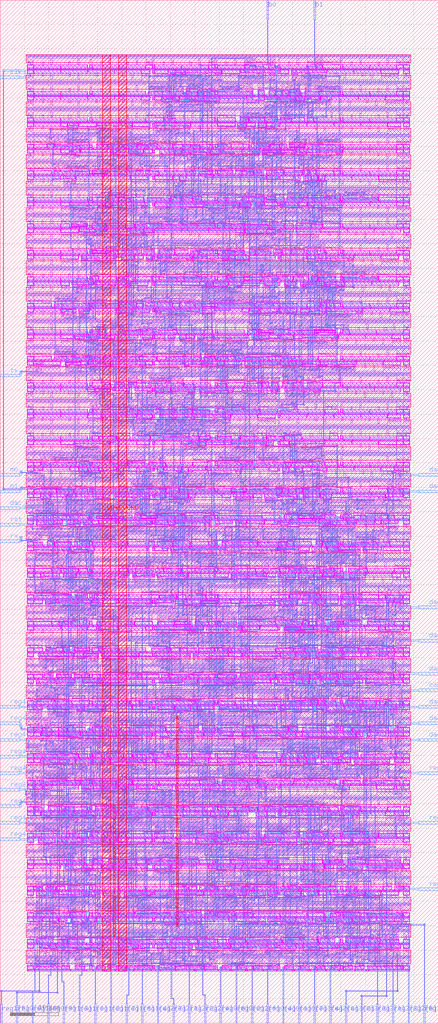
<source format=lef>
MACRO digital_core
  CLASS BLOCK ;
  FOREIGN digital_core ;
  ORIGIN 0.000 0.000 ;
  SIZE 90.000 BY 210.000 ;
  PIN VGND
    DIRECTION INOUT ;
    USE GROUND ;
    PORT
      LAYER met4 ;
        RECT 24.340 10.640 25.940 198.800 ;
    END
  END VGND
  PIN VPWR
    DIRECTION INOUT ;
    USE POWER ;
    PORT
      LAYER met4 ;
        RECT 21.040 10.640 22.640 198.800 ;
    END
  END VPWR
  PIN b0
    DIRECTION INPUT ;
    USE SIGNAL ;
    ANTENNAGATEAREA 0.196500 ;
    PORT
      LAYER met2 ;
        RECT 54.830 206.000 55.110 210.000 ;
    END
  END b0
  PIN b1
    DIRECTION INPUT ;
    USE SIGNAL ;
    ANTENNAGATEAREA 0.196500 ;
    PORT
      LAYER met2 ;
        RECT 64.490 206.000 64.770 210.000 ;
    END
  END b1
  PIN clk
    DIRECTION INPUT ;
    USE SIGNAL ;
    ANTENNAGATEAREA 0.852000 ;
    PORT
      LAYER met3 ;
        RECT 0.000 193.840 4.000 194.440 ;
    END
  END clk
  PIN compr
    DIRECTION INPUT ;
    USE SIGNAL ;
    ANTENNAGATEAREA 0.196500 ;
    PORT
      LAYER met3 ;
        RECT 86.000 68.040 90.000 68.640 ;
    END
  END compr
  PIN dac[0]
    DIRECTION OUTPUT ;
    USE SIGNAL ;
    ANTENNADIFFAREA 0.445500 ;
    PORT
      LAYER met3 ;
        RECT 86.000 112.240 90.000 112.840 ;
    END
  END dac[0]
  PIN dac[1]
    DIRECTION OUTPUT ;
    USE SIGNAL ;
    ANTENNADIFFAREA 0.445500 ;
    PORT
      LAYER met3 ;
        RECT 86.000 78.240 90.000 78.840 ;
    END
  END dac[1]
  PIN dac[2]
    DIRECTION OUTPUT ;
    USE SIGNAL ;
    ANTENNADIFFAREA 0.445500 ;
    PORT
      LAYER met3 ;
        RECT 86.000 71.440 90.000 72.040 ;
    END
  END dac[2]
  PIN dac[3]
    DIRECTION OUTPUT ;
    USE SIGNAL ;
    ANTENNADIFFAREA 0.445500 ;
    PORT
      LAYER met3 ;
        RECT 86.000 57.840 90.000 58.440 ;
    END
  END dac[3]
  PIN dac[4]
    DIRECTION OUTPUT ;
    USE SIGNAL ;
    ANTENNADIFFAREA 0.445500 ;
    PORT
      LAYER met3 ;
        RECT 86.000 61.240 90.000 61.840 ;
    END
  END dac[4]
  PIN dac[5]
    DIRECTION OUTPUT ;
    USE SIGNAL ;
    ANTENNADIFFAREA 0.445500 ;
    PORT
      LAYER met3 ;
        RECT 86.000 64.640 90.000 65.240 ;
    END
  END dac[5]
  PIN dac[6]
    DIRECTION OUTPUT ;
    USE SIGNAL ;
    ANTENNADIFFAREA 0.445500 ;
    PORT
      LAYER met3 ;
        RECT 86.000 85.040 90.000 85.640 ;
    END
  END dac[6]
  PIN dac[7]
    DIRECTION OUTPUT ;
    USE SIGNAL ;
    ANTENNADIFFAREA 0.445500 ;
    PORT
      LAYER met3 ;
        RECT 86.000 108.840 90.000 109.440 ;
    END
  END dac[7]
  PIN dac_coupl
    DIRECTION OUTPUT ;
    USE SIGNAL ;
    ANTENNADIFFAREA 0.445500 ;
    PORT
      LAYER met3 ;
        RECT 0.000 105.440 4.000 106.040 ;
    END
  END dac_coupl
  PIN m0
    DIRECTION INPUT ;
    USE SIGNAL ;
    ANTENNAGATEAREA 0.213000 ;
    PORT
      LAYER met3 ;
        RECT 0.000 112.240 4.000 112.840 ;
    END
  END m0
  PIN m1
    DIRECTION INPUT ;
    USE SIGNAL ;
    ANTENNAGATEAREA 0.126000 ;
    PORT
      LAYER met3 ;
        RECT 0.000 108.840 4.000 109.440 ;
    END
  END m1
  PIN reg0[0]
    DIRECTION OUTPUT ;
    USE SIGNAL ;
    ANTENNADIFFAREA 0.445500 ;
    PORT
      LAYER met2 ;
        RECT 3.310 0.000 3.590 4.000 ;
    END
  END reg0[0]
  PIN reg0[1]
    DIRECTION OUTPUT ;
    USE SIGNAL ;
    ANTENNADIFFAREA 0.445500 ;
    PORT
      LAYER met2 ;
        RECT 58.050 0.000 58.330 4.000 ;
    END
  END reg0[1]
  PIN reg0[2]
    DIRECTION OUTPUT ;
    USE SIGNAL ;
    ANTENNADIFFAREA 0.445500 ;
    PORT
      LAYER met2 ;
        RECT 48.390 0.000 48.670 4.000 ;
    END
  END reg0[2]
  PIN reg0[3]
    DIRECTION OUTPUT ;
    USE SIGNAL ;
    ANTENNADIFFAREA 0.445500 ;
    PORT
      LAYER met2 ;
        RECT 9.750 0.000 10.030 4.000 ;
    END
  END reg0[3]
  PIN reg0[4]
    DIRECTION OUTPUT ;
    USE SIGNAL ;
    ANTENNADIFFAREA 0.445500 ;
    PORT
      LAYER met2 ;
        RECT 54.830 0.000 55.110 4.000 ;
    END
  END reg0[4]
  PIN reg0[5]
    DIRECTION OUTPUT ;
    USE SIGNAL ;
    ANTENNADIFFAREA 0.445500 ;
    PORT
      LAYER met3 ;
        RECT 0.000 47.640 4.000 48.240 ;
    END
  END reg0[5]
  PIN reg0[6]
    DIRECTION OUTPUT ;
    USE SIGNAL ;
    ANTENNADIFFAREA 0.445500 ;
    PORT
      LAYER met2 ;
        RECT 45.170 0.000 45.450 4.000 ;
    END
  END reg0[6]
  PIN reg0[7]
    DIRECTION OUTPUT ;
    USE SIGNAL ;
    ANTENNADIFFAREA 0.445500 ;
    PORT
      LAYER met2 ;
        RECT 61.270 0.000 61.550 4.000 ;
    END
  END reg0[7]
  PIN reg1[0]
    DIRECTION OUTPUT ;
    USE SIGNAL ;
    ANTENNADIFFAREA 0.445500 ;
    PORT
      LAYER met2 ;
        RECT 16.190 0.000 16.470 4.000 ;
    END
  END reg1[0]
  PIN reg1[1]
    DIRECTION OUTPUT ;
    USE SIGNAL ;
    ANTENNADIFFAREA 0.445500 ;
    PORT
      LAYER met2 ;
        RECT 6.530 0.000 6.810 4.000 ;
    END
  END reg1[1]
  PIN reg1[2]
    DIRECTION OUTPUT ;
    USE SIGNAL ;
    ANTENNADIFFAREA 0.445500 ;
    PORT
      LAYER met2 ;
        RECT 19.410 0.000 19.690 4.000 ;
    END
  END reg1[2]
  PIN reg1[3]
    DIRECTION OUTPUT ;
    USE SIGNAL ;
    ANTENNADIFFAREA 0.445500 ;
    PORT
      LAYER met2 ;
        RECT 12.970 0.000 13.250 4.000 ;
    END
  END reg1[3]
  PIN reg1[4]
    DIRECTION OUTPUT ;
    USE SIGNAL ;
    ANTENNADIFFAREA 0.445500 ;
    PORT
      LAYER met2 ;
        RECT 29.070 0.000 29.350 4.000 ;
    END
  END reg1[4]
  PIN reg1[5]
    DIRECTION OUTPUT ;
    USE SIGNAL ;
    ANTENNADIFFAREA 0.445500 ;
    PORT
      LAYER met2 ;
        RECT 0.090 0.000 0.370 4.000 ;
    END
  END reg1[5]
  PIN reg1[6]
    DIRECTION OUTPUT ;
    USE SIGNAL ;
    ANTENNADIFFAREA 0.445500 ;
    PORT
      LAYER met2 ;
        RECT 25.850 0.000 26.130 4.000 ;
    END
  END reg1[6]
  PIN reg1[7]
    DIRECTION OUTPUT ;
    USE SIGNAL ;
    ANTENNADIFFAREA 0.445500 ;
    PORT
      LAYER met2 ;
        RECT 22.630 0.000 22.910 4.000 ;
    END
  END reg1[7]
  PIN reg2[0]
    DIRECTION OUTPUT ;
    USE SIGNAL ;
    ANTENNADIFFAREA 0.445500 ;
    PORT
      LAYER met2 ;
        RECT 67.710 0.000 67.990 4.000 ;
    END
  END reg2[0]
  PIN reg2[1]
    DIRECTION OUTPUT ;
    USE SIGNAL ;
    ANTENNADIFFAREA 0.445500 ;
    PORT
      LAYER met2 ;
        RECT 35.510 0.000 35.790 4.000 ;
    END
  END reg2[1]
  PIN reg2[2]
    DIRECTION OUTPUT ;
    USE SIGNAL ;
    ANTENNADIFFAREA 0.445500 ;
    PORT
      LAYER met2 ;
        RECT 38.730 0.000 39.010 4.000 ;
    END
  END reg2[2]
  PIN reg2[3]
    DIRECTION OUTPUT ;
    USE SIGNAL ;
    ANTENNADIFFAREA 0.445500 ;
    PORT
      LAYER met2 ;
        RECT 80.590 0.000 80.870 4.000 ;
    END
  END reg2[3]
  PIN reg2[4]
    DIRECTION OUTPUT ;
    USE SIGNAL ;
    ANTENNADIFFAREA 0.445500 ;
    PORT
      LAYER met2 ;
        RECT 41.950 0.000 42.230 4.000 ;
    END
  END reg2[4]
  PIN reg2[5]
    DIRECTION OUTPUT ;
    USE SIGNAL ;
    ANTENNADIFFAREA 0.445500 ;
    PORT
      LAYER met2 ;
        RECT 83.810 0.000 84.090 4.000 ;
    END
  END reg2[5]
  PIN reg2[6]
    DIRECTION OUTPUT ;
    USE SIGNAL ;
    ANTENNADIFFAREA 0.445500 ;
    PORT
      LAYER met2 ;
        RECT 51.610 0.000 51.890 4.000 ;
    END
  END reg2[6]
  PIN reg2[7]
    DIRECTION OUTPUT ;
    USE SIGNAL ;
    ANTENNADIFFAREA 0.445500 ;
    PORT
      LAYER met2 ;
        RECT 32.290 0.000 32.570 4.000 ;
    END
  END reg2[7]
  PIN reg3[0]
    DIRECTION OUTPUT ;
    USE SIGNAL ;
    ANTENNADIFFAREA 0.445500 ;
    PORT
      LAYER met2 ;
        RECT 87.030 0.000 87.310 4.000 ;
    END
  END reg3[0]
  PIN reg3[1]
    DIRECTION OUTPUT ;
    USE SIGNAL ;
    ANTENNADIFFAREA 0.445500 ;
    PORT
      LAYER met2 ;
        RECT 77.370 0.000 77.650 4.000 ;
    END
  END reg3[1]
  PIN reg3[2]
    DIRECTION OUTPUT ;
    USE SIGNAL ;
    ANTENNADIFFAREA 0.445500 ;
    PORT
      LAYER met2 ;
        RECT 70.930 0.000 71.210 4.000 ;
    END
  END reg3[2]
  PIN reg3[3]
    DIRECTION OUTPUT ;
    USE SIGNAL ;
    ANTENNADIFFAREA 0.445500 ;
    PORT
      LAYER met2 ;
        RECT 74.150 0.000 74.430 4.000 ;
    END
  END reg3[3]
  PIN reg3[4]
    DIRECTION OUTPUT ;
    USE SIGNAL ;
    ANTENNADIFFAREA 0.445500 ;
    PORT
      LAYER met2 ;
        RECT 64.490 0.000 64.770 4.000 ;
    END
  END reg3[4]
  PIN reg3[5]
    DIRECTION OUTPUT ;
    USE SIGNAL ;
    ANTENNADIFFAREA 0.445500 ;
    PORT
      LAYER met3 ;
        RECT 86.000 27.240 90.000 27.840 ;
    END
  END reg3[5]
  PIN reg3[6]
    DIRECTION OUTPUT ;
    USE SIGNAL ;
    ANTENNADIFFAREA 0.445500 ;
    PORT
      LAYER met3 ;
        RECT 86.000 51.040 90.000 51.640 ;
    END
  END reg3[6]
  PIN reg3[7]
    DIRECTION OUTPUT ;
    USE SIGNAL ;
    ANTENNADIFFAREA 0.445500 ;
    PORT
      LAYER met3 ;
        RECT 86.000 40.840 90.000 41.440 ;
    END
  END reg3[7]
  PIN reg4[0]
    DIRECTION OUTPUT ;
    USE SIGNAL ;
    ANTENNADIFFAREA 0.445500 ;
    PORT
      LAYER met3 ;
        RECT 0.000 57.840 4.000 58.440 ;
    END
  END reg4[0]
  PIN reg4[1]
    DIRECTION OUTPUT ;
    USE SIGNAL ;
    ANTENNADIFFAREA 0.445500 ;
    PORT
      LAYER met3 ;
        RECT 0.000 64.640 4.000 65.240 ;
    END
  END reg4[1]
  PIN reg4[2]
    DIRECTION OUTPUT ;
    USE SIGNAL ;
    ANTENNADIFFAREA 0.445500 ;
    PORT
      LAYER met3 ;
        RECT 0.000 40.840 4.000 41.440 ;
    END
  END reg4[2]
  PIN reg4[3]
    DIRECTION OUTPUT ;
    USE SIGNAL ;
    ANTENNADIFFAREA 0.445500 ;
    PORT
      LAYER met3 ;
        RECT 0.000 37.440 4.000 38.040 ;
    END
  END reg4[3]
  PIN reg4[4]
    DIRECTION OUTPUT ;
    USE SIGNAL ;
    ANTENNADIFFAREA 0.445500 ;
    PORT
      LAYER met3 ;
        RECT 0.000 61.240 4.000 61.840 ;
    END
  END reg4[4]
  PIN reg4[5]
    DIRECTION OUTPUT ;
    USE SIGNAL ;
    ANTENNADIFFAREA 0.445500 ;
    PORT
      LAYER met3 ;
        RECT 0.000 51.040 4.000 51.640 ;
    END
  END reg4[5]
  PIN reg4[6]
    DIRECTION OUTPUT ;
    USE SIGNAL ;
    ANTENNADIFFAREA 0.445500 ;
    PORT
      LAYER met3 ;
        RECT 0.000 54.440 4.000 55.040 ;
    END
  END reg4[6]
  PIN reg4[7]
    DIRECTION OUTPUT ;
    USE SIGNAL ;
    ANTENNADIFFAREA 0.445500 ;
    PORT
      LAYER met3 ;
        RECT 0.000 44.240 4.000 44.840 ;
    END
  END reg4[7]
  PIN rst
    DIRECTION INPUT ;
    USE SIGNAL ;
    ANTENNAGATEAREA 0.196500 ;
    PORT
      LAYER met3 ;
        RECT 0.000 102.040 4.000 102.640 ;
    END
  END rst
  PIN rx
    DIRECTION INPUT ;
    USE SIGNAL ;
    ANTENNAGATEAREA 0.213000 ;
    PORT
      LAYER met3 ;
        RECT 0.000 98.640 4.000 99.240 ;
    END
  END rx
  PIN tx
    DIRECTION OUTPUT ;
    USE SIGNAL ;
    ANTENNADIFFAREA 0.445500 ;
    PORT
      LAYER met3 ;
        RECT 0.000 132.640 4.000 133.240 ;
    END
  END tx
  OBS
      LAYER nwell ;
        RECT 5.330 197.145 84.370 198.750 ;
      LAYER pwell ;
        RECT 5.525 195.945 6.895 196.755 ;
        RECT 6.905 195.945 12.415 196.755 ;
        RECT 12.425 195.945 17.935 196.755 ;
        RECT 18.415 196.030 18.845 196.815 ;
        RECT 18.865 195.945 24.375 196.755 ;
        RECT 24.385 195.945 29.895 196.755 ;
        RECT 29.905 195.945 31.275 196.755 ;
        RECT 31.295 196.030 31.725 196.815 ;
        RECT 31.745 195.945 37.255 196.755 ;
        RECT 37.265 195.945 42.775 196.755 ;
        RECT 42.785 195.945 44.155 196.755 ;
        RECT 44.175 196.030 44.605 196.815 ;
        RECT 44.625 195.945 50.135 196.755 ;
        RECT 50.145 196.625 51.065 196.855 ;
        RECT 50.145 195.945 52.435 196.625 ;
        RECT 52.445 195.945 55.195 196.755 ;
        RECT 55.205 195.945 56.575 196.725 ;
        RECT 57.055 196.030 57.485 196.815 ;
        RECT 57.505 195.945 63.015 196.755 ;
        RECT 63.025 195.945 64.855 196.755 ;
        RECT 64.865 195.945 66.235 196.725 ;
        RECT 66.245 195.945 69.915 196.755 ;
        RECT 69.935 196.030 70.365 196.815 ;
        RECT 70.385 195.945 75.895 196.755 ;
        RECT 75.905 195.945 81.415 196.755 ;
        RECT 81.425 195.945 82.795 196.755 ;
        RECT 82.805 195.945 84.175 196.755 ;
        RECT 5.665 195.735 5.835 195.945 ;
        RECT 7.045 195.735 7.215 195.945 ;
        RECT 12.565 195.735 12.735 195.945 ;
        RECT 18.085 195.895 18.255 195.925 ;
        RECT 18.080 195.785 18.255 195.895 ;
        RECT 18.085 195.735 18.255 195.785 ;
        RECT 19.005 195.755 19.175 195.945 ;
        RECT 23.605 195.735 23.775 195.925 ;
        RECT 24.525 195.755 24.695 195.945 ;
        RECT 29.125 195.735 29.295 195.925 ;
        RECT 30.045 195.755 30.215 195.945 ;
        RECT 30.960 195.785 31.080 195.895 ;
        RECT 31.885 195.735 32.055 195.945 ;
        RECT 35.560 195.735 35.730 195.925 ;
        RECT 36.025 195.735 36.195 195.925 ;
        RECT 37.405 195.755 37.575 195.945 ;
        RECT 38.325 195.735 38.495 195.925 ;
        RECT 42.925 195.755 43.095 195.945 ;
        RECT 44.765 195.755 44.935 195.945 ;
        RECT 45.685 195.735 45.855 195.925 ;
        RECT 49.365 195.735 49.535 195.925 ;
        RECT 52.125 195.755 52.295 195.945 ;
        RECT 52.585 195.755 52.755 195.945 ;
        RECT 55.345 195.755 55.515 195.945 ;
        RECT 56.720 195.785 56.840 195.895 ;
        RECT 57.645 195.735 57.815 195.945 ;
        RECT 59.480 195.785 59.600 195.895 ;
        RECT 63.165 195.755 63.335 195.945 ;
        RECT 65.925 195.755 66.095 195.945 ;
        RECT 66.385 195.755 66.555 195.945 ;
        RECT 66.845 195.735 67.015 195.925 ;
        RECT 67.305 195.735 67.475 195.925 ;
        RECT 70.525 195.755 70.695 195.945 ;
        RECT 72.825 195.735 72.995 195.925 ;
        RECT 76.045 195.755 76.215 195.945 ;
        RECT 78.345 195.735 78.515 195.925 ;
        RECT 81.565 195.755 81.735 195.945 ;
        RECT 82.035 195.780 82.195 195.890 ;
        RECT 83.865 195.735 84.035 195.945 ;
        RECT 5.525 194.925 6.895 195.735 ;
        RECT 6.905 194.925 12.415 195.735 ;
        RECT 12.425 194.925 17.935 195.735 ;
        RECT 17.945 194.925 23.455 195.735 ;
        RECT 23.465 194.925 28.975 195.735 ;
        RECT 28.985 194.925 30.815 195.735 ;
        RECT 31.295 194.865 31.725 195.650 ;
        RECT 31.745 194.925 34.495 195.735 ;
        RECT 34.525 194.825 35.875 195.735 ;
        RECT 35.885 195.055 38.175 195.735 ;
        RECT 38.185 195.055 45.495 195.735 ;
        RECT 37.255 194.825 38.175 195.055 ;
        RECT 41.700 194.835 42.610 195.055 ;
        RECT 44.145 194.825 45.495 195.055 ;
        RECT 45.545 194.925 49.215 195.735 ;
        RECT 49.225 195.055 56.535 195.735 ;
        RECT 52.740 194.835 53.650 195.055 ;
        RECT 55.185 194.825 56.535 195.055 ;
        RECT 57.055 194.865 57.485 195.650 ;
        RECT 57.505 194.925 59.335 195.735 ;
        RECT 59.845 195.055 67.155 195.735 ;
        RECT 59.845 194.825 61.195 195.055 ;
        RECT 62.730 194.835 63.640 195.055 ;
        RECT 67.165 194.925 72.675 195.735 ;
        RECT 72.685 194.925 78.195 195.735 ;
        RECT 78.205 194.925 81.875 195.735 ;
        RECT 82.805 194.925 84.175 195.735 ;
      LAYER nwell ;
        RECT 5.330 191.705 84.370 194.535 ;
      LAYER pwell ;
        RECT 5.525 190.505 6.895 191.315 ;
        RECT 6.905 190.505 12.415 191.315 ;
        RECT 12.425 190.505 17.935 191.315 ;
        RECT 18.415 190.590 18.845 191.375 ;
        RECT 18.865 190.505 24.375 191.315 ;
        RECT 24.385 190.505 29.895 191.315 ;
        RECT 33.880 191.185 34.790 191.405 ;
        RECT 36.325 191.185 37.675 191.415 ;
        RECT 30.365 190.505 37.675 191.185 ;
        RECT 38.185 191.185 39.105 191.415 ;
        RECT 38.185 190.505 40.475 191.185 ;
        RECT 40.485 190.505 41.835 191.415 ;
        RECT 43.235 191.185 44.155 191.415 ;
        RECT 41.865 190.505 44.155 191.185 ;
        RECT 44.175 190.590 44.605 191.375 ;
        RECT 48.140 191.185 49.050 191.405 ;
        RECT 50.585 191.185 51.935 191.415 ;
        RECT 44.625 190.505 51.935 191.185 ;
        RECT 52.925 190.505 54.275 191.415 ;
        RECT 55.225 190.505 56.575 191.415 ;
        RECT 56.585 190.505 57.955 191.315 ;
        RECT 57.985 190.505 59.335 191.415 ;
        RECT 60.715 191.185 61.635 191.415 ;
        RECT 59.345 190.505 61.635 191.185 ;
        RECT 62.605 191.185 63.955 191.415 ;
        RECT 65.490 191.185 66.400 191.405 ;
        RECT 62.605 190.505 69.915 191.185 ;
        RECT 69.935 190.590 70.365 191.375 ;
        RECT 70.385 190.505 75.895 191.315 ;
        RECT 75.905 190.505 81.415 191.315 ;
        RECT 81.425 190.505 82.795 191.315 ;
        RECT 82.805 190.505 84.175 191.315 ;
        RECT 5.665 190.295 5.835 190.505 ;
        RECT 7.045 190.295 7.215 190.505 ;
        RECT 12.565 190.295 12.735 190.505 ;
        RECT 18.085 190.455 18.255 190.485 ;
        RECT 18.080 190.345 18.255 190.455 ;
        RECT 18.085 190.295 18.255 190.345 ;
        RECT 19.005 190.315 19.175 190.505 ;
        RECT 23.605 190.295 23.775 190.485 ;
        RECT 24.525 190.315 24.695 190.505 ;
        RECT 29.125 190.295 29.295 190.485 ;
        RECT 30.040 190.345 30.160 190.455 ;
        RECT 30.505 190.315 30.675 190.505 ;
        RECT 30.960 190.345 31.080 190.455 ;
        RECT 31.885 190.295 32.055 190.485 ;
        RECT 35.105 190.295 35.275 190.485 ;
        RECT 35.570 190.295 35.740 190.485 ;
        RECT 36.945 190.295 37.115 190.485 ;
        RECT 37.860 190.345 37.980 190.455 ;
        RECT 40.165 190.295 40.335 190.505 ;
        RECT 40.630 190.315 40.800 190.505 ;
        RECT 42.005 190.315 42.175 190.505 ;
        RECT 44.765 190.295 44.935 190.505 ;
        RECT 45.225 190.295 45.395 190.485 ;
        RECT 50.745 190.295 50.915 190.485 ;
        RECT 52.135 190.350 52.295 190.460 ;
        RECT 53.960 190.315 54.130 190.505 ;
        RECT 54.435 190.350 54.595 190.460 ;
        RECT 56.260 190.315 56.430 190.505 ;
        RECT 56.725 190.295 56.895 190.505 ;
        RECT 57.645 190.295 57.815 190.485 ;
        RECT 59.020 190.315 59.190 190.505 ;
        RECT 59.485 190.315 59.655 190.505 ;
        RECT 60.865 190.295 61.035 190.485 ;
        RECT 61.795 190.350 61.955 190.460 ;
        RECT 62.705 190.295 62.875 190.485 ;
        RECT 65.925 190.315 66.095 190.485 ;
        RECT 65.930 190.295 66.095 190.315 ;
        RECT 68.225 190.295 68.395 190.485 ;
        RECT 69.605 190.315 69.775 190.505 ;
        RECT 70.525 190.315 70.695 190.505 ;
        RECT 73.745 190.295 73.915 190.485 ;
        RECT 76.045 190.315 76.215 190.505 ;
        RECT 79.265 190.295 79.435 190.485 ;
        RECT 81.565 190.315 81.735 190.505 ;
        RECT 83.865 190.295 84.035 190.505 ;
        RECT 5.525 189.485 6.895 190.295 ;
        RECT 6.905 189.485 12.415 190.295 ;
        RECT 12.425 189.485 17.935 190.295 ;
        RECT 17.945 189.485 23.455 190.295 ;
        RECT 23.465 189.485 28.975 190.295 ;
        RECT 28.985 189.485 30.815 190.295 ;
        RECT 31.295 189.425 31.725 190.210 ;
        RECT 31.745 189.485 33.115 190.295 ;
        RECT 33.125 189.615 35.415 190.295 ;
        RECT 33.125 189.385 34.045 189.615 ;
        RECT 35.425 189.385 36.775 190.295 ;
        RECT 36.805 189.615 40.015 190.295 ;
        RECT 38.880 189.385 40.015 189.615 ;
        RECT 40.040 189.385 41.855 190.295 ;
        RECT 41.865 189.385 45.035 190.295 ;
        RECT 45.085 189.485 50.595 190.295 ;
        RECT 50.605 189.485 54.275 190.295 ;
        RECT 54.295 189.615 57.035 190.295 ;
        RECT 57.055 189.425 57.485 190.210 ;
        RECT 57.505 189.615 60.715 190.295 ;
        RECT 59.580 189.385 60.715 189.615 ;
        RECT 60.740 189.385 62.555 190.295 ;
        RECT 62.565 189.615 65.775 190.295 ;
        RECT 65.930 189.615 67.765 190.295 ;
        RECT 64.640 189.385 65.775 189.615 ;
        RECT 66.835 189.385 67.765 189.615 ;
        RECT 68.085 189.485 73.595 190.295 ;
        RECT 73.605 189.485 79.115 190.295 ;
        RECT 79.125 189.485 82.795 190.295 ;
        RECT 82.805 189.485 84.175 190.295 ;
      LAYER nwell ;
        RECT 5.330 186.265 84.370 189.095 ;
      LAYER pwell ;
        RECT 5.525 185.065 6.895 185.875 ;
        RECT 6.905 185.065 12.415 185.875 ;
        RECT 12.425 185.065 17.935 185.875 ;
        RECT 18.415 185.150 18.845 185.935 ;
        RECT 18.865 185.065 24.375 185.875 ;
        RECT 24.385 185.065 29.895 185.875 ;
        RECT 29.905 185.065 33.575 185.875 ;
        RECT 33.585 185.745 34.505 185.975 ;
        RECT 33.585 185.065 35.875 185.745 ;
        RECT 35.885 185.065 41.395 185.875 ;
        RECT 41.405 185.065 44.155 185.875 ;
        RECT 44.175 185.150 44.605 185.935 ;
        RECT 44.625 185.065 48.295 185.875 ;
        RECT 49.225 185.065 51.040 185.975 ;
        RECT 51.065 185.065 54.275 185.975 ;
        RECT 54.285 185.065 57.035 185.975 ;
        RECT 57.505 185.745 58.425 185.975 ;
        RECT 57.505 185.065 59.795 185.745 ;
        RECT 59.805 185.065 62.555 185.875 ;
        RECT 63.045 185.065 64.395 185.975 ;
        RECT 64.405 185.065 69.915 185.875 ;
        RECT 69.935 185.150 70.365 185.935 ;
        RECT 70.385 185.065 75.895 185.875 ;
        RECT 75.905 185.065 81.415 185.875 ;
        RECT 81.425 185.065 82.795 185.875 ;
        RECT 82.805 185.065 84.175 185.875 ;
        RECT 5.665 184.855 5.835 185.065 ;
        RECT 7.045 184.855 7.215 185.065 ;
        RECT 12.565 184.855 12.735 185.065 ;
        RECT 15.785 184.855 15.955 185.045 ;
        RECT 16.245 184.855 16.415 185.045 ;
        RECT 18.080 184.905 18.200 185.015 ;
        RECT 19.005 184.875 19.175 185.065 ;
        RECT 19.925 184.855 20.095 185.045 ;
        RECT 24.525 184.875 24.695 185.065 ;
        RECT 27.285 184.855 27.455 185.045 ;
        RECT 30.045 184.875 30.215 185.065 ;
        RECT 30.960 184.905 31.080 185.015 ;
        RECT 31.885 184.855 32.055 185.045 ;
        RECT 35.565 184.875 35.735 185.065 ;
        RECT 36.025 184.875 36.195 185.065 ;
        RECT 39.245 184.855 39.415 185.045 ;
        RECT 41.545 184.875 41.715 185.065 ;
        RECT 44.765 184.855 44.935 185.065 ;
        RECT 48.455 185.015 48.615 185.020 ;
        RECT 48.440 184.910 48.615 185.015 ;
        RECT 48.440 184.905 48.560 184.910 ;
        RECT 50.285 184.855 50.455 185.045 ;
        RECT 50.745 184.855 50.915 185.065 ;
        RECT 51.205 184.875 51.375 185.065 ;
        RECT 52.580 184.905 52.700 185.015 ;
        RECT 53.050 184.855 53.220 185.045 ;
        RECT 54.425 184.875 54.595 185.065 ;
        RECT 54.885 184.855 55.055 185.045 ;
        RECT 56.720 184.905 56.840 185.015 ;
        RECT 57.180 184.905 57.300 185.015 ;
        RECT 57.645 184.855 57.815 185.045 ;
        RECT 59.485 184.875 59.655 185.065 ;
        RECT 59.945 184.875 60.115 185.065 ;
        RECT 63.160 185.045 63.330 185.065 ;
        RECT 62.700 184.905 62.820 185.015 ;
        RECT 63.160 184.875 63.335 185.045 ;
        RECT 64.545 184.875 64.715 185.065 ;
        RECT 63.165 184.855 63.335 184.875 ;
        RECT 68.685 184.855 68.855 185.045 ;
        RECT 70.525 184.875 70.695 185.065 ;
        RECT 74.205 184.855 74.375 185.045 ;
        RECT 76.045 184.875 76.215 185.065 ;
        RECT 79.725 184.855 79.895 185.045 ;
        RECT 81.565 184.875 81.735 185.065 ;
        RECT 82.480 184.905 82.600 185.015 ;
        RECT 83.865 184.855 84.035 185.065 ;
        RECT 5.525 184.045 6.895 184.855 ;
        RECT 6.905 184.045 12.415 184.855 ;
        RECT 12.425 184.045 13.795 184.855 ;
        RECT 13.805 184.175 16.095 184.855 ;
        RECT 13.805 183.945 14.725 184.175 ;
        RECT 16.105 184.045 19.775 184.855 ;
        RECT 19.785 184.175 27.095 184.855 ;
        RECT 23.300 183.955 24.210 184.175 ;
        RECT 25.745 183.945 27.095 184.175 ;
        RECT 27.145 184.045 30.815 184.855 ;
        RECT 31.295 183.985 31.725 184.770 ;
        RECT 31.745 184.175 39.055 184.855 ;
        RECT 35.260 183.955 36.170 184.175 ;
        RECT 37.705 183.945 39.055 184.175 ;
        RECT 39.105 184.045 44.615 184.855 ;
        RECT 44.625 184.045 48.295 184.855 ;
        RECT 48.765 183.945 50.580 184.855 ;
        RECT 50.605 184.045 52.435 184.855 ;
        RECT 52.905 183.945 54.735 184.855 ;
        RECT 54.745 184.045 56.575 184.855 ;
        RECT 57.055 183.985 57.485 184.770 ;
        RECT 57.505 184.045 63.015 184.855 ;
        RECT 63.025 184.045 68.535 184.855 ;
        RECT 68.545 184.045 74.055 184.855 ;
        RECT 74.065 184.045 79.575 184.855 ;
        RECT 79.585 184.045 82.335 184.855 ;
        RECT 82.805 184.045 84.175 184.855 ;
      LAYER nwell ;
        RECT 5.330 180.825 84.370 183.655 ;
      LAYER pwell ;
        RECT 5.525 179.625 6.895 180.435 ;
        RECT 6.905 179.625 9.655 180.435 ;
        RECT 9.685 179.625 11.035 180.535 ;
        RECT 11.085 180.305 12.435 180.535 ;
        RECT 13.970 180.305 14.880 180.525 ;
        RECT 11.085 179.625 18.395 180.305 ;
        RECT 18.415 179.710 18.845 180.495 ;
        RECT 19.785 180.305 20.705 180.535 ;
        RECT 19.785 179.625 22.075 180.305 ;
        RECT 22.085 179.625 25.005 180.535 ;
        RECT 25.315 179.625 28.045 180.535 ;
        RECT 28.265 180.445 29.215 180.535 ;
        RECT 28.265 179.625 30.195 180.445 ;
        RECT 30.365 179.625 32.195 180.535 ;
        RECT 32.245 179.625 35.415 180.535 ;
        RECT 35.425 179.625 39.095 180.435 ;
        RECT 39.105 179.625 40.935 180.305 ;
        RECT 40.945 179.625 43.695 180.435 ;
        RECT 44.175 179.710 44.605 180.495 ;
        RECT 44.635 179.625 47.365 180.535 ;
        RECT 47.385 179.625 51.055 180.435 ;
        RECT 51.525 179.625 55.185 180.535 ;
        RECT 55.405 180.445 56.355 180.535 ;
        RECT 55.405 179.625 57.335 180.445 ;
        RECT 57.515 179.625 58.865 180.535 ;
        RECT 59.345 180.335 60.275 180.535 ;
        RECT 61.605 180.335 62.555 180.535 ;
        RECT 59.345 179.855 62.555 180.335 ;
        RECT 59.490 179.655 62.555 179.855 ;
        RECT 5.665 179.415 5.835 179.625 ;
        RECT 7.045 179.415 7.215 179.625 ;
        RECT 9.800 179.435 9.970 179.625 ;
        RECT 12.565 179.415 12.735 179.605 ;
        RECT 16.245 179.435 16.415 179.605 ;
        RECT 16.245 179.415 16.410 179.435 ;
        RECT 16.705 179.415 16.875 179.605 ;
        RECT 18.085 179.435 18.255 179.625 ;
        RECT 19.015 179.470 19.175 179.580 ;
        RECT 21.765 179.435 21.935 179.625 ;
        RECT 22.230 179.575 22.400 179.625 ;
        RECT 22.220 179.465 22.400 179.575 ;
        RECT 22.230 179.435 22.400 179.465 ;
        RECT 25.445 179.415 25.615 179.625 ;
        RECT 30.045 179.605 30.195 179.625 ;
        RECT 25.900 179.465 26.020 179.575 ;
        RECT 26.365 179.415 26.535 179.605 ;
        RECT 29.585 179.415 29.755 179.605 ;
        RECT 30.045 179.435 30.215 179.605 ;
        RECT 31.880 179.570 32.050 179.625 ;
        RECT 31.880 179.460 32.055 179.570 ;
        RECT 31.880 179.435 32.050 179.460 ;
        RECT 32.345 179.435 32.515 179.625 ;
        RECT 32.805 179.415 32.975 179.605 ;
        RECT 35.565 179.435 35.735 179.625 ;
        RECT 36.950 179.415 37.120 179.605 ;
        RECT 37.405 179.435 37.575 179.605 ;
        RECT 37.410 179.415 37.575 179.435 ;
        RECT 39.705 179.415 39.875 179.605 ;
        RECT 40.625 179.435 40.795 179.625 ;
        RECT 41.085 179.435 41.255 179.625 ;
        RECT 43.390 179.415 43.560 179.605 ;
        RECT 43.840 179.465 43.960 179.575 ;
        RECT 44.765 179.435 44.935 179.625 ;
        RECT 47.525 179.435 47.695 179.625 ;
        RECT 49.360 179.415 49.530 179.605 ;
        RECT 49.825 179.415 49.995 179.605 ;
        RECT 51.200 179.465 51.320 179.575 ;
        RECT 53.500 179.465 53.620 179.575 ;
        RECT 5.525 178.605 6.895 179.415 ;
        RECT 6.905 178.605 12.415 179.415 ;
        RECT 12.425 178.605 14.255 179.415 ;
        RECT 14.575 178.735 16.410 179.415 ;
        RECT 14.575 178.505 15.505 178.735 ;
        RECT 16.565 178.605 22.075 179.415 ;
        RECT 22.545 178.735 25.755 179.415 ;
        RECT 22.545 178.505 23.680 178.735 ;
        RECT 26.305 178.505 29.305 179.415 ;
        RECT 29.445 178.605 31.275 179.415 ;
        RECT 31.295 178.545 31.725 179.330 ;
        RECT 32.765 178.505 35.875 179.415 ;
        RECT 35.885 178.505 37.235 179.415 ;
        RECT 37.410 178.735 39.245 179.415 ;
        RECT 39.565 178.735 43.235 179.415 ;
        RECT 38.315 178.505 39.245 178.735 ;
        RECT 42.305 178.505 43.235 178.735 ;
        RECT 43.245 178.505 45.075 179.415 ;
        RECT 45.285 178.505 49.675 179.415 ;
        RECT 49.685 178.505 53.355 179.415 ;
        RECT 53.965 179.385 54.135 179.605 ;
        RECT 54.890 179.435 55.060 179.625 ;
        RECT 57.185 179.605 57.335 179.625 ;
        RECT 57.185 179.435 57.355 179.605 ;
        RECT 57.645 179.435 57.815 179.625 ;
        RECT 59.020 179.465 59.140 179.575 ;
        RECT 59.490 179.435 59.660 179.655 ;
        RECT 61.620 179.625 62.555 179.655 ;
        RECT 62.605 180.305 63.955 180.535 ;
        RECT 65.490 180.305 66.400 180.525 ;
        RECT 62.605 179.625 69.915 180.305 ;
        RECT 69.935 179.710 70.365 180.495 ;
        RECT 70.385 179.625 75.895 180.435 ;
        RECT 75.905 179.625 81.415 180.435 ;
        RECT 81.425 179.625 82.795 180.435 ;
        RECT 82.805 179.625 84.175 180.435 ;
        RECT 56.090 179.385 57.035 179.415 ;
        RECT 53.965 179.185 57.035 179.385 ;
        RECT 57.505 179.385 58.440 179.415 ;
        RECT 60.400 179.385 60.570 179.605 ;
        RECT 60.865 179.415 61.035 179.605 ;
        RECT 63.165 179.415 63.335 179.605 ;
        RECT 69.605 179.435 69.775 179.625 ;
        RECT 70.525 179.415 70.695 179.625 ;
        RECT 76.045 179.415 76.215 179.625 ;
        RECT 81.565 179.415 81.735 179.625 ;
        RECT 83.865 179.415 84.035 179.625 ;
        RECT 53.825 178.705 57.035 179.185 ;
        RECT 53.825 178.505 54.755 178.705 ;
        RECT 56.090 178.505 57.035 178.705 ;
        RECT 57.055 178.545 57.485 179.330 ;
        RECT 57.505 179.185 60.570 179.385 ;
        RECT 57.505 178.705 60.715 179.185 ;
        RECT 60.725 178.735 63.015 179.415 ;
        RECT 63.025 178.735 70.335 179.415 ;
        RECT 57.505 178.505 58.455 178.705 ;
        RECT 59.785 178.505 60.715 178.705 ;
        RECT 62.095 178.505 63.015 178.735 ;
        RECT 66.540 178.515 67.450 178.735 ;
        RECT 68.985 178.505 70.335 178.735 ;
        RECT 70.385 178.605 75.895 179.415 ;
        RECT 75.905 178.605 81.415 179.415 ;
        RECT 81.425 178.605 82.795 179.415 ;
        RECT 82.805 178.605 84.175 179.415 ;
      LAYER nwell ;
        RECT 5.330 175.385 84.370 178.215 ;
      LAYER pwell ;
        RECT 5.525 174.185 6.895 174.995 ;
        RECT 6.905 174.185 10.575 174.995 ;
        RECT 11.085 174.865 12.435 175.095 ;
        RECT 13.970 174.865 14.880 175.085 ;
        RECT 11.085 174.185 18.395 174.865 ;
        RECT 18.415 174.270 18.845 175.055 ;
        RECT 18.865 174.895 19.795 175.095 ;
        RECT 21.125 174.895 22.075 175.095 ;
        RECT 18.865 174.415 22.075 174.895 ;
        RECT 25.600 174.865 26.510 175.085 ;
        RECT 28.045 174.865 29.395 175.095 ;
        RECT 19.010 174.215 22.075 174.415 ;
        RECT 5.665 173.975 5.835 174.185 ;
        RECT 7.045 173.975 7.215 174.185 ;
        RECT 10.720 174.025 10.840 174.135 ;
        RECT 12.560 174.025 12.680 174.135 ;
        RECT 13.025 173.975 13.195 174.165 ;
        RECT 15.785 173.975 15.955 174.165 ;
        RECT 18.085 173.995 18.255 174.185 ;
        RECT 19.010 173.995 19.180 174.215 ;
        RECT 21.140 174.185 22.075 174.215 ;
        RECT 22.085 174.185 29.395 174.865 ;
        RECT 29.905 174.865 30.835 175.095 ;
        RECT 29.905 174.185 32.655 174.865 ;
        RECT 32.665 174.185 38.175 174.995 ;
        RECT 39.235 174.865 40.165 175.095 ;
        RECT 42.750 174.895 43.695 175.095 ;
        RECT 38.330 174.185 40.165 174.865 ;
        RECT 40.945 174.215 43.695 174.895 ;
        RECT 44.175 174.270 44.605 175.055 ;
        RECT 21.305 173.975 21.475 174.165 ;
        RECT 22.225 173.995 22.395 174.185 ;
        RECT 26.825 173.975 26.995 174.165 ;
        RECT 29.580 174.025 29.700 174.135 ;
        RECT 30.515 174.020 30.675 174.130 ;
        RECT 31.885 173.975 32.055 174.165 ;
        RECT 32.345 173.995 32.515 174.185 ;
        RECT 32.805 173.995 32.975 174.185 ;
        RECT 38.330 174.165 38.495 174.185 ;
        RECT 35.565 173.975 35.735 174.165 ;
        RECT 36.950 173.975 37.120 174.165 ;
        RECT 38.325 173.975 38.495 174.165 ;
        RECT 40.620 174.025 40.740 174.135 ;
        RECT 41.090 173.995 41.260 174.215 ;
        RECT 42.750 174.185 43.695 174.215 ;
        RECT 44.625 174.185 47.835 175.095 ;
        RECT 48.305 174.185 49.655 175.095 ;
        RECT 49.685 174.865 50.605 175.095 ;
        RECT 49.685 174.185 51.975 174.865 ;
        RECT 52.045 174.185 53.815 175.095 ;
        RECT 54.745 174.185 58.220 175.095 ;
        RECT 58.425 174.185 62.095 174.995 ;
        RECT 62.125 174.185 63.475 175.095 ;
        RECT 63.485 174.185 64.835 175.095 ;
        RECT 64.865 174.185 68.535 174.995 ;
        RECT 68.545 174.185 69.915 174.995 ;
        RECT 69.935 174.270 70.365 175.055 ;
        RECT 70.385 174.185 75.895 174.995 ;
        RECT 75.905 174.185 81.415 174.995 ;
        RECT 81.425 174.185 82.795 174.995 ;
        RECT 82.805 174.185 84.175 174.995 ;
        RECT 43.845 174.135 44.015 174.165 ;
        RECT 43.840 174.025 44.015 174.135 ;
        RECT 43.845 173.975 44.015 174.025 ;
        RECT 44.765 173.995 44.935 174.185 ;
        RECT 49.370 174.165 49.540 174.185 ;
        RECT 47.980 174.025 48.100 174.135 ;
        RECT 49.365 173.995 49.540 174.165 ;
        RECT 51.665 173.995 51.835 174.185 ;
        RECT 53.500 173.995 53.670 174.185 ;
        RECT 54.890 174.165 55.060 174.185 ;
        RECT 53.975 174.030 54.135 174.140 ;
        RECT 54.885 173.995 55.060 174.165 ;
        RECT 56.720 174.025 56.840 174.135 ;
        RECT 49.365 173.975 49.535 173.995 ;
        RECT 54.885 173.975 55.055 173.995 ;
        RECT 57.645 173.975 57.815 174.165 ;
        RECT 58.565 173.995 58.735 174.185 ;
        RECT 61.325 173.975 61.495 174.165 ;
        RECT 61.795 174.020 61.955 174.130 ;
        RECT 62.710 173.975 62.880 174.165 ;
        RECT 63.160 173.995 63.330 174.185 ;
        RECT 63.630 173.995 63.800 174.185 ;
        RECT 65.005 174.165 65.175 174.185 ;
        RECT 65.000 173.995 65.175 174.165 ;
        RECT 65.000 173.975 65.170 173.995 ;
        RECT 66.390 173.975 66.560 174.165 ;
        RECT 66.845 173.975 67.015 174.165 ;
        RECT 68.685 173.995 68.855 174.185 ;
        RECT 70.525 173.995 70.695 174.185 ;
        RECT 72.365 173.975 72.535 174.165 ;
        RECT 76.045 173.995 76.215 174.185 ;
        RECT 77.885 173.975 78.055 174.165 ;
        RECT 81.565 173.975 81.735 174.185 ;
        RECT 83.865 173.975 84.035 174.185 ;
        RECT 5.525 173.165 6.895 173.975 ;
        RECT 6.905 173.165 12.415 173.975 ;
        RECT 12.885 173.295 15.635 173.975 ;
        RECT 14.705 173.065 15.635 173.295 ;
        RECT 15.645 173.165 21.155 173.975 ;
        RECT 21.165 173.165 26.675 173.975 ;
        RECT 26.685 173.165 30.355 173.975 ;
        RECT 31.295 173.105 31.725 173.890 ;
        RECT 31.745 173.165 35.415 173.975 ;
        RECT 35.425 173.165 36.795 173.975 ;
        RECT 36.805 173.065 38.155 173.975 ;
        RECT 38.185 173.165 43.695 173.975 ;
        RECT 43.705 173.165 49.215 173.975 ;
        RECT 49.225 173.165 54.735 173.975 ;
        RECT 54.745 173.165 56.575 173.975 ;
        RECT 57.055 173.105 57.485 173.890 ;
        RECT 57.505 173.165 60.255 173.975 ;
        RECT 60.275 173.065 61.625 173.975 ;
        RECT 62.565 173.065 63.915 173.975 ;
        RECT 63.965 173.065 65.315 173.975 ;
        RECT 65.325 173.065 66.675 173.975 ;
        RECT 66.705 173.165 72.215 173.975 ;
        RECT 72.225 173.165 77.735 173.975 ;
        RECT 77.745 173.165 81.415 173.975 ;
        RECT 81.425 173.165 82.795 173.975 ;
        RECT 82.805 173.165 84.175 173.975 ;
      LAYER nwell ;
        RECT 5.330 169.945 84.370 172.775 ;
      LAYER pwell ;
        RECT 5.525 168.745 6.895 169.555 ;
        RECT 6.905 168.745 12.415 169.555 ;
        RECT 12.425 168.745 17.935 169.555 ;
        RECT 18.415 168.830 18.845 169.615 ;
        RECT 18.865 168.745 21.615 169.555 ;
        RECT 23.455 169.425 24.375 169.655 ;
        RECT 22.085 168.745 24.375 169.425 ;
        RECT 24.385 169.425 25.305 169.655 ;
        RECT 24.385 168.745 26.675 169.425 ;
        RECT 26.685 168.745 29.435 169.555 ;
        RECT 34.965 169.425 35.885 169.655 ;
        RECT 37.265 169.425 38.185 169.655 ;
        RECT 30.140 168.745 34.955 169.425 ;
        RECT 34.965 168.745 37.255 169.425 ;
        RECT 37.265 168.745 39.555 169.425 ;
        RECT 39.565 168.745 41.380 169.655 ;
        RECT 41.405 168.745 44.155 169.555 ;
        RECT 44.175 168.830 44.605 169.615 ;
        RECT 44.625 168.745 46.455 169.425 ;
        RECT 46.465 168.745 48.295 169.425 ;
        RECT 48.305 168.745 49.675 169.555 ;
        RECT 49.705 168.745 51.055 169.655 ;
        RECT 51.065 168.745 54.275 169.655 ;
        RECT 54.740 168.975 56.575 169.655 ;
        RECT 54.740 168.745 56.430 168.975 ;
        RECT 56.585 168.745 58.415 169.555 ;
        RECT 58.885 169.425 60.020 169.655 ;
        RECT 62.305 169.565 63.255 169.655 ;
        RECT 58.885 168.745 62.095 169.425 ;
        RECT 62.305 168.745 64.235 169.565 ;
        RECT 66.480 169.425 67.615 169.655 ;
        RECT 64.405 168.745 67.615 169.425 ;
        RECT 67.935 169.425 68.865 169.655 ;
        RECT 67.935 168.745 69.770 169.425 ;
        RECT 69.935 168.830 70.365 169.615 ;
        RECT 73.900 169.425 74.810 169.645 ;
        RECT 76.345 169.425 77.695 169.655 ;
        RECT 70.385 168.745 77.695 169.425 ;
        RECT 77.745 168.745 81.415 169.555 ;
        RECT 81.425 168.745 82.795 169.555 ;
        RECT 82.805 168.745 84.175 169.555 ;
        RECT 5.665 168.535 5.835 168.745 ;
        RECT 7.045 168.535 7.215 168.745 ;
        RECT 12.565 168.535 12.735 168.745 ;
        RECT 14.405 168.535 14.575 168.725 ;
        RECT 18.080 168.585 18.200 168.695 ;
        RECT 19.005 168.555 19.175 168.745 ;
        RECT 21.760 168.535 21.930 168.725 ;
        RECT 22.225 168.555 22.395 168.745 ;
        RECT 23.145 168.535 23.315 168.725 ;
        RECT 26.365 168.555 26.535 168.745 ;
        RECT 26.825 168.555 26.995 168.745 ;
        RECT 29.580 168.585 29.700 168.695 ;
        RECT 30.515 168.580 30.675 168.690 ;
        RECT 31.885 168.535 32.055 168.725 ;
        RECT 34.645 168.555 34.815 168.745 ;
        RECT 36.945 168.555 37.115 168.745 ;
        RECT 39.245 168.555 39.415 168.745 ;
        RECT 41.085 168.555 41.255 168.745 ;
        RECT 41.545 168.555 41.715 168.745 ;
        RECT 42.005 168.535 42.175 168.725 ;
        RECT 44.765 168.555 44.935 168.745 ;
        RECT 47.985 168.555 48.155 168.745 ;
        RECT 48.445 168.555 48.615 168.745 ;
        RECT 50.740 168.555 50.910 168.745 ;
        RECT 51.205 168.535 51.375 168.725 ;
        RECT 51.675 168.580 51.835 168.690 ;
        RECT 53.965 168.535 54.135 168.745 ;
        RECT 54.425 168.535 54.595 168.725 ;
        RECT 56.260 168.555 56.430 168.745 ;
        RECT 56.725 168.555 56.895 168.745 ;
        RECT 57.650 168.535 57.820 168.725 ;
        RECT 58.560 168.585 58.680 168.695 ;
        RECT 61.325 168.535 61.495 168.725 ;
        RECT 61.785 168.555 61.955 168.745 ;
        RECT 64.085 168.725 64.235 168.745 ;
        RECT 64.085 168.555 64.255 168.725 ;
        RECT 64.545 168.555 64.715 168.745 ;
        RECT 69.605 168.725 69.770 168.745 ;
        RECT 69.605 168.555 69.775 168.725 ;
        RECT 70.065 168.535 70.235 168.725 ;
        RECT 70.525 168.535 70.695 168.745 ;
        RECT 76.045 168.535 76.215 168.725 ;
        RECT 77.885 168.555 78.055 168.745 ;
        RECT 81.565 168.535 81.735 168.745 ;
        RECT 83.865 168.535 84.035 168.745 ;
        RECT 5.525 167.725 6.895 168.535 ;
        RECT 6.905 167.725 12.415 168.535 ;
        RECT 12.425 167.725 14.255 168.535 ;
        RECT 14.265 167.855 21.575 168.535 ;
        RECT 17.780 167.635 18.690 167.855 ;
        RECT 20.225 167.625 21.575 167.855 ;
        RECT 21.645 167.625 22.995 168.535 ;
        RECT 23.005 167.855 30.315 168.535 ;
        RECT 26.520 167.635 27.430 167.855 ;
        RECT 28.965 167.625 30.315 167.855 ;
        RECT 31.295 167.665 31.725 168.450 ;
        RECT 31.800 167.625 41.820 168.535 ;
        RECT 41.865 167.855 49.175 168.535 ;
        RECT 45.380 167.635 46.290 167.855 ;
        RECT 47.825 167.625 49.175 167.855 ;
        RECT 49.225 167.625 51.515 168.535 ;
        RECT 52.445 167.855 54.275 168.535 ;
        RECT 52.445 167.625 53.790 167.855 ;
        RECT 54.285 167.725 57.035 168.535 ;
        RECT 57.055 167.665 57.485 168.450 ;
        RECT 57.505 167.855 61.175 168.535 ;
        RECT 57.505 167.625 58.430 167.855 ;
        RECT 61.185 167.725 63.015 168.535 ;
        RECT 63.065 167.855 70.375 168.535 ;
        RECT 63.065 167.625 64.415 167.855 ;
        RECT 65.950 167.635 66.860 167.855 ;
        RECT 70.385 167.725 75.895 168.535 ;
        RECT 75.905 167.725 81.415 168.535 ;
        RECT 81.425 167.725 82.795 168.535 ;
        RECT 82.805 167.725 84.175 168.535 ;
      LAYER nwell ;
        RECT 5.330 164.505 84.370 167.335 ;
      LAYER pwell ;
        RECT 5.525 163.305 6.895 164.115 ;
        RECT 6.905 163.305 12.415 164.115 ;
        RECT 12.425 163.305 14.255 164.115 ;
        RECT 14.725 164.015 15.675 164.215 ;
        RECT 17.005 164.015 17.935 164.215 ;
        RECT 14.725 163.535 17.935 164.015 ;
        RECT 14.725 163.335 17.790 163.535 ;
        RECT 18.415 163.390 18.845 164.175 ;
        RECT 14.725 163.305 15.660 163.335 ;
        RECT 5.665 163.095 5.835 163.305 ;
        RECT 7.045 163.095 7.215 163.305 ;
        RECT 12.565 163.095 12.735 163.305 ;
        RECT 14.400 163.145 14.520 163.255 ;
        RECT 16.245 163.115 16.415 163.285 ;
        RECT 17.620 163.115 17.790 163.335 ;
        RECT 18.875 163.305 21.605 164.215 ;
        RECT 21.790 163.305 25.660 164.215 ;
        RECT 25.765 163.305 27.595 164.115 ;
        RECT 28.655 163.985 29.585 164.215 ;
        RECT 27.750 163.305 29.585 163.985 ;
        RECT 29.955 163.305 33.115 164.215 ;
        RECT 36.640 163.985 37.550 164.205 ;
        RECT 39.085 163.985 40.435 164.215 ;
        RECT 33.125 163.305 40.435 163.985 ;
        RECT 40.680 163.305 44.155 164.215 ;
        RECT 44.175 163.390 44.605 164.175 ;
        RECT 44.645 163.305 45.995 164.215 ;
        RECT 46.015 163.305 47.365 164.215 ;
        RECT 49.205 163.985 50.135 164.215 ;
        RECT 47.385 163.305 50.135 163.985 ;
        RECT 50.145 163.305 54.960 163.985 ;
        RECT 55.245 163.305 58.415 164.215 ;
        RECT 58.425 163.305 60.255 164.115 ;
        RECT 60.775 163.305 63.935 164.215 ;
        RECT 63.945 163.985 64.865 164.215 ;
        RECT 63.945 163.305 66.235 163.985 ;
        RECT 66.245 163.305 69.915 164.115 ;
        RECT 69.935 163.390 70.365 164.175 ;
        RECT 70.385 163.305 75.895 164.115 ;
        RECT 75.905 163.305 81.415 164.115 ;
        RECT 81.425 163.305 82.795 164.115 ;
        RECT 82.805 163.305 84.175 164.115 ;
        RECT 18.080 163.145 18.200 163.255 ;
        RECT 19.005 163.115 19.175 163.305 ;
        RECT 21.790 163.285 21.935 163.305 ;
        RECT 16.250 163.095 16.415 163.115 ;
        RECT 21.305 163.095 21.475 163.285 ;
        RECT 21.765 163.115 21.935 163.285 ;
        RECT 25.905 163.115 26.075 163.305 ;
        RECT 27.750 163.285 27.915 163.305 ;
        RECT 26.365 163.095 26.535 163.285 ;
        RECT 26.825 163.095 26.995 163.285 ;
        RECT 27.745 163.115 27.915 163.285 ;
        RECT 29.585 163.095 29.755 163.285 ;
        RECT 30.045 163.115 30.215 163.305 ;
        RECT 31.885 163.095 32.055 163.285 ;
        RECT 33.265 163.115 33.435 163.305 ;
        RECT 37.405 163.095 37.575 163.285 ;
        RECT 42.925 163.095 43.095 163.285 ;
        RECT 43.840 163.115 44.010 163.305 ;
        RECT 44.760 163.115 44.930 163.305 ;
        RECT 46.145 163.115 46.315 163.305 ;
        RECT 47.525 163.115 47.695 163.305 ;
        RECT 48.445 163.095 48.615 163.285 ;
        RECT 50.285 163.115 50.455 163.305 ;
        RECT 54.420 163.145 54.540 163.255 ;
        RECT 50.310 163.095 50.455 163.115 ;
        RECT 54.890 163.095 55.060 163.285 ;
        RECT 55.345 163.115 55.515 163.305 ;
        RECT 57.645 163.095 57.815 163.285 ;
        RECT 58.565 163.115 58.735 163.305 ;
        RECT 60.400 163.145 60.520 163.255 ;
        RECT 60.865 163.095 61.035 163.305 ;
        RECT 65.925 163.095 66.095 163.305 ;
        RECT 66.385 163.115 66.555 163.305 ;
        RECT 70.525 163.115 70.695 163.305 ;
        RECT 71.445 163.095 71.615 163.285 ;
        RECT 76.045 163.115 76.215 163.305 ;
        RECT 76.965 163.095 77.135 163.285 ;
        RECT 81.565 163.115 81.735 163.305 ;
        RECT 82.480 163.145 82.600 163.255 ;
        RECT 83.865 163.095 84.035 163.305 ;
        RECT 5.525 162.285 6.895 163.095 ;
        RECT 6.905 162.285 12.415 163.095 ;
        RECT 12.425 162.285 16.095 163.095 ;
        RECT 16.250 162.415 18.085 163.095 ;
        RECT 17.155 162.185 18.085 162.415 ;
        RECT 18.405 162.415 21.615 163.095 ;
        RECT 21.860 162.415 26.675 163.095 ;
        RECT 18.405 162.185 19.540 162.415 ;
        RECT 26.695 162.185 29.425 163.095 ;
        RECT 29.445 162.285 31.275 163.095 ;
        RECT 31.295 162.225 31.725 163.010 ;
        RECT 31.745 162.285 37.255 163.095 ;
        RECT 37.265 162.285 42.775 163.095 ;
        RECT 42.785 162.285 48.295 163.095 ;
        RECT 48.305 162.285 50.135 163.095 ;
        RECT 50.310 162.185 54.180 163.095 ;
        RECT 54.890 162.865 56.580 163.095 ;
        RECT 54.745 162.185 56.580 162.865 ;
        RECT 57.055 162.225 57.485 163.010 ;
        RECT 57.505 162.415 60.245 163.095 ;
        RECT 60.725 162.415 65.540 163.095 ;
        RECT 65.785 162.285 71.295 163.095 ;
        RECT 71.305 162.285 76.815 163.095 ;
        RECT 76.825 162.285 82.335 163.095 ;
        RECT 82.805 162.285 84.175 163.095 ;
      LAYER nwell ;
        RECT 5.330 159.065 84.370 161.895 ;
      LAYER pwell ;
        RECT 5.525 157.865 6.895 158.675 ;
        RECT 6.905 157.865 12.415 158.675 ;
        RECT 12.425 157.865 17.935 158.675 ;
        RECT 18.415 157.950 18.845 158.735 ;
        RECT 18.865 158.575 19.795 158.775 ;
        RECT 21.125 158.575 22.075 158.775 ;
        RECT 18.865 158.095 22.075 158.575 ;
        RECT 23.135 158.545 24.065 158.775 ;
        RECT 19.010 157.895 22.075 158.095 ;
        RECT 5.665 157.655 5.835 157.865 ;
        RECT 7.045 157.655 7.215 157.865 ;
        RECT 12.565 157.655 12.735 157.865 ;
        RECT 16.240 157.705 16.360 157.815 ;
        RECT 18.080 157.705 18.200 157.815 ;
        RECT 19.010 157.675 19.180 157.895 ;
        RECT 21.140 157.865 22.075 157.895 ;
        RECT 22.230 157.865 24.065 158.545 ;
        RECT 24.995 157.865 28.650 158.775 ;
        RECT 28.985 157.865 31.735 158.775 ;
        RECT 32.665 157.865 35.775 158.775 ;
        RECT 35.885 157.865 38.635 158.675 ;
        RECT 39.105 157.865 40.935 158.545 ;
        RECT 40.945 157.865 43.865 158.775 ;
        RECT 44.175 157.950 44.605 158.735 ;
        RECT 44.625 157.865 45.995 158.675 ;
        RECT 46.315 158.545 47.245 158.775 ;
        RECT 48.790 158.545 50.135 158.775 ;
        RECT 46.315 157.865 48.150 158.545 ;
        RECT 48.305 157.865 50.135 158.545 ;
        RECT 51.085 157.865 52.435 158.775 ;
        RECT 52.445 157.865 55.655 158.775 ;
        RECT 56.120 158.095 57.955 158.775 ;
        RECT 56.120 157.865 57.810 158.095 ;
        RECT 57.965 157.865 59.795 158.675 ;
        RECT 59.845 157.865 63.015 158.775 ;
        RECT 65.765 158.545 66.695 158.775 ;
        RECT 63.025 157.865 66.695 158.545 ;
        RECT 66.705 157.865 69.455 158.675 ;
        RECT 69.935 157.950 70.365 158.735 ;
        RECT 70.385 157.865 75.895 158.675 ;
        RECT 75.905 157.865 81.415 158.675 ;
        RECT 81.425 157.865 82.795 158.675 ;
        RECT 82.805 157.865 84.175 158.675 ;
        RECT 22.230 157.845 22.395 157.865 ;
        RECT 24.995 157.845 25.155 157.865 ;
        RECT 22.225 157.675 22.395 157.845 ;
        RECT 23.605 157.655 23.775 157.845 ;
        RECT 24.075 157.700 24.235 157.810 ;
        RECT 24.520 157.705 24.640 157.815 ;
        RECT 24.985 157.655 25.155 157.845 ;
        RECT 27.745 157.655 27.915 157.845 ;
        RECT 29.125 157.675 29.295 157.865 ;
        RECT 29.580 157.705 29.700 157.815 ;
        RECT 30.040 157.655 30.210 157.845 ;
        RECT 31.895 157.815 32.055 157.820 ;
        RECT 31.880 157.710 32.055 157.815 ;
        RECT 31.880 157.705 32.000 157.710 ;
        RECT 32.345 157.655 32.515 157.845 ;
        RECT 35.565 157.675 35.735 157.865 ;
        RECT 36.025 157.675 36.195 157.865 ;
        RECT 38.780 157.705 38.900 157.815 ;
        RECT 39.705 157.655 39.875 157.845 ;
        RECT 40.625 157.675 40.795 157.865 ;
        RECT 41.090 157.675 41.260 157.865 ;
        RECT 44.765 157.675 44.935 157.865 ;
        RECT 47.985 157.845 48.150 157.865 ;
        RECT 47.065 157.655 47.235 157.845 ;
        RECT 47.985 157.675 48.155 157.845 ;
        RECT 48.445 157.655 48.615 157.865 ;
        RECT 50.295 157.710 50.455 157.820 ;
        RECT 51.205 157.655 51.375 157.845 ;
        RECT 52.120 157.675 52.290 157.865 ;
        RECT 52.585 157.675 52.755 157.865 ;
        RECT 57.640 157.845 57.810 157.865 ;
        RECT 56.720 157.705 56.840 157.815 ;
        RECT 57.640 157.675 57.815 157.845 ;
        RECT 58.105 157.675 58.275 157.865 ;
        RECT 59.945 157.675 60.115 157.865 ;
        RECT 57.645 157.655 57.815 157.675 ;
        RECT 63.165 157.655 63.335 157.865 ;
        RECT 65.000 157.705 65.120 157.815 ;
        RECT 65.465 157.655 65.635 157.845 ;
        RECT 66.845 157.675 67.015 157.865 ;
        RECT 69.600 157.705 69.720 157.815 ;
        RECT 70.525 157.675 70.695 157.865 ;
        RECT 72.825 157.655 72.995 157.845 ;
        RECT 76.045 157.675 76.215 157.865 ;
        RECT 78.345 157.655 78.515 157.845 ;
        RECT 81.565 157.675 81.735 157.865 ;
        RECT 82.035 157.700 82.195 157.810 ;
        RECT 83.865 157.655 84.035 157.865 ;
        RECT 5.525 156.845 6.895 157.655 ;
        RECT 6.905 156.845 12.415 157.655 ;
        RECT 12.425 156.845 16.095 157.655 ;
        RECT 16.605 156.975 23.915 157.655 ;
        RECT 16.605 156.745 17.955 156.975 ;
        RECT 19.490 156.755 20.400 156.975 ;
        RECT 24.845 156.745 27.595 157.655 ;
        RECT 27.605 156.845 29.435 157.655 ;
        RECT 29.925 156.745 31.275 157.655 ;
        RECT 31.295 156.785 31.725 157.570 ;
        RECT 32.205 156.975 39.515 157.655 ;
        RECT 39.565 156.975 46.875 157.655 ;
        RECT 35.720 156.755 36.630 156.975 ;
        RECT 38.165 156.745 39.515 156.975 ;
        RECT 43.080 156.755 43.990 156.975 ;
        RECT 45.525 156.745 46.875 156.975 ;
        RECT 46.925 156.845 48.295 157.655 ;
        RECT 48.305 156.745 51.055 157.655 ;
        RECT 51.065 156.845 56.575 157.655 ;
        RECT 57.055 156.785 57.485 157.570 ;
        RECT 57.505 156.845 63.015 157.655 ;
        RECT 63.025 156.845 64.855 157.655 ;
        RECT 65.325 156.975 72.635 157.655 ;
        RECT 68.840 156.755 69.750 156.975 ;
        RECT 71.285 156.745 72.635 156.975 ;
        RECT 72.685 156.845 78.195 157.655 ;
        RECT 78.205 156.845 81.875 157.655 ;
        RECT 82.805 156.845 84.175 157.655 ;
      LAYER nwell ;
        RECT 5.330 153.625 84.370 156.455 ;
      LAYER pwell ;
        RECT 5.525 152.425 6.895 153.235 ;
        RECT 6.905 152.425 12.415 153.235 ;
        RECT 12.425 152.425 17.935 153.235 ;
        RECT 18.415 152.510 18.845 153.295 ;
        RECT 18.865 152.425 20.215 153.335 ;
        RECT 25.505 153.245 26.455 153.335 ;
        RECT 20.245 152.425 23.915 153.235 ;
        RECT 23.925 152.425 25.295 153.235 ;
        RECT 25.505 152.425 27.435 153.245 ;
        RECT 27.605 152.425 31.275 153.235 ;
        RECT 31.285 152.425 32.655 153.235 ;
        RECT 32.665 153.105 33.595 153.335 ;
        RECT 32.665 152.425 36.335 153.105 ;
        RECT 36.345 152.425 37.715 153.235 ;
        RECT 40.465 153.105 41.395 153.335 ;
        RECT 37.725 152.425 41.395 153.105 ;
        RECT 41.405 152.425 44.155 153.235 ;
        RECT 44.175 152.510 44.605 153.295 ;
        RECT 44.625 152.425 46.455 153.235 ;
        RECT 46.465 153.105 47.390 153.335 ;
        RECT 50.145 153.135 51.095 153.335 ;
        RECT 46.465 152.425 50.135 153.105 ;
        RECT 50.145 152.455 53.815 153.135 ;
        RECT 50.145 152.425 51.095 152.455 ;
        RECT 5.665 152.215 5.835 152.425 ;
        RECT 7.045 152.215 7.215 152.425 ;
        RECT 12.565 152.215 12.735 152.425 ;
        RECT 14.400 152.265 14.520 152.375 ;
        RECT 14.865 152.215 15.035 152.405 ;
        RECT 18.080 152.265 18.200 152.375 ;
        RECT 19.005 152.235 19.175 152.405 ;
        RECT 19.005 152.215 19.170 152.235 ;
        RECT 19.465 152.215 19.635 152.405 ;
        RECT 19.930 152.235 20.100 152.425 ;
        RECT 20.385 152.235 20.555 152.425 ;
        RECT 24.065 152.235 24.235 152.425 ;
        RECT 27.285 152.405 27.435 152.425 ;
        RECT 26.825 152.215 26.995 152.405 ;
        RECT 27.285 152.235 27.455 152.405 ;
        RECT 27.745 152.235 27.915 152.425 ;
        RECT 30.515 152.260 30.675 152.370 ;
        RECT 31.425 152.235 31.595 152.425 ;
        RECT 31.885 152.215 32.055 152.405 ;
        RECT 36.025 152.235 36.195 152.425 ;
        RECT 36.485 152.235 36.655 152.425 ;
        RECT 37.405 152.215 37.575 152.405 ;
        RECT 37.865 152.235 38.035 152.425 ;
        RECT 41.085 152.215 41.255 152.405 ;
        RECT 41.545 152.235 41.715 152.425 ;
        RECT 42.470 152.215 42.640 152.405 ;
        RECT 43.845 152.215 44.015 152.405 ;
        RECT 44.765 152.235 44.935 152.425 ;
        RECT 46.610 152.235 46.780 152.425 ;
        RECT 5.525 151.405 6.895 152.215 ;
        RECT 6.905 151.405 12.415 152.215 ;
        RECT 12.425 151.405 14.255 152.215 ;
        RECT 14.725 151.535 17.015 152.215 ;
        RECT 16.095 151.305 17.015 151.535 ;
        RECT 17.335 151.535 19.170 152.215 ;
        RECT 19.325 151.535 26.635 152.215 ;
        RECT 17.335 151.305 18.265 151.535 ;
        RECT 22.840 151.315 23.750 151.535 ;
        RECT 25.285 151.305 26.635 151.535 ;
        RECT 26.685 151.405 30.355 152.215 ;
        RECT 31.295 151.345 31.725 152.130 ;
        RECT 31.745 151.405 37.255 152.215 ;
        RECT 37.265 151.405 40.935 152.215 ;
        RECT 40.945 151.405 42.315 152.215 ;
        RECT 42.325 151.305 43.675 152.215 ;
        RECT 43.785 151.305 46.785 152.215 ;
        RECT 47.070 152.185 47.240 152.405 ;
        RECT 49.825 152.215 49.995 152.405 ;
        RECT 53.500 152.370 53.670 152.455 ;
        RECT 53.825 152.425 57.035 153.335 ;
        RECT 57.045 152.425 60.155 153.335 ;
        RECT 60.265 152.425 63.375 153.335 ;
        RECT 63.965 152.425 65.315 153.335 ;
        RECT 68.065 153.105 68.995 153.335 ;
        RECT 65.325 152.425 68.995 153.105 ;
        RECT 69.935 152.510 70.365 153.295 ;
        RECT 73.900 153.105 74.810 153.325 ;
        RECT 76.345 153.105 77.695 153.335 ;
        RECT 70.385 152.425 77.695 153.105 ;
        RECT 77.745 152.425 81.415 153.235 ;
        RECT 81.425 152.425 82.795 153.235 ;
        RECT 82.805 152.425 84.175 153.235 ;
        RECT 53.500 152.260 53.675 152.370 ;
        RECT 53.500 152.235 53.670 152.260 ;
        RECT 53.955 152.235 54.125 152.425 ;
        RECT 48.730 152.185 49.675 152.215 ;
        RECT 46.925 151.505 49.675 152.185 ;
        RECT 48.730 151.305 49.675 151.505 ;
        RECT 49.685 151.405 53.355 152.215 ;
        RECT 54.285 152.185 55.240 152.215 ;
        RECT 56.270 152.185 56.440 152.405 ;
        RECT 56.720 152.265 56.840 152.375 ;
        RECT 57.655 152.260 57.815 152.370 ;
        RECT 59.945 152.235 60.115 152.425 ;
        RECT 58.425 152.185 59.380 152.215 ;
        RECT 60.410 152.185 60.580 152.405 ;
        RECT 60.875 152.260 61.035 152.370 ;
        RECT 63.165 152.235 63.335 152.425 ;
        RECT 65.000 152.405 65.170 152.425 ;
        RECT 63.620 152.265 63.740 152.375 ;
        RECT 64.545 152.215 64.715 152.405 ;
        RECT 65.000 152.235 65.175 152.405 ;
        RECT 65.465 152.235 65.635 152.425 ;
        RECT 65.005 152.215 65.175 152.235 ;
        RECT 68.685 152.215 68.855 152.405 ;
        RECT 69.155 152.270 69.315 152.380 ;
        RECT 70.525 152.215 70.695 152.425 ;
        RECT 70.985 152.215 71.155 152.405 ;
        RECT 76.505 152.215 76.675 152.405 ;
        RECT 77.885 152.235 78.055 152.425 ;
        RECT 81.565 152.235 81.735 152.425 ;
        RECT 82.035 152.260 82.195 152.370 ;
        RECT 83.865 152.215 84.035 152.425 ;
        RECT 54.285 151.505 56.565 152.185 ;
        RECT 54.285 151.305 55.240 151.505 ;
        RECT 57.055 151.345 57.485 152.130 ;
        RECT 58.425 151.505 60.705 152.185 ;
        RECT 61.645 151.535 64.855 152.215 ;
        RECT 58.425 151.305 59.380 151.505 ;
        RECT 61.645 151.305 62.780 151.535 ;
        RECT 64.865 151.405 66.695 152.215 ;
        RECT 66.705 151.535 68.995 152.215 ;
        RECT 66.705 151.305 67.625 151.535 ;
        RECT 69.005 151.305 70.820 152.215 ;
        RECT 70.845 151.405 76.355 152.215 ;
        RECT 76.365 151.405 81.875 152.215 ;
        RECT 82.805 151.405 84.175 152.215 ;
      LAYER nwell ;
        RECT 5.330 148.185 84.370 151.015 ;
      LAYER pwell ;
        RECT 5.525 146.985 6.895 147.795 ;
        RECT 6.905 146.985 10.575 147.795 ;
        RECT 14.560 147.665 15.470 147.885 ;
        RECT 17.005 147.665 18.355 147.895 ;
        RECT 11.045 146.985 18.355 147.665 ;
        RECT 18.415 147.070 18.845 147.855 ;
        RECT 18.875 146.985 21.605 147.895 ;
        RECT 21.625 146.985 24.375 147.795 ;
        RECT 24.385 146.985 28.040 147.895 ;
        RECT 28.065 146.985 29.435 147.795 ;
        RECT 29.900 147.215 31.735 147.895 ;
        RECT 29.900 146.985 31.590 147.215 ;
        RECT 32.245 146.985 35.415 147.895 ;
        RECT 35.425 146.985 36.795 147.795 ;
        RECT 36.905 146.985 40.015 147.895 ;
        RECT 40.025 146.985 41.395 147.795 ;
        RECT 43.210 147.695 44.155 147.895 ;
        RECT 41.405 147.015 44.155 147.695 ;
        RECT 44.175 147.070 44.605 147.855 ;
        RECT 5.665 146.775 5.835 146.985 ;
        RECT 7.045 146.775 7.215 146.985 ;
        RECT 10.720 146.825 10.840 146.935 ;
        RECT 11.185 146.795 11.355 146.985 ;
        RECT 5.525 145.965 6.895 146.775 ;
        RECT 6.905 145.965 12.415 146.775 ;
        RECT 12.425 146.745 13.360 146.775 ;
        RECT 15.320 146.745 15.490 146.965 ;
        RECT 15.780 146.825 15.900 146.935 ;
        RECT 18.085 146.775 18.255 146.965 ;
        RECT 18.545 146.775 18.715 146.965 ;
        RECT 19.005 146.795 19.175 146.985 ;
        RECT 21.765 146.795 21.935 146.985 ;
        RECT 24.070 146.775 24.240 146.965 ;
        RECT 24.530 146.795 24.700 146.985 ;
        RECT 27.285 146.775 27.455 146.965 ;
        RECT 28.205 146.795 28.375 146.985 ;
        RECT 30.960 146.825 31.080 146.935 ;
        RECT 31.420 146.795 31.590 146.985 ;
        RECT 31.880 146.825 32.000 146.935 ;
        RECT 32.345 146.795 32.515 146.985 ;
        RECT 35.565 146.795 35.735 146.985 ;
        RECT 36.945 146.795 37.115 146.985 ;
        RECT 38.785 146.775 38.955 146.965 ;
        RECT 39.245 146.775 39.415 146.965 ;
        RECT 40.165 146.795 40.335 146.985 ;
        RECT 41.080 146.825 41.200 146.935 ;
        RECT 41.550 146.795 41.720 147.015 ;
        RECT 43.210 146.985 44.155 147.015 ;
        RECT 44.625 146.985 52.185 147.895 ;
        RECT 52.445 146.985 56.100 147.895 ;
        RECT 56.125 146.985 57.475 147.895 ;
        RECT 57.505 146.985 63.015 147.795 ;
        RECT 63.025 146.985 65.775 147.795 ;
        RECT 65.805 146.985 67.155 147.895 ;
        RECT 67.165 146.985 68.515 147.895 ;
        RECT 68.545 146.985 69.915 147.795 ;
        RECT 69.935 147.070 70.365 147.855 ;
        RECT 70.385 146.985 75.895 147.795 ;
        RECT 75.905 146.985 81.415 147.795 ;
        RECT 81.425 146.985 82.795 147.795 ;
        RECT 82.805 146.985 84.175 147.795 ;
        RECT 43.845 146.775 44.015 146.965 ;
        RECT 44.305 146.775 44.475 146.965 ;
        RECT 44.770 146.795 44.940 146.985 ;
        RECT 49.825 146.775 49.995 146.965 ;
        RECT 51.205 146.795 51.375 146.965 ;
        RECT 52.590 146.795 52.760 146.985 ;
        RECT 51.210 146.775 51.375 146.795 ;
        RECT 53.510 146.775 53.680 146.965 ;
        RECT 57.190 146.795 57.360 146.985 ;
        RECT 57.645 146.965 57.815 146.985 ;
        RECT 63.165 146.965 63.335 146.985 ;
        RECT 57.645 146.795 57.820 146.965 ;
        RECT 57.650 146.775 57.820 146.795 ;
        RECT 63.160 146.795 63.335 146.965 ;
        RECT 63.160 146.775 63.330 146.795 ;
        RECT 63.625 146.775 63.795 146.965 ;
        RECT 66.840 146.795 67.010 146.985 ;
        RECT 67.310 146.965 67.480 146.985 ;
        RECT 67.305 146.795 67.480 146.965 ;
        RECT 68.685 146.795 68.855 146.985 ;
        RECT 70.525 146.795 70.695 146.985 ;
        RECT 67.305 146.775 67.475 146.795 ;
        RECT 74.665 146.775 74.835 146.965 ;
        RECT 76.045 146.795 76.215 146.985 ;
        RECT 80.185 146.775 80.355 146.965 ;
        RECT 81.565 146.795 81.735 146.985 ;
        RECT 83.865 146.775 84.035 146.985 ;
        RECT 12.425 146.545 15.490 146.745 ;
        RECT 12.425 146.065 15.635 146.545 ;
        RECT 12.425 145.865 13.375 146.065 ;
        RECT 14.705 145.865 15.635 146.065 ;
        RECT 16.105 146.095 18.395 146.775 ;
        RECT 16.105 145.865 17.025 146.095 ;
        RECT 18.405 145.965 23.915 146.775 ;
        RECT 23.925 145.865 26.990 146.775 ;
        RECT 27.145 145.965 30.815 146.775 ;
        RECT 31.295 145.905 31.725 146.690 ;
        RECT 31.785 146.095 39.095 146.775 ;
        RECT 31.785 145.865 33.135 146.095 ;
        RECT 34.670 145.875 35.580 146.095 ;
        RECT 39.105 145.965 40.935 146.775 ;
        RECT 41.415 145.865 44.145 146.775 ;
        RECT 44.165 145.965 49.675 146.775 ;
        RECT 49.685 145.965 51.055 146.775 ;
        RECT 51.210 146.095 53.045 146.775 ;
        RECT 52.115 145.865 53.045 146.095 ;
        RECT 53.365 145.865 56.840 146.775 ;
        RECT 57.055 145.905 57.485 146.690 ;
        RECT 57.505 145.865 60.980 146.775 ;
        RECT 61.640 146.545 63.330 146.775 ;
        RECT 61.640 145.865 63.475 146.545 ;
        RECT 63.485 146.095 67.155 146.775 ;
        RECT 67.165 146.095 74.475 146.775 ;
        RECT 66.225 145.865 67.155 146.095 ;
        RECT 70.680 145.875 71.590 146.095 ;
        RECT 73.125 145.865 74.475 146.095 ;
        RECT 74.525 145.965 80.035 146.775 ;
        RECT 80.045 145.965 82.795 146.775 ;
        RECT 82.805 145.965 84.175 146.775 ;
      LAYER nwell ;
        RECT 5.330 142.745 84.370 145.575 ;
      LAYER pwell ;
        RECT 5.525 141.545 6.895 142.355 ;
        RECT 6.905 141.545 12.415 142.355 ;
        RECT 12.425 141.545 17.935 142.355 ;
        RECT 18.415 141.630 18.845 142.415 ;
        RECT 18.865 141.545 20.235 142.355 ;
        RECT 20.265 141.545 21.615 142.455 ;
        RECT 22.555 141.545 25.285 142.455 ;
        RECT 27.960 142.225 28.880 142.455 ;
        RECT 30.035 142.225 30.965 142.455 ;
        RECT 25.415 141.545 28.880 142.225 ;
        RECT 29.130 141.545 30.965 142.225 ;
        RECT 31.295 141.545 32.645 142.455 ;
        RECT 35.405 142.225 36.335 142.455 ;
        RECT 32.665 141.545 36.335 142.225 ;
        RECT 36.345 141.545 41.855 142.355 ;
        RECT 41.865 141.545 43.695 142.355 ;
        RECT 44.175 141.630 44.605 142.415 ;
        RECT 51.745 142.365 52.695 142.455 ;
        RECT 44.625 141.545 50.135 142.355 ;
        RECT 50.765 141.545 52.695 142.365 ;
        RECT 52.905 142.255 53.835 142.455 ;
        RECT 55.170 142.255 56.115 142.455 ;
        RECT 52.905 141.775 56.115 142.255 ;
        RECT 53.045 141.575 56.115 141.775 ;
        RECT 5.665 141.335 5.835 141.545 ;
        RECT 7.045 141.335 7.215 141.545 ;
        RECT 12.565 141.335 12.735 141.545 ;
        RECT 17.165 141.355 17.335 141.525 ;
        RECT 17.625 141.355 17.795 141.525 ;
        RECT 18.080 141.385 18.200 141.495 ;
        RECT 19.005 141.355 19.175 141.545 ;
        RECT 17.165 141.335 17.315 141.355 ;
        RECT 5.525 140.525 6.895 141.335 ;
        RECT 6.905 140.525 12.415 141.335 ;
        RECT 12.425 140.525 15.175 141.335 ;
        RECT 15.385 140.515 17.315 141.335 ;
        RECT 17.630 141.335 17.795 141.355 ;
        RECT 17.630 140.655 19.465 141.335 ;
        RECT 19.930 141.305 20.100 141.525 ;
        RECT 20.380 141.355 20.550 141.545 ;
        RECT 21.775 141.390 21.935 141.500 ;
        RECT 22.685 141.355 22.855 141.545 ;
        RECT 23.605 141.335 23.775 141.525 ;
        RECT 25.445 141.355 25.615 141.545 ;
        RECT 29.130 141.525 29.295 141.545 ;
        RECT 28.665 141.355 28.835 141.525 ;
        RECT 29.125 141.355 29.295 141.525 ;
        RECT 31.425 141.355 31.595 141.545 ;
        RECT 28.815 141.335 28.835 141.355 ;
        RECT 31.885 141.335 32.055 141.525 ;
        RECT 32.805 141.355 32.975 141.545 ;
        RECT 35.565 141.335 35.735 141.525 ;
        RECT 36.035 141.380 36.195 141.490 ;
        RECT 36.485 141.355 36.655 141.545 ;
        RECT 37.860 141.335 38.030 141.525 ;
        RECT 38.325 141.335 38.495 141.525 ;
        RECT 40.160 141.385 40.280 141.495 ;
        RECT 41.540 141.335 41.710 141.525 ;
        RECT 42.005 141.355 42.175 141.545 ;
        RECT 43.385 141.335 43.555 141.525 ;
        RECT 43.840 141.385 43.960 141.495 ;
        RECT 44.765 141.355 44.935 141.545 ;
        RECT 50.765 141.525 50.915 141.545 ;
        RECT 50.280 141.385 50.400 141.495 ;
        RECT 50.745 141.335 50.915 141.525 ;
        RECT 51.215 141.380 51.375 141.490 ;
        RECT 52.125 141.335 52.295 141.525 ;
        RECT 53.045 141.355 53.215 141.575 ;
        RECT 55.170 141.545 56.115 141.575 ;
        RECT 56.125 141.545 59.285 142.455 ;
        RECT 64.415 142.225 67.415 142.455 ;
        RECT 59.345 141.545 64.160 142.225 ;
        RECT 64.415 142.135 68.995 142.225 ;
        RECT 64.405 141.775 68.995 142.135 ;
        RECT 64.405 141.585 65.335 141.775 ;
        RECT 64.415 141.545 65.335 141.585 ;
        RECT 67.425 141.545 68.995 141.775 ;
        RECT 69.935 141.630 70.365 142.415 ;
        RECT 70.385 141.545 71.755 142.325 ;
        RECT 71.765 141.545 77.275 142.355 ;
        RECT 77.285 141.545 82.795 142.355 ;
        RECT 82.805 141.545 84.175 142.355 ;
        RECT 55.345 141.335 55.515 141.525 ;
        RECT 57.645 141.335 57.815 141.525 ;
        RECT 59.025 141.355 59.195 141.545 ;
        RECT 59.485 141.355 59.655 141.545 ;
        RECT 60.405 141.335 60.575 141.525 ;
        RECT 62.245 141.335 62.415 141.525 ;
        RECT 68.685 141.355 68.855 141.545 ;
        RECT 69.155 141.390 69.315 141.500 ;
        RECT 69.605 141.335 69.775 141.525 ;
        RECT 71.445 141.355 71.615 141.545 ;
        RECT 71.905 141.355 72.075 141.545 ;
        RECT 75.125 141.335 75.295 141.525 ;
        RECT 77.425 141.355 77.595 141.545 ;
        RECT 80.645 141.335 80.815 141.525 ;
        RECT 82.480 141.385 82.600 141.495 ;
        RECT 83.865 141.335 84.035 141.545 ;
        RECT 22.505 141.305 23.455 141.335 ;
        RECT 15.385 140.425 16.335 140.515 ;
        RECT 18.535 140.425 19.465 140.655 ;
        RECT 19.785 140.625 23.455 141.305 ;
        RECT 23.465 140.655 28.280 141.335 ;
        RECT 28.815 140.655 31.265 141.335 ;
        RECT 22.505 140.425 23.455 140.625 ;
        RECT 29.305 140.425 31.265 140.655 ;
        RECT 31.295 140.465 31.725 141.250 ;
        RECT 31.745 140.525 33.835 141.335 ;
        RECT 34.505 140.555 35.875 141.335 ;
        RECT 36.825 140.425 38.175 141.335 ;
        RECT 38.185 140.525 40.015 141.335 ;
        RECT 40.505 140.425 41.855 141.335 ;
        RECT 41.865 140.655 43.695 141.335 ;
        RECT 43.745 140.655 51.055 141.335 ;
        RECT 43.745 140.425 45.095 140.655 ;
        RECT 46.630 140.435 47.540 140.655 ;
        RECT 51.985 140.425 55.195 141.335 ;
        RECT 55.205 140.525 57.035 141.335 ;
        RECT 57.055 140.465 57.485 141.250 ;
        RECT 57.505 140.425 60.255 141.335 ;
        RECT 60.265 140.525 62.095 141.335 ;
        RECT 62.105 140.655 69.415 141.335 ;
        RECT 65.620 140.435 66.530 140.655 ;
        RECT 68.065 140.425 69.415 140.655 ;
        RECT 69.465 140.525 74.975 141.335 ;
        RECT 74.985 140.525 80.495 141.335 ;
        RECT 80.505 140.525 82.335 141.335 ;
        RECT 82.805 140.525 84.175 141.335 ;
      LAYER nwell ;
        RECT 5.330 137.305 84.370 140.135 ;
      LAYER pwell ;
        RECT 5.525 136.105 6.895 136.915 ;
        RECT 6.905 136.105 10.575 136.915 ;
        RECT 14.560 136.785 15.470 137.005 ;
        RECT 17.005 136.785 18.355 137.015 ;
        RECT 11.045 136.105 18.355 136.785 ;
        RECT 18.415 136.190 18.845 136.975 ;
        RECT 21.205 136.785 22.555 137.015 ;
        RECT 24.090 136.785 25.000 137.005 ;
        RECT 28.620 136.785 29.540 137.015 ;
        RECT 19.325 136.105 21.155 136.785 ;
        RECT 21.205 136.105 28.515 136.785 ;
        RECT 28.620 136.105 32.085 136.785 ;
        RECT 32.205 136.105 34.035 136.915 ;
        RECT 37.560 136.785 38.470 137.005 ;
        RECT 40.005 136.785 41.355 137.015 ;
        RECT 43.235 136.785 44.155 137.015 ;
        RECT 34.045 136.105 41.355 136.785 ;
        RECT 41.865 136.105 44.155 136.785 ;
        RECT 44.175 136.190 44.605 136.975 ;
        RECT 47.365 136.785 48.295 137.015 ;
        RECT 44.625 136.105 48.295 136.785 ;
        RECT 48.320 136.105 50.135 137.015 ;
        RECT 50.380 136.105 55.195 136.785 ;
        RECT 55.205 136.105 56.575 136.915 ;
        RECT 56.585 136.785 57.720 137.015 ;
        RECT 56.585 136.105 59.795 136.785 ;
        RECT 59.805 136.105 65.315 136.915 ;
        RECT 65.325 136.105 68.995 136.915 ;
        RECT 69.935 136.190 70.365 136.975 ;
        RECT 70.385 136.105 75.895 136.915 ;
        RECT 75.905 136.105 81.415 136.915 ;
        RECT 81.425 136.105 82.795 136.915 ;
        RECT 82.805 136.105 84.175 136.915 ;
        RECT 5.665 135.895 5.835 136.105 ;
        RECT 7.045 135.915 7.215 136.105 ;
        RECT 8.425 135.895 8.595 136.085 ;
        RECT 8.885 135.895 9.055 136.085 ;
        RECT 10.720 135.945 10.840 136.055 ;
        RECT 11.185 135.915 11.355 136.105 ;
        RECT 12.575 135.940 12.735 136.050 ;
        RECT 5.525 135.085 6.895 135.895 ;
        RECT 6.905 135.215 8.735 135.895 ;
        RECT 6.905 134.985 8.250 135.215 ;
        RECT 8.745 135.085 12.415 135.895 ;
        RECT 13.345 135.865 14.280 135.895 ;
        RECT 16.240 135.865 16.410 136.085 ;
        RECT 16.705 135.895 16.875 136.085 ;
        RECT 18.085 135.915 18.255 136.085 ;
        RECT 19.000 135.945 19.120 136.055 ;
        RECT 19.465 135.915 19.635 136.105 ;
        RECT 18.090 135.895 18.255 135.915 ;
        RECT 20.385 135.895 20.555 136.085 ;
        RECT 22.685 135.895 22.855 136.085 ;
        RECT 28.205 135.915 28.375 136.105 ;
        RECT 30.045 135.895 30.215 136.085 ;
        RECT 31.885 135.915 32.055 136.105 ;
        RECT 32.345 135.915 32.515 136.105 ;
        RECT 32.805 135.895 32.975 136.085 ;
        RECT 34.185 135.915 34.355 136.105 ;
        RECT 41.085 135.895 41.255 136.085 ;
        RECT 41.540 135.945 41.660 136.055 ;
        RECT 42.005 135.915 42.175 136.105 ;
        RECT 44.305 135.895 44.475 136.085 ;
        RECT 44.765 135.915 44.935 136.105 ;
        RECT 45.680 135.895 45.850 136.085 ;
        RECT 46.145 135.895 46.315 136.085 ;
        RECT 48.445 135.915 48.615 136.105 ;
        RECT 49.820 135.945 49.940 136.055 ;
        RECT 50.285 135.895 50.455 136.085 ;
        RECT 53.505 135.895 53.675 136.085 ;
        RECT 54.885 135.915 55.055 136.105 ;
        RECT 55.345 135.915 55.515 136.105 ;
        RECT 57.645 135.895 57.815 136.085 ;
        RECT 59.485 135.915 59.655 136.105 ;
        RECT 59.945 135.915 60.115 136.105 ;
        RECT 60.400 135.895 60.570 136.085 ;
        RECT 60.865 135.895 61.035 136.085 ;
        RECT 62.245 135.895 62.415 136.085 ;
        RECT 65.465 135.915 65.635 136.105 ;
        RECT 69.155 135.950 69.315 136.060 ;
        RECT 70.525 135.915 70.695 136.105 ;
        RECT 72.825 135.895 72.995 136.085 ;
        RECT 73.285 135.895 73.455 136.085 ;
        RECT 76.045 135.915 76.215 136.105 ;
        RECT 78.805 135.895 78.975 136.085 ;
        RECT 81.565 135.915 81.735 136.105 ;
        RECT 82.480 135.945 82.600 136.055 ;
        RECT 83.865 135.895 84.035 136.105 ;
        RECT 13.345 135.665 16.410 135.865 ;
        RECT 13.345 135.185 16.555 135.665 ;
        RECT 13.345 134.985 14.295 135.185 ;
        RECT 15.625 134.985 16.555 135.185 ;
        RECT 16.565 135.085 17.935 135.895 ;
        RECT 18.090 135.215 19.925 135.895 ;
        RECT 20.245 135.215 22.535 135.895 ;
        RECT 22.545 135.215 29.855 135.895 ;
        RECT 18.995 134.985 19.925 135.215 ;
        RECT 21.615 134.985 22.535 135.215 ;
        RECT 26.060 134.995 26.970 135.215 ;
        RECT 28.505 134.985 29.855 135.215 ;
        RECT 29.905 135.085 31.275 135.895 ;
        RECT 31.295 135.025 31.725 135.810 ;
        RECT 32.665 135.215 37.480 135.895 ;
        RECT 37.725 135.215 41.395 135.895 ;
        RECT 41.405 135.215 44.615 135.895 ;
        RECT 37.725 134.985 38.655 135.215 ;
        RECT 41.405 134.985 42.540 135.215 ;
        RECT 44.645 134.985 45.995 135.895 ;
        RECT 46.005 135.085 49.675 135.895 ;
        RECT 50.195 134.985 53.355 135.895 ;
        RECT 53.365 135.085 57.035 135.895 ;
        RECT 57.055 135.025 57.485 135.810 ;
        RECT 57.505 135.085 59.335 135.895 ;
        RECT 59.365 134.985 60.715 135.895 ;
        RECT 60.725 135.085 62.095 135.895 ;
        RECT 62.105 135.215 65.775 135.895 ;
        RECT 64.845 134.985 65.775 135.215 ;
        RECT 65.825 135.215 73.135 135.895 ;
        RECT 65.825 134.985 67.175 135.215 ;
        RECT 68.710 134.995 69.620 135.215 ;
        RECT 73.145 135.085 78.655 135.895 ;
        RECT 78.665 135.085 82.335 135.895 ;
        RECT 82.805 135.085 84.175 135.895 ;
      LAYER nwell ;
        RECT 5.330 131.865 84.370 134.695 ;
      LAYER pwell ;
        RECT 5.525 130.665 6.895 131.475 ;
        RECT 6.905 130.665 12.415 131.475 ;
        RECT 12.425 130.665 17.935 131.475 ;
        RECT 18.415 130.750 18.845 131.535 ;
        RECT 18.865 130.665 22.535 131.475 ;
        RECT 23.465 130.665 25.555 131.475 ;
        RECT 26.240 130.665 28.055 131.575 ;
        RECT 28.065 130.665 29.895 131.475 ;
        RECT 33.880 131.345 34.790 131.565 ;
        RECT 36.325 131.345 37.675 131.575 ;
        RECT 30.365 130.665 37.675 131.345 ;
        RECT 37.725 130.665 43.235 131.475 ;
        RECT 44.175 130.750 44.605 131.535 ;
        RECT 44.625 130.665 46.455 131.345 ;
        RECT 46.465 130.665 50.135 131.475 ;
        RECT 52.885 131.345 53.815 131.575 ;
        RECT 50.145 130.665 53.815 131.345 ;
        RECT 53.845 130.665 55.195 131.575 ;
        RECT 55.685 130.665 57.035 131.575 ;
        RECT 57.965 131.345 58.885 131.575 ;
        RECT 57.965 130.665 60.255 131.345 ;
        RECT 60.280 130.665 62.095 131.575 ;
        RECT 63.065 130.665 66.235 131.575 ;
        RECT 66.245 130.665 69.915 131.475 ;
        RECT 69.935 130.750 70.365 131.535 ;
        RECT 70.385 130.665 75.895 131.475 ;
        RECT 75.905 130.665 81.415 131.475 ;
        RECT 81.425 130.665 82.795 131.475 ;
        RECT 82.805 130.665 84.175 131.475 ;
        RECT 5.665 130.455 5.835 130.665 ;
        RECT 7.045 130.455 7.215 130.665 ;
        RECT 12.565 130.455 12.735 130.665 ;
        RECT 18.085 130.615 18.255 130.645 ;
        RECT 18.080 130.505 18.255 130.615 ;
        RECT 18.085 130.455 18.255 130.505 ;
        RECT 19.005 130.475 19.175 130.665 ;
        RECT 5.525 129.645 6.895 130.455 ;
        RECT 6.905 129.645 12.415 130.455 ;
        RECT 12.425 129.645 17.935 130.455 ;
        RECT 17.945 129.645 19.315 130.455 ;
        RECT 19.325 130.425 20.260 130.455 ;
        RECT 22.220 130.425 22.390 130.645 ;
        RECT 22.695 130.615 22.855 130.620 ;
        RECT 22.680 130.510 22.855 130.615 ;
        RECT 22.680 130.505 22.800 130.510 ;
        RECT 23.145 130.455 23.315 130.645 ;
        RECT 23.605 130.475 23.775 130.665 ;
        RECT 26.365 130.475 26.535 130.665 ;
        RECT 26.835 130.500 26.995 130.610 ;
        RECT 27.745 130.455 27.915 130.645 ;
        RECT 28.205 130.475 28.375 130.665 ;
        RECT 30.040 130.505 30.160 130.615 ;
        RECT 30.505 130.475 30.675 130.665 ;
        RECT 31.885 130.455 32.055 130.645 ;
        RECT 33.725 130.455 33.895 130.645 ;
        RECT 37.865 130.475 38.035 130.665 ;
        RECT 38.325 130.455 38.495 130.645 ;
        RECT 39.710 130.455 39.880 130.645 ;
        RECT 40.175 130.500 40.335 130.610 ;
        RECT 41.085 130.455 41.255 130.645 ;
        RECT 43.395 130.510 43.555 130.620 ;
        RECT 44.305 130.455 44.475 130.645 ;
        RECT 46.145 130.475 46.315 130.665 ;
        RECT 46.605 130.475 46.775 130.665 ;
        RECT 47.985 130.455 48.155 130.645 ;
        RECT 49.825 130.455 49.995 130.645 ;
        RECT 50.285 130.475 50.455 130.665 ;
        RECT 54.880 130.475 55.050 130.665 ;
        RECT 55.340 130.505 55.460 130.615 ;
        RECT 56.720 130.475 56.890 130.665 ;
        RECT 57.195 130.510 57.355 130.620 ;
        RECT 57.655 130.500 57.815 130.610 ;
        RECT 58.565 130.455 58.735 130.645 ;
        RECT 59.945 130.475 60.115 130.665 ;
        RECT 60.405 130.475 60.575 130.665 ;
        RECT 62.255 130.510 62.415 130.620 ;
        RECT 63.165 130.475 63.335 130.665 ;
        RECT 65.925 130.455 66.095 130.645 ;
        RECT 66.385 130.475 66.555 130.665 ;
        RECT 70.525 130.475 70.695 130.665 ;
        RECT 71.445 130.455 71.615 130.645 ;
        RECT 76.045 130.475 76.215 130.665 ;
        RECT 76.965 130.455 77.135 130.645 ;
        RECT 81.565 130.475 81.735 130.665 ;
        RECT 82.480 130.505 82.600 130.615 ;
        RECT 83.865 130.455 84.035 130.665 ;
        RECT 19.325 130.225 22.390 130.425 ;
        RECT 19.325 129.745 22.535 130.225 ;
        RECT 23.115 129.775 26.580 130.455 ;
        RECT 27.715 129.775 31.180 130.455 ;
        RECT 19.325 129.545 20.275 129.745 ;
        RECT 21.605 129.545 22.535 129.745 ;
        RECT 25.660 129.545 26.580 129.775 ;
        RECT 30.260 129.545 31.180 129.775 ;
        RECT 31.295 129.585 31.725 130.370 ;
        RECT 31.760 129.545 33.575 130.455 ;
        RECT 33.585 129.645 34.955 130.455 ;
        RECT 35.060 129.775 38.525 130.455 ;
        RECT 35.060 129.545 35.980 129.775 ;
        RECT 38.645 129.545 39.995 130.455 ;
        RECT 40.985 129.545 44.155 130.455 ;
        RECT 44.165 129.775 47.835 130.455 ;
        RECT 46.905 129.545 47.835 129.775 ;
        RECT 47.845 129.645 49.675 130.455 ;
        RECT 49.685 129.775 56.995 130.455 ;
        RECT 53.200 129.555 54.110 129.775 ;
        RECT 55.645 129.545 56.995 129.775 ;
        RECT 57.055 129.585 57.485 130.370 ;
        RECT 58.425 129.775 65.735 130.455 ;
        RECT 61.940 129.555 62.850 129.775 ;
        RECT 64.385 129.545 65.735 129.775 ;
        RECT 65.785 129.645 71.295 130.455 ;
        RECT 71.305 129.645 76.815 130.455 ;
        RECT 76.825 129.645 82.335 130.455 ;
        RECT 82.805 129.645 84.175 130.455 ;
      LAYER nwell ;
        RECT 5.330 126.425 84.370 129.255 ;
      LAYER pwell ;
        RECT 5.525 125.225 6.895 126.035 ;
        RECT 6.905 125.225 12.415 126.035 ;
        RECT 12.425 125.225 17.935 126.035 ;
        RECT 18.415 125.310 18.845 126.095 ;
        RECT 18.905 125.905 20.255 126.135 ;
        RECT 21.790 125.905 22.700 126.125 ;
        RECT 26.535 125.905 27.465 126.135 ;
        RECT 32.040 125.905 32.950 126.125 ;
        RECT 34.485 125.905 35.835 126.135 ;
        RECT 38.635 125.905 39.555 126.135 ;
        RECT 18.905 125.225 26.215 125.905 ;
        RECT 26.535 125.225 28.370 125.905 ;
        RECT 28.525 125.225 35.835 125.905 ;
        RECT 35.970 125.225 39.555 125.905 ;
        RECT 39.660 125.905 40.580 126.135 ;
        RECT 39.660 125.225 43.125 125.905 ;
        RECT 44.175 125.310 44.605 126.095 ;
        RECT 44.625 125.225 45.975 126.135 ;
        RECT 49.520 125.905 50.430 126.125 ;
        RECT 51.965 125.905 53.315 126.135 ;
        RECT 46.005 125.225 53.315 125.905 ;
        RECT 53.365 125.225 57.035 126.035 ;
        RECT 60.245 125.905 61.175 126.135 ;
        RECT 57.505 125.225 61.175 125.905 ;
        RECT 61.185 125.225 66.695 126.035 ;
        RECT 66.705 125.225 69.455 126.035 ;
        RECT 69.935 125.310 70.365 126.095 ;
        RECT 70.385 125.225 75.895 126.035 ;
        RECT 75.905 125.225 81.415 126.035 ;
        RECT 81.425 125.225 82.795 126.035 ;
        RECT 82.805 125.225 84.175 126.035 ;
        RECT 5.665 125.015 5.835 125.225 ;
        RECT 7.045 125.015 7.215 125.225 ;
        RECT 12.565 125.015 12.735 125.225 ;
        RECT 18.085 125.175 18.255 125.205 ;
        RECT 18.080 125.065 18.255 125.175 ;
        RECT 18.085 125.015 18.255 125.065 ;
        RECT 25.905 125.035 26.075 125.225 ;
        RECT 28.205 125.205 28.370 125.225 ;
        RECT 27.745 125.015 27.915 125.205 ;
        RECT 28.205 125.035 28.375 125.205 ;
        RECT 28.665 125.035 28.835 125.225 ;
        RECT 30.965 125.015 31.135 125.205 ;
        RECT 31.895 125.060 32.055 125.170 ;
        RECT 32.805 125.015 32.975 125.205 ;
        RECT 39.240 125.035 39.410 125.225 ;
        RECT 39.700 125.015 39.870 125.205 ;
        RECT 40.165 125.015 40.335 125.205 ;
        RECT 42.925 125.035 43.095 125.225 ;
        RECT 43.395 125.070 43.555 125.180 ;
        RECT 45.690 125.035 45.860 125.225 ;
        RECT 46.145 125.035 46.315 125.225 ;
        RECT 47.525 125.015 47.695 125.205 ;
        RECT 53.045 125.015 53.215 125.205 ;
        RECT 53.505 125.035 53.675 125.225 ;
        RECT 56.720 125.065 56.840 125.175 ;
        RECT 57.180 125.065 57.300 125.175 ;
        RECT 57.645 125.015 57.815 125.225 ;
        RECT 61.325 125.035 61.495 125.225 ;
        RECT 63.165 125.015 63.335 125.205 ;
        RECT 66.845 125.035 67.015 125.225 ;
        RECT 68.685 125.015 68.855 125.205 ;
        RECT 69.600 125.065 69.720 125.175 ;
        RECT 70.525 125.035 70.695 125.225 ;
        RECT 74.205 125.015 74.375 125.205 ;
        RECT 76.045 125.035 76.215 125.225 ;
        RECT 79.725 125.015 79.895 125.205 ;
        RECT 81.565 125.035 81.735 125.225 ;
        RECT 82.480 125.065 82.600 125.175 ;
        RECT 83.865 125.015 84.035 125.225 ;
        RECT 5.525 124.205 6.895 125.015 ;
        RECT 6.905 124.205 12.415 125.015 ;
        RECT 12.425 124.205 17.935 125.015 ;
        RECT 17.945 124.205 20.695 125.015 ;
        RECT 20.745 124.335 28.055 125.015 ;
        RECT 20.745 124.105 22.095 124.335 ;
        RECT 23.630 124.115 24.540 124.335 ;
        RECT 28.065 124.105 31.175 125.015 ;
        RECT 31.295 124.145 31.725 124.930 ;
        RECT 32.775 124.335 36.240 125.015 ;
        RECT 36.430 124.335 40.015 125.015 ;
        RECT 40.025 124.335 47.335 125.015 ;
        RECT 35.320 124.105 36.240 124.335 ;
        RECT 39.095 124.105 40.015 124.335 ;
        RECT 43.540 124.115 44.450 124.335 ;
        RECT 45.985 124.105 47.335 124.335 ;
        RECT 47.385 124.205 52.895 125.015 ;
        RECT 52.905 124.205 56.575 125.015 ;
        RECT 57.055 124.145 57.485 124.930 ;
        RECT 57.505 124.205 63.015 125.015 ;
        RECT 63.025 124.205 68.535 125.015 ;
        RECT 68.545 124.205 74.055 125.015 ;
        RECT 74.065 124.205 79.575 125.015 ;
        RECT 79.585 124.205 82.335 125.015 ;
        RECT 82.805 124.205 84.175 125.015 ;
      LAYER nwell ;
        RECT 5.330 120.985 84.370 123.815 ;
      LAYER pwell ;
        RECT 5.525 119.785 6.895 120.595 ;
        RECT 6.905 119.785 12.415 120.595 ;
        RECT 12.425 119.785 17.935 120.595 ;
        RECT 18.415 119.870 18.845 120.655 ;
        RECT 18.865 119.785 20.235 120.595 ;
        RECT 22.900 120.465 23.820 120.695 ;
        RECT 20.355 119.785 23.820 120.465 ;
        RECT 23.925 119.785 26.675 120.595 ;
        RECT 27.155 119.785 30.815 120.695 ;
        RECT 30.855 119.785 33.575 120.695 ;
        RECT 37.100 120.465 38.010 120.685 ;
        RECT 39.545 120.465 40.895 120.695 ;
        RECT 42.280 120.495 43.235 120.695 ;
        RECT 33.585 119.785 40.895 120.465 ;
        RECT 40.955 119.815 43.235 120.495 ;
        RECT 44.175 119.870 44.605 120.655 ;
        RECT 5.665 119.575 5.835 119.785 ;
        RECT 7.045 119.575 7.215 119.785 ;
        RECT 12.565 119.575 12.735 119.785 ;
        RECT 15.325 119.575 15.495 119.765 ;
        RECT 18.080 119.625 18.200 119.735 ;
        RECT 19.005 119.595 19.175 119.785 ;
        RECT 20.385 119.595 20.555 119.785 ;
        RECT 22.685 119.575 22.855 119.765 ;
        RECT 24.065 119.595 24.235 119.785 ;
        RECT 26.820 119.625 26.940 119.735 ;
        RECT 27.280 119.595 27.450 119.785 ;
        RECT 28.205 119.575 28.375 119.765 ;
        RECT 30.960 119.625 31.080 119.735 ;
        RECT 31.885 119.575 32.055 119.765 ;
        RECT 33.265 119.595 33.435 119.785 ;
        RECT 33.725 119.595 33.895 119.785 ;
        RECT 39.245 119.595 39.415 119.765 ;
        RECT 39.245 119.575 39.410 119.595 ;
        RECT 40.625 119.575 40.795 119.765 ;
        RECT 41.080 119.595 41.250 119.815 ;
        RECT 42.280 119.785 43.235 119.815 ;
        RECT 44.625 119.785 47.365 120.465 ;
        RECT 47.385 119.785 49.215 120.595 ;
        RECT 49.320 120.465 50.240 120.695 ;
        RECT 49.320 119.785 52.785 120.465 ;
        RECT 52.905 119.785 54.735 120.595 ;
        RECT 54.840 120.465 55.760 120.695 ;
        RECT 54.840 119.785 58.305 120.465 ;
        RECT 58.425 119.785 61.900 120.695 ;
        RECT 62.105 119.785 67.615 120.595 ;
        RECT 67.625 119.785 69.455 120.595 ;
        RECT 69.935 119.870 70.365 120.655 ;
        RECT 70.385 119.785 75.895 120.595 ;
        RECT 75.905 119.785 81.415 120.595 ;
        RECT 81.425 119.785 82.795 120.595 ;
        RECT 82.805 119.785 84.175 120.595 ;
        RECT 42.000 119.575 42.170 119.765 ;
        RECT 42.465 119.575 42.635 119.765 ;
        RECT 43.395 119.630 43.555 119.740 ;
        RECT 44.765 119.595 44.935 119.785 ;
        RECT 46.145 119.575 46.315 119.765 ;
        RECT 47.525 119.575 47.695 119.785 ;
        RECT 52.585 119.595 52.755 119.785 ;
        RECT 53.045 119.595 53.215 119.785 ;
        RECT 54.890 119.575 55.060 119.765 ;
        RECT 56.275 119.620 56.435 119.730 ;
        RECT 57.645 119.575 57.815 119.765 ;
        RECT 58.105 119.595 58.275 119.785 ;
        RECT 58.570 119.595 58.740 119.785 ;
        RECT 62.245 119.595 62.415 119.785 ;
        RECT 66.385 119.575 66.555 119.765 ;
        RECT 66.845 119.575 67.015 119.765 ;
        RECT 67.765 119.595 67.935 119.785 ;
        RECT 69.600 119.625 69.720 119.735 ;
        RECT 70.525 119.595 70.695 119.785 ;
        RECT 72.365 119.575 72.535 119.765 ;
        RECT 76.045 119.595 76.215 119.785 ;
        RECT 77.885 119.575 78.055 119.765 ;
        RECT 81.565 119.575 81.735 119.785 ;
        RECT 83.865 119.575 84.035 119.785 ;
        RECT 5.525 118.765 6.895 119.575 ;
        RECT 6.905 118.765 12.415 119.575 ;
        RECT 12.425 118.765 15.175 119.575 ;
        RECT 15.185 118.895 22.495 119.575 ;
        RECT 18.700 118.675 19.610 118.895 ;
        RECT 21.145 118.665 22.495 118.895 ;
        RECT 22.545 118.765 28.055 119.575 ;
        RECT 28.065 118.765 30.815 119.575 ;
        RECT 31.295 118.705 31.725 119.490 ;
        RECT 31.745 118.765 37.255 119.575 ;
        RECT 37.575 118.895 39.410 119.575 ;
        RECT 37.575 118.665 38.505 118.895 ;
        RECT 39.575 118.665 40.925 119.575 ;
        RECT 40.965 118.665 42.315 119.575 ;
        RECT 42.325 118.765 45.995 119.575 ;
        RECT 46.005 118.765 47.375 119.575 ;
        RECT 47.385 118.895 54.695 119.575 ;
        RECT 50.900 118.675 51.810 118.895 ;
        RECT 53.345 118.665 54.695 118.895 ;
        RECT 54.745 118.665 56.095 119.575 ;
        RECT 57.055 118.705 57.485 119.490 ;
        RECT 57.505 118.765 59.335 119.575 ;
        RECT 59.385 118.895 66.695 119.575 ;
        RECT 59.385 118.665 60.735 118.895 ;
        RECT 62.270 118.675 63.180 118.895 ;
        RECT 66.705 118.765 72.215 119.575 ;
        RECT 72.225 118.765 77.735 119.575 ;
        RECT 77.745 118.765 81.415 119.575 ;
        RECT 81.425 118.765 82.795 119.575 ;
        RECT 82.805 118.765 84.175 119.575 ;
      LAYER nwell ;
        RECT 5.330 115.545 84.370 118.375 ;
      LAYER pwell ;
        RECT 5.525 114.345 6.895 115.155 ;
        RECT 6.905 114.345 8.275 115.155 ;
        RECT 8.325 115.025 9.675 115.255 ;
        RECT 11.210 115.025 12.120 115.245 ;
        RECT 8.325 114.345 15.635 115.025 ;
        RECT 15.645 114.345 18.395 115.255 ;
        RECT 18.415 114.430 18.845 115.215 ;
        RECT 22.380 115.025 23.290 115.245 ;
        RECT 24.825 115.025 26.175 115.255 ;
        RECT 18.865 114.345 26.175 115.025 ;
        RECT 26.320 115.025 27.240 115.255 ;
        RECT 30.460 115.025 31.380 115.255 ;
        RECT 26.320 114.345 29.785 115.025 ;
        RECT 30.460 114.345 33.925 115.025 ;
        RECT 34.045 114.345 39.555 115.155 ;
        RECT 39.565 114.345 43.235 115.155 ;
        RECT 44.175 114.430 44.605 115.215 ;
        RECT 48.140 115.025 49.050 115.245 ;
        RECT 50.585 115.025 51.935 115.255 ;
        RECT 55.960 115.025 56.870 115.245 ;
        RECT 58.405 115.025 59.755 115.255 ;
        RECT 44.625 114.345 51.935 115.025 ;
        RECT 52.445 114.345 59.755 115.025 ;
        RECT 59.900 115.025 60.820 115.255 ;
        RECT 59.900 114.345 63.365 115.025 ;
        RECT 63.485 114.345 66.695 115.255 ;
        RECT 66.705 114.345 69.455 115.155 ;
        RECT 69.935 114.430 70.365 115.215 ;
        RECT 70.385 114.345 75.895 115.155 ;
        RECT 75.905 114.345 81.415 115.155 ;
        RECT 81.425 114.345 82.795 115.155 ;
        RECT 82.805 114.345 84.175 115.155 ;
        RECT 5.665 114.135 5.835 114.345 ;
        RECT 7.045 114.135 7.215 114.345 ;
        RECT 8.885 114.135 9.055 114.325 ;
        RECT 14.405 114.135 14.575 114.325 ;
        RECT 15.325 114.155 15.495 114.345 ;
        RECT 15.785 114.155 15.955 114.345 ;
        RECT 16.245 114.135 16.415 114.325 ;
        RECT 19.005 114.155 19.175 114.345 ;
        RECT 19.925 114.135 20.095 114.325 ;
        RECT 23.605 114.135 23.775 114.325 ;
        RECT 24.070 114.135 24.240 114.325 ;
        RECT 25.445 114.135 25.615 114.325 ;
        RECT 28.210 114.135 28.380 114.325 ;
        RECT 29.585 114.155 29.755 114.345 ;
        RECT 30.040 114.185 30.160 114.295 ;
        RECT 31.880 114.185 32.000 114.295 ;
        RECT 33.270 114.135 33.440 114.325 ;
        RECT 33.725 114.135 33.895 114.345 ;
        RECT 34.185 114.155 34.355 114.345 ;
        RECT 37.400 114.135 37.570 114.325 ;
        RECT 39.705 114.155 39.875 114.345 ;
        RECT 42.005 114.135 42.175 114.325 ;
        RECT 42.465 114.135 42.635 114.325 ;
        RECT 43.395 114.190 43.555 114.300 ;
        RECT 44.765 114.155 44.935 114.345 ;
        RECT 49.825 114.135 49.995 114.325 ;
        RECT 52.120 114.185 52.240 114.295 ;
        RECT 52.585 114.155 52.755 114.345 ;
        RECT 55.345 114.135 55.515 114.325 ;
        RECT 57.640 114.185 57.760 114.295 ;
        RECT 59.030 114.135 59.200 114.325 ;
        RECT 59.485 114.135 59.655 114.325 ;
        RECT 60.870 114.135 61.040 114.325 ;
        RECT 62.245 114.135 62.415 114.325 ;
        RECT 63.165 114.155 63.335 114.345 ;
        RECT 63.625 114.155 63.795 114.345 ;
        RECT 64.080 114.185 64.200 114.295 ;
        RECT 64.545 114.135 64.715 114.325 ;
        RECT 66.845 114.155 67.015 114.345 ;
        RECT 67.305 114.135 67.475 114.325 ;
        RECT 69.600 114.185 69.720 114.295 ;
        RECT 70.525 114.155 70.695 114.345 ;
        RECT 72.825 114.135 72.995 114.325 ;
        RECT 76.045 114.155 76.215 114.345 ;
        RECT 78.345 114.135 78.515 114.325 ;
        RECT 81.105 114.135 81.275 114.325 ;
        RECT 81.565 114.155 81.735 114.345 ;
        RECT 83.865 114.135 84.035 114.345 ;
        RECT 5.525 113.325 6.895 114.135 ;
        RECT 6.905 113.455 8.735 114.135 ;
        RECT 8.745 113.325 14.255 114.135 ;
        RECT 14.265 113.325 16.095 114.135 ;
        RECT 16.120 113.225 17.935 114.135 ;
        RECT 17.945 113.455 20.235 114.135 ;
        RECT 20.340 113.455 23.805 114.135 ;
        RECT 17.945 113.225 18.865 113.455 ;
        RECT 20.340 113.225 21.260 113.455 ;
        RECT 23.925 113.225 25.275 114.135 ;
        RECT 25.305 113.325 28.055 114.135 ;
        RECT 28.065 113.225 30.985 114.135 ;
        RECT 31.295 113.265 31.725 114.050 ;
        RECT 32.205 113.225 33.555 114.135 ;
        RECT 33.695 113.455 37.160 114.135 ;
        RECT 36.240 113.225 37.160 113.455 ;
        RECT 37.285 113.225 38.635 114.135 ;
        RECT 38.740 113.455 42.205 114.135 ;
        RECT 42.325 113.455 49.635 114.135 ;
        RECT 38.740 113.225 39.660 113.455 ;
        RECT 45.840 113.235 46.750 113.455 ;
        RECT 48.285 113.225 49.635 113.455 ;
        RECT 49.685 113.325 55.195 114.135 ;
        RECT 55.205 113.325 57.035 114.135 ;
        RECT 57.055 113.265 57.485 114.050 ;
        RECT 57.965 113.225 59.315 114.135 ;
        RECT 59.345 113.325 60.715 114.135 ;
        RECT 60.725 113.225 62.075 114.135 ;
        RECT 62.105 113.325 63.935 114.135 ;
        RECT 64.405 113.455 67.155 114.135 ;
        RECT 66.225 113.225 67.155 113.455 ;
        RECT 67.165 113.325 72.675 114.135 ;
        RECT 72.685 113.325 78.195 114.135 ;
        RECT 78.205 113.325 80.955 114.135 ;
        RECT 80.965 113.455 82.795 114.135 ;
        RECT 81.450 113.225 82.795 113.455 ;
        RECT 82.805 113.325 84.175 114.135 ;
      LAYER nwell ;
        RECT 5.330 110.105 84.370 112.935 ;
      LAYER pwell ;
        RECT 5.525 108.905 6.895 109.715 ;
        RECT 7.565 109.585 11.495 109.815 ;
        RECT 7.080 108.905 11.495 109.585 ;
        RECT 11.600 109.585 12.520 109.815 ;
        RECT 11.600 108.905 15.065 109.585 ;
        RECT 15.185 108.905 17.935 109.715 ;
        RECT 18.415 108.990 18.845 109.775 ;
        RECT 18.865 108.905 24.375 109.715 ;
        RECT 24.385 108.905 26.215 109.715 ;
        RECT 30.200 109.585 31.110 109.805 ;
        RECT 32.645 109.585 33.995 109.815 ;
        RECT 26.685 108.905 33.995 109.585 ;
        RECT 34.055 108.905 36.785 109.815 ;
        RECT 40.320 109.585 41.230 109.805 ;
        RECT 42.765 109.585 44.115 109.815 ;
        RECT 36.805 108.905 44.115 109.585 ;
        RECT 44.175 108.990 44.605 109.775 ;
        RECT 44.625 108.905 47.375 109.715 ;
        RECT 47.385 109.615 48.315 109.815 ;
        RECT 49.645 109.615 50.595 109.815 ;
        RECT 47.385 109.135 50.595 109.615 ;
        RECT 54.120 109.585 55.030 109.805 ;
        RECT 56.565 109.585 57.915 109.815 ;
        RECT 47.530 108.935 50.595 109.135 ;
        RECT 5.665 108.695 5.835 108.905 ;
        RECT 7.080 108.885 7.190 108.905 ;
        RECT 7.020 108.715 7.215 108.885 ;
        RECT 7.045 108.695 7.215 108.715 ;
        RECT 8.430 108.695 8.600 108.885 ;
        RECT 10.265 108.695 10.435 108.885 ;
        RECT 13.945 108.695 14.115 108.885 ;
        RECT 14.865 108.715 15.035 108.905 ;
        RECT 15.325 108.715 15.495 108.905 ;
        RECT 18.080 108.745 18.200 108.855 ;
        RECT 19.005 108.715 19.175 108.905 ;
        RECT 21.310 108.695 21.480 108.885 ;
        RECT 22.695 108.740 22.855 108.850 ;
        RECT 23.605 108.695 23.775 108.885 ;
        RECT 24.525 108.715 24.695 108.905 ;
        RECT 26.360 108.745 26.480 108.855 ;
        RECT 26.825 108.715 26.995 108.905 ;
        RECT 30.960 108.745 31.080 108.855 ;
        RECT 5.525 107.885 6.895 108.695 ;
        RECT 6.905 107.885 8.275 108.695 ;
        RECT 8.285 107.785 10.115 108.695 ;
        RECT 10.235 108.015 13.700 108.695 ;
        RECT 13.805 108.015 21.115 108.695 ;
        RECT 12.780 107.785 13.700 108.015 ;
        RECT 17.320 107.795 18.230 108.015 ;
        RECT 19.765 107.785 21.115 108.015 ;
        RECT 21.165 107.785 22.515 108.695 ;
        RECT 23.465 108.015 30.775 108.695 ;
        RECT 31.880 108.665 32.050 108.885 ;
        RECT 34.185 108.855 34.355 108.905 ;
        RECT 36.945 108.885 37.115 108.905 ;
        RECT 34.180 108.745 34.355 108.855 ;
        RECT 34.185 108.715 34.355 108.745 ;
        RECT 34.645 108.715 34.815 108.885 ;
        RECT 36.945 108.715 37.120 108.885 ;
        RECT 34.650 108.695 34.815 108.715 ;
        RECT 36.950 108.695 37.120 108.715 ;
        RECT 38.785 108.695 38.955 108.885 ;
        RECT 40.165 108.695 40.335 108.885 ;
        RECT 44.765 108.715 44.935 108.905 ;
        RECT 45.685 108.695 45.855 108.885 ;
        RECT 47.530 108.855 47.700 108.935 ;
        RECT 49.660 108.905 50.595 108.935 ;
        RECT 50.605 108.905 57.915 109.585 ;
        RECT 57.965 108.905 59.315 109.815 ;
        RECT 59.345 108.905 60.715 109.715 ;
        RECT 60.735 108.905 62.085 109.815 ;
        RECT 62.145 109.585 63.495 109.815 ;
        RECT 65.030 109.585 65.940 109.805 ;
        RECT 62.145 108.905 69.455 109.585 ;
        RECT 69.935 108.990 70.365 109.775 ;
        RECT 70.385 108.905 75.895 109.715 ;
        RECT 75.905 108.905 79.575 109.715 ;
        RECT 79.585 108.905 80.955 109.685 ;
        RECT 81.450 109.585 82.795 109.815 ;
        RECT 80.965 108.905 82.795 109.585 ;
        RECT 82.805 108.905 84.175 109.715 ;
        RECT 47.520 108.745 47.700 108.855 ;
        RECT 47.530 108.715 47.700 108.745 ;
        RECT 47.990 108.695 48.160 108.885 ;
        RECT 50.745 108.715 50.915 108.905 ;
        RECT 52.125 108.695 52.295 108.885 ;
        RECT 53.960 108.745 54.080 108.855 ;
        RECT 56.725 108.695 56.895 108.885 ;
        RECT 57.645 108.695 57.815 108.885 ;
        RECT 58.110 108.715 58.280 108.905 ;
        RECT 59.485 108.715 59.655 108.905 ;
        RECT 61.335 108.740 61.495 108.850 ;
        RECT 61.785 108.715 61.955 108.905 ;
        RECT 65.465 108.695 65.635 108.885 ;
        RECT 65.925 108.695 66.095 108.885 ;
        RECT 68.225 108.695 68.395 108.885 ;
        RECT 69.145 108.715 69.315 108.905 ;
        RECT 69.600 108.745 69.720 108.855 ;
        RECT 70.525 108.715 70.695 108.905 ;
        RECT 71.905 108.695 72.075 108.885 ;
        RECT 76.045 108.715 76.215 108.905 ;
        RECT 79.725 108.715 79.895 108.905 ;
        RECT 81.105 108.715 81.275 108.905 ;
        RECT 82.485 108.695 82.655 108.885 ;
        RECT 83.865 108.695 84.035 108.905 ;
        RECT 33.080 108.665 34.035 108.695 ;
        RECT 26.980 107.795 27.890 108.015 ;
        RECT 29.425 107.785 30.775 108.015 ;
        RECT 31.295 107.825 31.725 108.610 ;
        RECT 31.755 107.985 34.035 108.665 ;
        RECT 34.650 108.015 36.485 108.695 ;
        RECT 33.080 107.785 34.035 107.985 ;
        RECT 35.555 107.785 36.485 108.015 ;
        RECT 36.805 107.785 38.635 108.695 ;
        RECT 38.655 107.785 40.005 108.695 ;
        RECT 40.025 107.885 45.535 108.695 ;
        RECT 45.545 107.885 47.375 108.695 ;
        RECT 47.845 108.015 51.940 108.695 ;
        RECT 48.330 107.785 51.940 108.015 ;
        RECT 51.985 107.885 53.815 108.695 ;
        RECT 54.285 107.785 57.035 108.695 ;
        RECT 57.055 107.825 57.485 108.610 ;
        RECT 57.505 108.015 61.175 108.695 ;
        RECT 60.245 107.785 61.175 108.015 ;
        RECT 62.200 108.015 65.665 108.695 ;
        RECT 62.200 107.785 63.120 108.015 ;
        RECT 65.785 107.785 68.075 108.695 ;
        RECT 68.085 107.885 71.755 108.695 ;
        RECT 71.765 108.015 79.075 108.695 ;
        RECT 75.280 107.795 76.190 108.015 ;
        RECT 77.725 107.785 79.075 108.015 ;
        RECT 79.220 108.015 82.685 108.695 ;
        RECT 79.220 107.785 80.140 108.015 ;
        RECT 82.805 107.885 84.175 108.695 ;
      LAYER nwell ;
        RECT 5.330 104.665 84.370 107.495 ;
      LAYER pwell ;
        RECT 5.525 103.465 6.895 104.275 ;
        RECT 10.420 104.145 11.330 104.365 ;
        RECT 12.865 104.145 14.215 104.375 ;
        RECT 6.905 103.465 14.215 104.145 ;
        RECT 14.265 103.465 16.095 104.375 ;
        RECT 16.415 104.145 17.345 104.375 ;
        RECT 16.415 103.465 18.250 104.145 ;
        RECT 18.415 103.550 18.845 104.335 ;
        RECT 21.155 104.175 22.510 104.375 ;
        RECT 19.830 104.145 22.510 104.175 ;
        RECT 23.005 104.175 23.960 104.375 ;
        RECT 19.830 103.495 22.995 104.145 ;
        RECT 21.155 103.465 22.995 103.495 ;
        RECT 23.005 103.495 25.285 104.175 ;
        RECT 23.005 103.465 23.960 103.495 ;
        RECT 5.665 103.255 5.835 103.465 ;
        RECT 7.045 103.415 7.215 103.465 ;
        RECT 7.040 103.305 7.215 103.415 ;
        RECT 7.045 103.275 7.215 103.305 ;
        RECT 7.510 103.255 7.680 103.445 ;
        RECT 12.565 103.255 12.735 103.445 ;
        RECT 13.035 103.300 13.195 103.410 ;
        RECT 13.940 103.255 14.110 103.445 ;
        RECT 14.410 103.275 14.580 103.465 ;
        RECT 18.085 103.445 18.250 103.465 ;
        RECT 15.335 103.255 15.505 103.445 ;
        RECT 16.700 103.305 16.820 103.415 ;
        RECT 18.085 103.275 18.255 103.445 ;
        RECT 18.540 103.255 18.710 103.445 ;
        RECT 19.005 103.255 19.175 103.445 ;
        RECT 22.685 103.275 22.855 103.465 ;
        RECT 23.605 103.255 23.775 103.445 ;
        RECT 24.065 103.255 24.235 103.445 ;
        RECT 24.990 103.275 25.160 103.495 ;
        RECT 25.305 103.465 27.135 104.275 ;
        RECT 27.625 103.465 28.975 104.375 ;
        RECT 28.985 104.175 29.930 104.375 ;
        RECT 31.265 104.175 32.195 104.375 ;
        RECT 28.985 103.695 32.195 104.175 ;
        RECT 32.300 104.145 33.220 104.375 ;
        RECT 37.025 104.285 37.975 104.375 ;
        RECT 28.985 103.495 32.055 103.695 ;
        RECT 28.985 103.465 29.930 103.495 ;
        RECT 25.445 103.275 25.615 103.465 ;
        RECT 27.280 103.305 27.400 103.415 ;
        RECT 27.740 103.275 27.910 103.465 ;
        RECT 31.885 103.275 32.055 103.495 ;
        RECT 32.300 103.465 35.765 104.145 ;
        RECT 36.045 103.465 37.975 104.285 ;
        RECT 38.185 103.465 41.855 104.275 ;
        RECT 43.235 104.145 44.155 104.375 ;
        RECT 41.865 103.465 44.155 104.145 ;
        RECT 44.175 103.550 44.605 104.335 ;
        RECT 44.625 103.465 53.730 104.145 ;
        RECT 53.825 103.465 57.495 104.275 ;
        RECT 58.435 103.465 59.785 104.375 ;
        RECT 59.805 103.465 61.175 104.275 ;
        RECT 61.185 104.175 62.135 104.375 ;
        RECT 63.465 104.175 64.395 104.375 ;
        RECT 65.740 104.175 66.695 104.375 ;
        RECT 61.185 103.695 64.395 104.175 ;
        RECT 61.185 103.495 64.250 103.695 ;
        RECT 64.415 103.495 66.695 104.175 ;
        RECT 61.185 103.465 62.120 103.495 ;
        RECT 35.565 103.445 35.735 103.465 ;
        RECT 36.045 103.445 36.195 103.465 ;
        RECT 34.185 103.255 34.355 103.445 ;
        RECT 35.560 103.275 35.735 103.445 ;
        RECT 35.560 103.255 35.730 103.275 ;
        RECT 36.025 103.255 36.195 103.445 ;
        RECT 38.325 103.275 38.495 103.465 ;
        RECT 42.005 103.275 42.175 103.465 ;
        RECT 43.395 103.300 43.555 103.410 ;
        RECT 44.765 103.275 44.935 103.465 ;
        RECT 47.525 103.255 47.695 103.445 ;
        RECT 47.980 103.305 48.100 103.415 ;
        RECT 48.445 103.255 48.615 103.445 ;
        RECT 50.745 103.255 50.915 103.445 ;
        RECT 53.965 103.275 54.135 103.465 ;
        RECT 54.425 103.255 54.595 103.445 ;
        RECT 57.650 103.255 57.820 103.445 ;
        RECT 58.565 103.275 58.735 103.465 ;
        RECT 59.485 103.255 59.655 103.445 ;
        RECT 59.945 103.275 60.115 103.465 ;
        RECT 64.080 103.275 64.250 103.495 ;
        RECT 64.540 103.275 64.710 103.495 ;
        RECT 65.740 103.465 66.695 103.495 ;
        RECT 66.705 103.465 68.895 104.375 ;
        RECT 69.935 103.550 70.365 104.335 ;
        RECT 70.385 103.695 72.220 104.375 ;
        RECT 70.530 103.465 72.220 103.695 ;
        RECT 72.685 103.465 74.055 104.275 ;
        RECT 74.065 104.145 74.995 104.375 ;
        RECT 74.065 103.465 77.965 104.145 ;
        RECT 78.205 103.465 79.575 104.275 ;
        RECT 79.585 103.465 80.955 104.245 ;
        RECT 80.965 103.465 82.795 104.275 ;
        RECT 82.805 103.465 84.175 104.275 ;
        RECT 65.000 103.305 65.120 103.415 ;
        RECT 65.470 103.255 65.640 103.445 ;
        RECT 66.850 103.275 67.020 103.465 ;
        RECT 69.155 103.310 69.315 103.420 ;
        RECT 70.530 103.275 70.700 103.465 ;
        RECT 70.980 103.255 71.150 103.445 ;
        RECT 72.825 103.255 72.995 103.465 ;
        RECT 73.285 103.255 73.455 103.445 ;
        RECT 74.480 103.275 74.650 103.465 ;
        RECT 76.965 103.255 77.135 103.445 ;
        RECT 78.345 103.275 78.515 103.465 ;
        RECT 79.725 103.275 79.895 103.465 ;
        RECT 81.105 103.275 81.275 103.465 ;
        RECT 81.565 103.255 81.735 103.445 ;
        RECT 82.035 103.300 82.195 103.410 ;
        RECT 83.865 103.255 84.035 103.465 ;
        RECT 5.525 102.445 6.895 103.255 ;
        RECT 7.365 102.345 11.035 103.255 ;
        RECT 11.045 102.575 12.875 103.255 ;
        RECT 11.045 102.345 12.390 102.575 ;
        RECT 13.825 102.345 15.175 103.255 ;
        RECT 15.185 102.475 16.555 103.255 ;
        RECT 17.025 102.345 18.855 103.255 ;
        RECT 18.865 102.445 20.235 103.255 ;
        RECT 20.340 102.575 23.805 103.255 ;
        RECT 23.925 102.575 31.235 103.255 ;
        RECT 20.340 102.345 21.260 102.575 ;
        RECT 27.440 102.355 28.350 102.575 ;
        RECT 29.885 102.345 31.235 102.575 ;
        RECT 31.295 102.385 31.725 103.170 ;
        RECT 31.755 102.345 34.485 103.255 ;
        RECT 34.525 102.345 35.875 103.255 ;
        RECT 35.885 102.575 43.195 103.255 ;
        RECT 39.400 102.355 40.310 102.575 ;
        RECT 41.845 102.345 43.195 102.575 ;
        RECT 44.260 102.575 47.725 103.255 ;
        RECT 48.305 102.575 50.595 103.255 ;
        RECT 50.715 102.575 54.180 103.255 ;
        RECT 44.260 102.345 45.180 102.575 ;
        RECT 49.675 102.345 50.595 102.575 ;
        RECT 53.260 102.345 54.180 102.575 ;
        RECT 54.285 102.445 57.035 103.255 ;
        RECT 57.055 102.385 57.485 103.170 ;
        RECT 57.505 102.345 59.335 103.255 ;
        RECT 59.345 102.445 64.855 103.255 ;
        RECT 65.325 102.575 67.600 103.255 ;
        RECT 66.230 102.345 67.600 102.575 ;
        RECT 67.820 102.345 71.295 103.255 ;
        RECT 71.305 102.575 73.135 103.255 ;
        RECT 71.305 102.345 72.650 102.575 ;
        RECT 73.145 102.445 76.815 103.255 ;
        RECT 76.825 102.445 78.195 103.255 ;
        RECT 78.300 102.575 81.765 103.255 ;
        RECT 78.300 102.345 79.220 102.575 ;
        RECT 82.805 102.445 84.175 103.255 ;
      LAYER nwell ;
        RECT 5.330 99.225 84.370 102.055 ;
      LAYER pwell ;
        RECT 5.525 98.025 6.895 98.835 ;
        RECT 6.905 98.025 8.735 98.705 ;
        RECT 9.685 98.025 11.035 98.935 ;
        RECT 13.700 98.705 14.620 98.935 ;
        RECT 11.155 98.025 14.620 98.705 ;
        RECT 15.285 98.025 18.395 98.935 ;
        RECT 18.415 98.110 18.845 98.895 ;
        RECT 22.380 98.705 23.290 98.925 ;
        RECT 24.825 98.705 26.175 98.935 ;
        RECT 18.865 98.025 26.175 98.705 ;
        RECT 26.225 98.025 29.895 98.835 ;
        RECT 30.365 98.025 31.715 98.935 ;
        RECT 32.205 98.025 35.415 98.935 ;
        RECT 35.425 98.025 38.925 98.935 ;
        RECT 39.105 98.025 42.775 98.835 ;
        RECT 42.795 98.025 44.145 98.935 ;
        RECT 44.175 98.110 44.605 98.895 ;
        RECT 45.585 98.705 46.935 98.935 ;
        RECT 48.470 98.705 49.380 98.925 ;
        RECT 52.905 98.705 53.835 98.935 ;
        RECT 57.530 98.705 58.875 98.935 ;
        RECT 45.585 98.025 52.895 98.705 ;
        RECT 52.905 98.025 56.805 98.705 ;
        RECT 57.045 98.025 58.875 98.705 ;
        RECT 58.885 98.025 60.235 98.935 ;
        RECT 60.265 98.025 63.935 98.835 ;
        RECT 64.865 98.025 66.215 98.935 ;
        RECT 66.245 98.025 69.455 98.935 ;
        RECT 69.935 98.110 70.365 98.895 ;
        RECT 70.385 98.025 72.215 98.835 ;
        RECT 76.200 98.705 77.110 98.925 ;
        RECT 78.645 98.705 79.995 98.935 ;
        RECT 72.685 98.025 79.995 98.705 ;
        RECT 80.045 98.025 82.795 98.835 ;
        RECT 82.805 98.025 84.175 98.835 ;
        RECT 5.665 97.815 5.835 98.025 ;
        RECT 7.045 97.815 7.215 98.025 ;
        RECT 8.895 97.870 9.055 97.980 ;
        RECT 9.800 97.835 9.970 98.025 ;
        RECT 11.185 97.835 11.355 98.025 ;
        RECT 14.860 97.865 14.980 97.975 ;
        RECT 15.325 97.835 15.495 98.025 ;
        RECT 17.625 97.815 17.795 98.005 ;
        RECT 18.080 97.815 18.250 98.005 ;
        RECT 19.005 97.835 19.175 98.025 ;
        RECT 19.465 97.815 19.635 98.005 ;
        RECT 24.985 97.815 25.155 98.005 ;
        RECT 26.365 97.835 26.535 98.025 ;
        RECT 30.040 97.865 30.160 97.975 ;
        RECT 30.515 97.860 30.675 97.970 ;
        RECT 31.430 97.835 31.600 98.025 ;
        RECT 31.885 97.975 32.055 98.005 ;
        RECT 31.880 97.865 32.055 97.975 ;
        RECT 31.885 97.815 32.055 97.865 ;
        RECT 32.335 97.835 32.505 98.025 ;
        RECT 38.790 98.005 38.925 98.025 ;
        RECT 34.640 97.865 34.760 97.975 ;
        RECT 35.380 97.815 35.550 98.005 ;
        RECT 38.790 97.835 38.960 98.005 ;
        RECT 39.245 97.815 39.415 98.025 ;
        RECT 43.845 97.835 44.015 98.025 ;
        RECT 44.775 97.870 44.935 97.980 ;
        RECT 49.360 97.815 49.530 98.005 ;
        RECT 49.825 97.815 49.995 98.005 ;
        RECT 52.585 97.835 52.755 98.025 ;
        RECT 53.320 97.835 53.490 98.025 ;
        RECT 57.185 97.835 57.355 98.025 ;
        RECT 57.920 97.815 58.090 98.005 ;
        RECT 59.030 97.835 59.200 98.025 ;
        RECT 60.405 97.835 60.575 98.025 ;
        RECT 61.785 97.815 61.955 98.005 ;
        RECT 63.620 97.865 63.740 97.975 ;
        RECT 64.095 97.870 64.255 97.980 ;
        RECT 65.930 97.835 66.100 98.025 ;
        RECT 69.145 98.005 69.315 98.025 ;
        RECT 66.845 97.815 67.015 98.005 ;
        RECT 69.140 97.835 69.315 98.005 ;
        RECT 69.600 97.865 69.720 97.975 ;
        RECT 70.525 97.835 70.695 98.025 ;
        RECT 69.140 97.815 69.310 97.835 ;
        RECT 5.525 97.005 6.895 97.815 ;
        RECT 6.905 97.135 14.215 97.815 ;
        RECT 10.420 96.915 11.330 97.135 ;
        RECT 12.865 96.905 14.215 97.135 ;
        RECT 14.265 97.135 17.935 97.815 ;
        RECT 14.265 96.905 15.195 97.135 ;
        RECT 17.965 96.905 19.315 97.815 ;
        RECT 19.325 97.005 24.835 97.815 ;
        RECT 24.845 97.005 30.355 97.815 ;
        RECT 31.295 96.945 31.725 97.730 ;
        RECT 31.745 97.005 34.495 97.815 ;
        RECT 34.965 97.135 38.865 97.815 ;
        RECT 39.105 97.135 46.415 97.815 ;
        RECT 34.965 96.905 35.895 97.135 ;
        RECT 42.620 96.915 43.530 97.135 ;
        RECT 45.065 96.905 46.415 97.135 ;
        RECT 46.560 96.905 49.675 97.815 ;
        RECT 49.685 97.135 56.995 97.815 ;
        RECT 53.200 96.915 54.110 97.135 ;
        RECT 55.645 96.905 56.995 97.135 ;
        RECT 57.055 96.945 57.485 97.730 ;
        RECT 57.505 97.135 61.405 97.815 ;
        RECT 57.505 96.905 58.435 97.135 ;
        RECT 61.645 97.005 63.475 97.815 ;
        RECT 64.075 96.905 67.075 97.815 ;
        RECT 67.245 96.905 69.455 97.815 ;
        RECT 69.465 97.785 70.420 97.815 ;
        RECT 71.450 97.785 71.620 98.005 ;
        RECT 71.910 97.815 72.080 98.005 ;
        RECT 72.360 97.865 72.480 97.975 ;
        RECT 72.825 97.835 72.995 98.025 ;
        RECT 74.200 97.865 74.320 97.975 ;
        RECT 74.940 97.815 75.110 98.005 ;
        RECT 78.805 97.815 78.975 98.005 ;
        RECT 80.185 97.835 80.355 98.025 ;
        RECT 82.480 97.865 82.600 97.975 ;
        RECT 83.865 97.815 84.035 98.025 ;
        RECT 69.465 97.105 71.745 97.785 ;
        RECT 71.765 97.135 74.040 97.815 ;
        RECT 69.465 96.905 70.420 97.105 ;
        RECT 72.670 96.905 74.040 97.135 ;
        RECT 74.525 97.135 78.425 97.815 ;
        RECT 74.525 96.905 75.455 97.135 ;
        RECT 78.665 97.005 82.335 97.815 ;
        RECT 82.805 97.005 84.175 97.815 ;
      LAYER nwell ;
        RECT 5.330 93.785 84.370 96.615 ;
      LAYER pwell ;
        RECT 5.525 92.585 6.895 93.395 ;
        RECT 6.905 92.585 10.575 93.395 ;
        RECT 10.585 92.585 12.415 93.495 ;
        RECT 12.520 93.265 13.440 93.495 ;
        RECT 12.520 92.585 15.985 93.265 ;
        RECT 16.105 92.585 17.935 93.395 ;
        RECT 18.415 92.670 18.845 93.455 ;
        RECT 18.865 92.585 24.375 93.395 ;
        RECT 24.385 92.585 26.215 93.395 ;
        RECT 29.740 93.265 30.650 93.485 ;
        RECT 32.185 93.265 33.535 93.495 ;
        RECT 26.225 92.585 33.535 93.265 ;
        RECT 33.680 93.265 34.600 93.495 ;
        RECT 33.680 92.585 37.145 93.265 ;
        RECT 37.265 92.585 40.015 93.395 ;
        RECT 40.025 93.265 40.955 93.495 ;
        RECT 40.025 92.585 43.925 93.265 ;
        RECT 44.175 92.670 44.605 93.455 ;
        RECT 44.625 93.265 45.555 93.495 ;
        RECT 44.625 92.585 48.525 93.265 ;
        RECT 48.765 92.585 52.435 93.395 ;
        RECT 52.445 92.585 53.815 93.395 ;
        RECT 56.480 93.265 57.400 93.495 ;
        RECT 53.935 92.585 57.400 93.265 ;
        RECT 57.505 92.585 59.335 93.395 ;
        RECT 59.345 93.265 60.265 93.495 ;
        RECT 59.345 92.585 61.635 93.265 ;
        RECT 61.645 92.585 62.995 93.495 ;
        RECT 63.025 92.585 65.775 93.395 ;
        RECT 67.580 93.295 68.535 93.495 ;
        RECT 66.255 92.615 68.535 93.295 ;
        RECT 5.665 92.375 5.835 92.585 ;
        RECT 7.045 92.375 7.215 92.585 ;
        RECT 8.700 92.375 8.870 92.565 ;
        RECT 10.730 92.395 10.900 92.585 ;
        RECT 12.560 92.425 12.680 92.535 ;
        RECT 5.525 91.565 6.895 92.375 ;
        RECT 6.905 91.565 8.275 92.375 ;
        RECT 8.285 91.695 12.185 92.375 ;
        RECT 13.025 92.345 13.195 92.565 ;
        RECT 15.785 92.375 15.955 92.585 ;
        RECT 16.245 92.395 16.415 92.585 ;
        RECT 18.080 92.425 18.200 92.535 ;
        RECT 18.545 92.375 18.715 92.565 ;
        RECT 19.005 92.395 19.175 92.585 ;
        RECT 24.525 92.395 24.695 92.585 ;
        RECT 26.365 92.395 26.535 92.585 ;
        RECT 27.560 92.375 27.730 92.565 ;
        RECT 31.880 92.425 32.000 92.535 ;
        RECT 32.620 92.375 32.790 92.565 ;
        RECT 36.485 92.375 36.655 92.565 ;
        RECT 36.945 92.395 37.115 92.585 ;
        RECT 37.405 92.395 37.575 92.585 ;
        RECT 38.785 92.375 38.955 92.565 ;
        RECT 40.440 92.395 40.610 92.585 ;
        RECT 44.305 92.375 44.475 92.565 ;
        RECT 45.040 92.395 45.210 92.585 ;
        RECT 47.060 92.425 47.180 92.535 ;
        RECT 48.905 92.395 49.075 92.585 ;
        RECT 52.585 92.395 52.755 92.585 ;
        RECT 53.965 92.395 54.135 92.585 ;
        RECT 54.425 92.375 54.595 92.565 ;
        RECT 54.885 92.375 55.055 92.565 ;
        RECT 56.720 92.425 56.840 92.535 ;
        RECT 57.645 92.395 57.815 92.585 ;
        RECT 61.325 92.565 61.495 92.585 ;
        RECT 60.405 92.375 60.575 92.565 ;
        RECT 60.860 92.425 60.980 92.535 ;
        RECT 61.315 92.395 61.495 92.565 ;
        RECT 61.790 92.395 61.960 92.585 ;
        RECT 63.165 92.395 63.335 92.585 ;
        RECT 61.315 92.375 61.485 92.395 ;
        RECT 64.545 92.375 64.715 92.565 ;
        RECT 65.920 92.425 66.040 92.535 ;
        RECT 14.225 92.345 15.605 92.375 ;
        RECT 8.285 91.465 9.215 91.695 ;
        RECT 12.900 91.665 15.605 92.345 ;
        RECT 14.225 91.465 15.605 91.665 ;
        RECT 15.645 91.565 18.395 92.375 ;
        RECT 18.405 91.695 26.135 92.375 ;
        RECT 21.920 91.475 22.830 91.695 ;
        RECT 24.365 91.465 26.135 91.695 ;
        RECT 27.145 91.695 31.045 92.375 ;
        RECT 27.145 91.465 28.075 91.695 ;
        RECT 31.295 91.505 31.725 92.290 ;
        RECT 32.205 91.695 36.105 92.375 ;
        RECT 36.345 91.695 38.635 92.375 ;
        RECT 32.205 91.465 33.135 91.695 ;
        RECT 37.715 91.465 38.635 91.695 ;
        RECT 38.645 91.565 44.155 92.375 ;
        RECT 44.165 91.565 46.915 92.375 ;
        RECT 47.425 91.695 54.735 92.375 ;
        RECT 47.425 91.465 48.775 91.695 ;
        RECT 50.310 91.475 51.220 91.695 ;
        RECT 54.745 91.565 56.575 92.375 ;
        RECT 57.055 91.505 57.485 92.290 ;
        RECT 57.505 91.465 60.715 92.375 ;
        RECT 61.185 91.465 64.395 92.375 ;
        RECT 64.405 91.565 66.235 92.375 ;
        RECT 66.380 92.345 66.550 92.615 ;
        RECT 67.580 92.585 68.535 92.615 ;
        RECT 68.545 92.585 69.915 93.395 ;
        RECT 69.935 92.670 70.365 93.455 ;
        RECT 74.505 93.265 75.435 93.495 ;
        RECT 71.535 92.585 75.435 93.265 ;
        RECT 75.445 92.585 80.955 93.395 ;
        RECT 80.965 92.585 82.795 93.395 ;
        RECT 82.805 92.585 84.175 93.395 ;
        RECT 68.685 92.395 68.855 92.585 ;
        RECT 70.535 92.430 70.695 92.540 ;
        RECT 70.995 92.420 71.155 92.530 ;
        RECT 68.690 92.375 68.855 92.395 ;
        RECT 71.905 92.375 72.075 92.565 ;
        RECT 74.850 92.395 75.020 92.585 ;
        RECT 75.125 92.375 75.295 92.565 ;
        RECT 75.585 92.395 75.755 92.585 ;
        RECT 80.645 92.375 80.815 92.565 ;
        RECT 81.105 92.395 81.275 92.585 ;
        RECT 82.480 92.425 82.600 92.535 ;
        RECT 83.865 92.375 84.035 92.585 ;
        RECT 67.580 92.345 68.535 92.375 ;
        RECT 66.255 91.665 68.535 92.345 ;
        RECT 68.690 91.695 70.525 92.375 ;
        RECT 67.580 91.465 68.535 91.665 ;
        RECT 69.595 91.465 70.525 91.695 ;
        RECT 71.765 91.465 74.975 92.375 ;
        RECT 74.985 91.565 80.495 92.375 ;
        RECT 80.505 91.565 82.335 92.375 ;
        RECT 82.805 91.565 84.175 92.375 ;
      LAYER nwell ;
        RECT 5.330 88.345 84.370 91.175 ;
      LAYER pwell ;
        RECT 5.525 87.145 6.895 87.955 ;
        RECT 10.420 87.825 11.330 88.045 ;
        RECT 12.865 87.825 14.635 88.055 ;
        RECT 17.015 87.825 17.935 88.055 ;
        RECT 6.905 87.145 14.635 87.825 ;
        RECT 15.645 87.145 17.935 87.825 ;
        RECT 18.415 87.230 18.845 88.015 ;
        RECT 19.325 87.825 20.255 88.055 ;
        RECT 19.325 87.145 23.225 87.825 ;
        RECT 23.465 87.145 28.975 87.955 ;
        RECT 28.985 87.145 32.655 87.955 ;
        RECT 35.320 87.825 36.240 88.055 ;
        RECT 32.775 87.145 36.240 87.825 ;
        RECT 36.345 87.145 38.175 87.955 ;
        RECT 41.365 87.855 42.315 88.055 ;
        RECT 38.645 87.175 42.315 87.855 ;
        RECT 5.665 86.935 5.835 87.145 ;
        RECT 7.045 86.935 7.215 87.145 ;
        RECT 8.880 86.985 9.000 87.095 ;
        RECT 5.525 86.125 6.895 86.935 ;
        RECT 6.905 86.125 8.735 86.935 ;
        RECT 9.205 86.905 10.160 86.935 ;
        RECT 11.190 86.905 11.360 87.125 ;
        RECT 11.645 86.935 11.815 87.125 ;
        RECT 14.875 86.990 15.035 87.100 ;
        RECT 15.785 86.955 15.955 87.145 ;
        RECT 19.005 87.095 19.175 87.125 ;
        RECT 18.080 86.985 18.200 87.095 ;
        RECT 19.000 86.985 19.175 87.095 ;
        RECT 19.005 86.935 19.175 86.985 ;
        RECT 19.740 86.955 19.910 87.145 ;
        RECT 21.305 86.935 21.475 87.125 ;
        RECT 23.605 86.955 23.775 87.145 ;
        RECT 24.065 86.935 24.235 87.125 ;
        RECT 29.125 86.955 29.295 87.145 ;
        RECT 32.160 86.935 32.330 87.125 ;
        RECT 32.805 86.955 32.975 87.145 ;
        RECT 36.025 86.935 36.195 87.125 ;
        RECT 36.485 86.955 36.655 87.145 ;
        RECT 37.870 86.935 38.040 87.125 ;
        RECT 38.320 86.985 38.440 87.095 ;
        RECT 38.790 86.955 38.960 87.175 ;
        RECT 41.365 87.145 42.315 87.175 ;
        RECT 42.325 87.145 44.155 87.955 ;
        RECT 44.175 87.230 44.605 88.015 ;
        RECT 44.625 87.145 50.135 87.955 ;
        RECT 50.145 87.145 55.655 87.955 ;
        RECT 55.665 87.145 59.335 87.955 ;
        RECT 59.445 87.145 61.635 88.055 ;
        RECT 61.645 87.145 63.475 87.955 ;
        RECT 64.855 87.825 65.775 88.055 ;
        RECT 63.485 87.145 65.775 87.825 ;
        RECT 65.785 87.145 69.455 87.955 ;
        RECT 69.935 87.230 70.365 88.015 ;
        RECT 70.385 87.145 72.595 88.055 ;
        RECT 72.695 87.145 74.045 88.055 ;
        RECT 74.065 87.145 77.735 87.955 ;
        RECT 77.745 87.145 79.115 87.955 ;
        RECT 79.220 87.825 80.140 88.055 ;
        RECT 79.220 87.145 82.685 87.825 ;
        RECT 82.805 87.145 84.175 87.955 ;
        RECT 42.465 86.955 42.635 87.145 ;
        RECT 9.205 86.225 11.485 86.905 ;
        RECT 11.505 86.255 18.815 86.935 ;
        RECT 18.865 86.255 21.155 86.935 ;
        RECT 9.205 86.025 10.160 86.225 ;
        RECT 15.020 86.035 15.930 86.255 ;
        RECT 17.465 86.025 18.815 86.255 ;
        RECT 20.235 86.025 21.155 86.255 ;
        RECT 21.165 86.125 23.915 86.935 ;
        RECT 23.925 86.255 31.235 86.935 ;
        RECT 27.440 86.035 28.350 86.255 ;
        RECT 29.885 86.025 31.235 86.255 ;
        RECT 31.295 86.065 31.725 86.850 ;
        RECT 31.745 86.255 35.645 86.935 ;
        RECT 31.745 86.025 32.675 86.255 ;
        RECT 35.885 86.125 37.715 86.935 ;
        RECT 37.725 86.025 41.200 86.935 ;
        RECT 41.405 86.905 42.340 86.935 ;
        RECT 44.300 86.905 44.470 87.125 ;
        RECT 44.765 86.955 44.935 87.145 ;
        RECT 47.065 86.935 47.235 87.125 ;
        RECT 47.525 86.935 47.695 87.125 ;
        RECT 49.365 86.935 49.535 87.125 ;
        RECT 50.285 86.955 50.455 87.145 ;
        RECT 55.805 86.955 55.975 87.145 ;
        RECT 56.720 86.985 56.840 87.095 ;
        RECT 57.650 86.935 57.820 87.125 ;
        RECT 61.320 87.090 61.490 87.145 ;
        RECT 61.320 86.980 61.495 87.090 ;
        RECT 61.320 86.955 61.490 86.980 ;
        RECT 61.785 86.955 61.955 87.145 ;
        RECT 62.245 86.935 62.415 87.125 ;
        RECT 63.625 86.955 63.795 87.145 ;
        RECT 65.010 86.935 65.180 87.125 ;
        RECT 65.925 86.955 66.095 87.145 ;
        RECT 66.845 86.935 67.015 87.125 ;
        RECT 69.600 86.985 69.720 87.095 ;
        RECT 70.065 86.935 70.235 87.125 ;
        RECT 70.530 86.955 70.700 87.145 ;
        RECT 73.280 86.985 73.400 87.095 ;
        RECT 73.745 86.935 73.915 87.145 ;
        RECT 74.205 86.955 74.375 87.145 ;
        RECT 77.885 86.955 78.055 87.145 ;
        RECT 81.105 86.935 81.275 87.125 ;
        RECT 82.485 86.955 82.655 87.145 ;
        RECT 83.865 86.935 84.035 87.145 ;
        RECT 41.405 86.705 44.470 86.905 ;
        RECT 41.405 86.225 44.615 86.705 ;
        RECT 41.405 86.025 42.355 86.225 ;
        RECT 43.685 86.025 44.615 86.225 ;
        RECT 44.625 86.255 47.375 86.935 ;
        RECT 44.625 86.025 45.555 86.255 ;
        RECT 47.385 86.125 49.215 86.935 ;
        RECT 49.225 86.255 56.535 86.935 ;
        RECT 52.740 86.035 53.650 86.255 ;
        RECT 55.185 86.025 56.535 86.255 ;
        RECT 57.055 86.065 57.485 86.850 ;
        RECT 57.505 86.025 61.175 86.935 ;
        RECT 62.105 86.255 64.855 86.935 ;
        RECT 63.925 86.025 64.855 86.255 ;
        RECT 64.865 86.025 66.695 86.935 ;
        RECT 66.705 86.125 69.455 86.935 ;
        RECT 69.925 86.025 73.135 86.935 ;
        RECT 73.605 86.255 80.915 86.935 ;
        RECT 80.965 86.255 82.795 86.935 ;
        RECT 77.120 86.035 78.030 86.255 ;
        RECT 79.565 86.025 80.915 86.255 ;
        RECT 81.450 86.025 82.795 86.255 ;
        RECT 82.805 86.125 84.175 86.935 ;
      LAYER nwell ;
        RECT 5.330 82.905 84.370 85.735 ;
      LAYER pwell ;
        RECT 5.525 81.705 6.895 82.515 ;
        RECT 6.905 81.705 10.575 82.515 ;
        RECT 10.585 81.705 11.955 82.515 ;
        RECT 13.015 82.385 13.945 82.615 ;
        RECT 12.110 81.705 13.945 82.385 ;
        RECT 14.465 82.525 15.415 82.615 ;
        RECT 14.465 81.705 16.395 82.525 ;
        RECT 17.035 81.705 18.385 82.615 ;
        RECT 18.415 81.790 18.845 82.575 ;
        RECT 23.300 82.385 24.210 82.605 ;
        RECT 25.745 82.385 27.515 82.615 ;
        RECT 19.785 81.705 27.515 82.385 ;
        RECT 27.605 81.705 31.275 82.515 ;
        RECT 32.300 82.385 33.220 82.615 ;
        RECT 35.885 82.415 36.815 82.615 ;
        RECT 38.145 82.415 39.095 82.615 ;
        RECT 32.300 81.705 35.765 82.385 ;
        RECT 35.885 81.935 39.095 82.415 ;
        RECT 36.030 81.735 39.095 81.935 ;
        RECT 5.665 81.495 5.835 81.705 ;
        RECT 7.045 81.495 7.215 81.705 ;
        RECT 10.725 81.515 10.895 81.705 ;
        RECT 12.110 81.685 12.275 81.705 ;
        RECT 16.245 81.685 16.395 81.705 ;
        RECT 12.105 81.515 12.275 81.685 ;
        RECT 12.565 81.495 12.735 81.685 ;
        RECT 16.245 81.515 16.415 81.685 ;
        RECT 16.700 81.545 16.820 81.655 ;
        RECT 17.165 81.515 17.335 81.705 ;
        RECT 18.085 81.495 18.255 81.685 ;
        RECT 19.015 81.550 19.175 81.660 ;
        RECT 19.925 81.655 20.095 81.705 ;
        RECT 19.920 81.545 20.095 81.655 ;
        RECT 19.925 81.515 20.095 81.545 ;
        RECT 20.660 81.495 20.830 81.685 ;
        RECT 24.525 81.495 24.695 81.685 ;
        RECT 27.745 81.515 27.915 81.705 ;
        RECT 30.045 81.495 30.215 81.685 ;
        RECT 31.435 81.550 31.595 81.660 ;
        RECT 31.885 81.495 32.055 81.685 ;
        RECT 35.565 81.515 35.735 81.705 ;
        RECT 36.030 81.515 36.200 81.735 ;
        RECT 38.160 81.705 39.095 81.735 ;
        RECT 40.025 82.385 40.955 82.615 ;
        RECT 40.025 81.705 42.775 82.385 ;
        RECT 42.785 81.705 44.155 82.515 ;
        RECT 44.175 81.790 44.605 82.575 ;
        RECT 44.625 82.385 45.555 82.615 ;
        RECT 52.740 82.385 53.650 82.605 ;
        RECT 55.185 82.385 56.535 82.615 ;
        RECT 44.625 81.705 48.525 82.385 ;
        RECT 49.225 81.705 56.535 82.385 ;
        RECT 56.585 81.705 59.795 82.615 ;
        RECT 60.115 82.385 61.045 82.615 ;
        RECT 60.115 81.705 61.950 82.385 ;
        RECT 62.105 81.705 63.455 82.615 ;
        RECT 63.485 81.705 64.855 82.515 ;
        RECT 64.865 81.705 66.695 82.615 ;
        RECT 68.675 82.385 69.605 82.615 ;
        RECT 67.770 81.705 69.605 82.385 ;
        RECT 69.935 81.790 70.365 82.575 ;
        RECT 70.535 81.705 74.190 82.615 ;
        RECT 75.445 82.385 76.375 82.615 ;
        RECT 75.445 81.705 79.345 82.385 ;
        RECT 79.585 81.705 80.955 82.485 ;
        RECT 80.965 81.705 82.795 82.515 ;
        RECT 82.805 81.705 84.175 82.515 ;
        RECT 39.255 81.550 39.415 81.660 ;
        RECT 5.525 80.685 6.895 81.495 ;
        RECT 6.905 80.685 12.415 81.495 ;
        RECT 12.425 80.685 17.935 81.495 ;
        RECT 17.945 80.685 19.775 81.495 ;
        RECT 20.245 80.815 24.145 81.495 ;
        RECT 20.245 80.585 21.175 80.815 ;
        RECT 24.385 80.685 29.895 81.495 ;
        RECT 29.905 80.685 31.275 81.495 ;
        RECT 31.295 80.625 31.725 81.410 ;
        RECT 31.745 80.815 39.055 81.495 ;
        RECT 35.260 80.595 36.170 80.815 ;
        RECT 37.705 80.585 39.055 80.815 ;
        RECT 39.105 81.465 40.050 81.495 ;
        RECT 41.540 81.465 41.710 81.685 ;
        RECT 42.000 81.545 42.120 81.655 ;
        RECT 42.465 81.495 42.635 81.705 ;
        RECT 42.925 81.515 43.095 81.705 ;
        RECT 45.040 81.515 45.210 81.705 ;
        RECT 48.900 81.545 49.020 81.655 ;
        RECT 49.365 81.515 49.535 81.705 ;
        RECT 53.045 81.495 53.215 81.685 ;
        RECT 53.505 81.495 53.675 81.685 ;
        RECT 56.715 81.515 56.885 81.705 ;
        RECT 61.785 81.685 61.950 81.705 ;
        RECT 57.655 81.540 57.815 81.650 ;
        RECT 39.105 80.785 41.855 81.465 ;
        RECT 42.325 80.815 49.635 81.495 ;
        RECT 39.105 80.585 40.050 80.785 ;
        RECT 45.840 80.595 46.750 80.815 ;
        RECT 48.285 80.585 49.635 80.815 ;
        RECT 49.780 80.815 53.245 81.495 ;
        RECT 49.780 80.585 50.700 80.815 ;
        RECT 53.365 80.685 57.035 81.495 ;
        RECT 58.570 81.465 58.740 81.685 ;
        RECT 61.785 81.515 61.955 81.685 ;
        RECT 63.170 81.515 63.340 81.705 ;
        RECT 63.625 81.515 63.795 81.705 ;
        RECT 64.085 81.495 64.255 81.685 ;
        RECT 64.545 81.495 64.715 81.685 ;
        RECT 65.010 81.515 65.180 81.705 ;
        RECT 67.770 81.685 67.935 81.705 ;
        RECT 70.535 81.685 70.695 81.705 ;
        RECT 66.855 81.550 67.015 81.660 ;
        RECT 67.765 81.515 67.935 81.685 ;
        RECT 69.145 81.495 69.315 81.685 ;
        RECT 69.605 81.495 69.775 81.685 ;
        RECT 70.525 81.515 70.695 81.685 ;
        RECT 74.675 81.550 74.835 81.660 ;
        RECT 75.125 81.495 75.295 81.685 ;
        RECT 75.860 81.515 76.030 81.705 ;
        RECT 77.885 81.495 78.055 81.685 ;
        RECT 79.725 81.515 79.895 81.705 ;
        RECT 81.105 81.515 81.275 81.705 ;
        RECT 82.485 81.495 82.655 81.685 ;
        RECT 83.865 81.495 84.035 81.705 ;
        RECT 60.700 81.465 61.635 81.495 ;
        RECT 57.055 80.625 57.485 81.410 ;
        RECT 58.570 81.265 61.635 81.465 ;
        RECT 58.425 80.785 61.635 81.265 ;
        RECT 58.425 80.585 59.355 80.785 ;
        RECT 60.685 80.585 61.635 80.785 ;
        RECT 61.645 80.815 64.395 81.495 ;
        RECT 61.645 80.585 62.575 80.815 ;
        RECT 64.405 80.685 67.155 81.495 ;
        RECT 67.165 80.815 69.455 81.495 ;
        RECT 67.165 80.585 68.085 80.815 ;
        RECT 69.465 80.685 74.975 81.495 ;
        RECT 74.985 80.685 77.735 81.495 ;
        RECT 77.745 80.715 79.115 81.495 ;
        RECT 79.220 80.815 82.685 81.495 ;
        RECT 79.220 80.585 80.140 80.815 ;
        RECT 82.805 80.685 84.175 81.495 ;
      LAYER nwell ;
        RECT 5.330 77.465 84.370 80.295 ;
      LAYER pwell ;
        RECT 9.405 77.085 10.355 77.175 ;
        RECT 5.525 76.265 6.895 77.075 ;
        RECT 6.905 76.265 8.735 77.075 ;
        RECT 9.405 76.265 11.335 77.085 ;
        RECT 11.505 76.265 12.855 77.175 ;
        RECT 12.885 76.265 14.235 77.175 ;
        RECT 15.185 76.975 16.115 77.175 ;
        RECT 17.450 76.975 18.395 77.175 ;
        RECT 15.185 76.495 18.395 76.975 ;
        RECT 15.325 76.295 18.395 76.495 ;
        RECT 18.415 76.350 18.845 77.135 ;
        RECT 5.665 76.055 5.835 76.265 ;
        RECT 7.045 76.075 7.215 76.265 ;
        RECT 11.185 76.245 11.335 76.265 ;
        RECT 7.965 76.055 8.135 76.245 ;
        RECT 8.880 76.105 9.000 76.215 ;
        RECT 11.185 76.075 11.355 76.245 ;
        RECT 12.570 76.075 12.740 76.265 ;
        RECT 13.030 76.075 13.200 76.265 ;
        RECT 14.415 76.110 14.575 76.220 ;
        RECT 15.325 76.055 15.495 76.295 ;
        RECT 17.450 76.265 18.395 76.295 ;
        RECT 18.865 76.265 20.235 77.075 ;
        RECT 20.245 76.945 21.175 77.175 ;
        RECT 20.245 76.265 24.145 76.945 ;
        RECT 24.385 76.265 29.895 77.075 ;
        RECT 34.025 76.945 34.955 77.175 ;
        RECT 31.055 76.265 34.955 76.945 ;
        RECT 34.965 76.265 36.795 77.075 ;
        RECT 36.900 76.945 37.820 77.175 ;
        RECT 43.140 76.945 44.060 77.175 ;
        RECT 36.900 76.265 40.365 76.945 ;
        RECT 40.595 76.265 44.060 76.945 ;
        RECT 44.175 76.350 44.605 77.135 ;
        RECT 44.625 76.945 45.545 77.175 ;
        RECT 46.925 76.945 47.855 77.175 ;
        RECT 44.625 76.265 46.915 76.945 ;
        RECT 46.925 76.265 50.825 76.945 ;
        RECT 51.065 76.265 56.575 77.075 ;
        RECT 59.240 76.945 60.160 77.175 ;
        RECT 61.635 76.945 62.555 77.175 ;
        RECT 56.695 76.265 60.160 76.945 ;
        RECT 60.265 76.265 62.555 76.945 ;
        RECT 62.565 76.265 65.315 77.075 ;
        RECT 65.935 76.265 69.590 77.175 ;
        RECT 69.935 76.350 70.365 77.135 ;
        RECT 70.385 76.265 73.595 77.175 ;
        RECT 77.120 76.945 78.030 77.165 ;
        RECT 79.565 76.945 80.915 77.175 ;
        RECT 81.450 76.945 82.795 77.175 ;
        RECT 73.605 76.265 80.915 76.945 ;
        RECT 80.965 76.265 82.795 76.945 ;
        RECT 82.805 76.265 84.175 77.075 ;
        RECT 5.525 75.245 6.895 76.055 ;
        RECT 7.825 75.375 15.135 76.055 ;
        RECT 11.340 75.155 12.250 75.375 ;
        RECT 13.785 75.145 15.135 75.375 ;
        RECT 15.185 75.245 17.015 76.055 ;
        RECT 17.165 76.025 17.335 76.245 ;
        RECT 19.005 76.075 19.175 76.265 ;
        RECT 20.380 76.105 20.500 76.215 ;
        RECT 20.660 76.075 20.830 76.265 ;
        RECT 20.845 76.055 21.015 76.245 ;
        RECT 24.525 76.075 24.695 76.265 ;
        RECT 28.665 76.055 28.835 76.245 ;
        RECT 30.055 76.110 30.215 76.220 ;
        RECT 31.885 76.055 32.055 76.245 ;
        RECT 34.370 76.075 34.540 76.265 ;
        RECT 35.105 76.075 35.275 76.265 ;
        RECT 39.240 76.105 39.360 76.215 ;
        RECT 40.165 76.075 40.335 76.265 ;
        RECT 40.625 76.075 40.795 76.265 ;
        RECT 46.605 76.055 46.775 76.265 ;
        RECT 47.065 76.055 47.235 76.245 ;
        RECT 47.340 76.075 47.510 76.265 ;
        RECT 51.205 76.075 51.375 76.265 ;
        RECT 56.725 76.055 56.895 76.265 ;
        RECT 57.645 76.055 57.815 76.245 ;
        RECT 60.405 76.075 60.575 76.265 ;
        RECT 60.870 76.055 61.040 76.245 ;
        RECT 62.705 76.075 62.875 76.265 ;
        RECT 65.935 76.245 66.095 76.265 ;
        RECT 64.095 76.100 64.255 76.210 ;
        RECT 65.460 76.105 65.580 76.215 ;
        RECT 65.925 76.075 66.095 76.245 ;
        RECT 67.305 76.055 67.475 76.245 ;
        RECT 70.065 76.055 70.235 76.245 ;
        RECT 70.525 76.055 70.695 76.265 ;
        RECT 73.745 76.075 73.915 76.265 ;
        RECT 74.205 76.055 74.375 76.245 ;
        RECT 75.860 76.055 76.030 76.245 ;
        RECT 79.725 76.055 79.895 76.245 ;
        RECT 81.105 76.055 81.275 76.265 ;
        RECT 83.865 76.055 84.035 76.265 ;
        RECT 19.290 76.025 20.235 76.055 ;
        RECT 17.165 75.825 20.235 76.025 ;
        RECT 17.025 75.345 20.235 75.825 ;
        RECT 20.705 75.375 28.435 76.055 ;
        RECT 17.025 75.145 17.955 75.345 ;
        RECT 19.290 75.145 20.235 75.345 ;
        RECT 24.220 75.155 25.130 75.375 ;
        RECT 26.665 75.145 28.435 75.375 ;
        RECT 28.525 75.245 31.275 76.055 ;
        RECT 31.295 75.185 31.725 75.970 ;
        RECT 31.745 75.375 39.055 76.055 ;
        RECT 35.260 75.155 36.170 75.375 ;
        RECT 37.705 75.145 39.055 75.375 ;
        RECT 39.605 75.375 46.915 76.055 ;
        RECT 39.605 75.145 40.955 75.375 ;
        RECT 42.490 75.155 43.400 75.375 ;
        RECT 46.925 75.245 49.675 76.055 ;
        RECT 49.725 75.375 57.035 76.055 ;
        RECT 49.725 75.145 51.075 75.375 ;
        RECT 52.610 75.155 53.520 75.375 ;
        RECT 57.055 75.185 57.485 75.970 ;
        RECT 57.585 75.145 60.585 76.055 ;
        RECT 60.725 75.145 63.645 76.055 ;
        RECT 64.875 75.145 67.605 76.055 ;
        RECT 67.635 75.145 70.365 76.055 ;
        RECT 70.385 75.245 74.055 76.055 ;
        RECT 74.065 75.245 75.435 76.055 ;
        RECT 75.445 75.375 79.345 76.055 ;
        RECT 75.445 75.145 76.375 75.375 ;
        RECT 79.585 75.275 80.955 76.055 ;
        RECT 80.965 75.245 82.795 76.055 ;
        RECT 82.805 75.245 84.175 76.055 ;
      LAYER nwell ;
        RECT 5.330 72.025 84.370 74.855 ;
      LAYER pwell ;
        RECT 5.525 70.825 6.895 71.635 ;
        RECT 6.905 70.825 8.735 71.635 ;
        RECT 9.055 71.505 9.985 71.735 ;
        RECT 11.505 71.535 12.435 71.735 ;
        RECT 13.765 71.535 14.715 71.735 ;
        RECT 9.055 70.825 10.890 71.505 ;
        RECT 11.505 71.055 14.715 71.535 ;
        RECT 15.185 71.535 16.115 71.735 ;
        RECT 17.450 71.535 18.395 71.735 ;
        RECT 15.185 71.055 18.395 71.535 ;
        RECT 5.665 70.615 5.835 70.825 ;
        RECT 7.045 70.775 7.215 70.825 ;
        RECT 10.725 70.805 10.890 70.825 ;
        RECT 11.650 70.855 14.715 71.055 ;
        RECT 7.040 70.665 7.215 70.775 ;
        RECT 7.045 70.635 7.215 70.665 ;
        RECT 7.780 70.615 7.950 70.805 ;
        RECT 10.725 70.635 10.895 70.805 ;
        RECT 11.180 70.665 11.300 70.775 ;
        RECT 11.650 70.635 11.820 70.855 ;
        RECT 13.780 70.825 14.715 70.855 ;
        RECT 15.325 70.855 18.395 71.055 ;
        RECT 18.415 70.910 18.845 71.695 ;
        RECT 11.920 70.615 12.090 70.805 ;
        RECT 14.860 70.665 14.980 70.775 ;
        RECT 15.325 70.635 15.495 70.855 ;
        RECT 17.450 70.825 18.395 70.855 ;
        RECT 18.865 70.825 20.695 71.635 ;
        RECT 24.680 71.505 25.590 71.725 ;
        RECT 27.125 71.505 28.895 71.735 ;
        RECT 21.165 70.825 28.895 71.505 ;
        RECT 28.985 70.825 32.655 71.635 ;
        RECT 34.505 71.505 35.435 71.735 ;
        RECT 38.645 71.505 39.575 71.735 ;
        RECT 33.130 70.825 34.495 71.505 ;
        RECT 34.505 70.825 38.405 71.505 ;
        RECT 38.645 70.825 42.545 71.505 ;
        RECT 42.785 70.825 44.155 71.635 ;
        RECT 44.175 70.910 44.605 71.695 ;
        RECT 44.625 71.505 45.555 71.735 ;
        RECT 49.265 71.505 50.615 71.735 ;
        RECT 52.150 71.505 53.060 71.725 ;
        RECT 59.240 71.505 60.160 71.735 ;
        RECT 44.625 70.825 48.525 71.505 ;
        RECT 49.265 70.825 56.575 71.505 ;
        RECT 56.695 70.825 60.160 71.505 ;
        RECT 60.265 70.825 63.475 71.735 ;
        RECT 64.625 71.645 65.575 71.735 ;
        RECT 63.645 70.825 65.575 71.645 ;
        RECT 65.785 70.825 67.135 71.735 ;
        RECT 68.110 71.505 69.455 71.735 ;
        RECT 67.625 70.825 69.455 71.505 ;
        RECT 69.935 70.910 70.365 71.695 ;
        RECT 70.385 70.825 73.135 71.635 ;
        RECT 77.120 71.505 78.030 71.725 ;
        RECT 79.565 71.505 80.915 71.735 ;
        RECT 81.450 71.505 82.795 71.735 ;
        RECT 73.605 70.825 80.915 71.505 ;
        RECT 80.965 70.825 82.795 71.505 ;
        RECT 82.805 70.825 84.175 71.635 ;
        RECT 15.795 70.660 15.955 70.770 ;
        RECT 19.005 70.635 19.175 70.825 ;
        RECT 20.110 70.615 20.280 70.805 ;
        RECT 20.845 70.775 21.015 70.805 ;
        RECT 20.840 70.665 21.015 70.775 ;
        RECT 20.845 70.615 21.015 70.665 ;
        RECT 21.305 70.635 21.475 70.825 ;
        RECT 25.905 70.615 26.075 70.805 ;
        RECT 29.125 70.635 29.295 70.825 ;
        RECT 31.895 70.660 32.055 70.770 ;
        RECT 32.805 70.615 32.975 70.805 ;
        RECT 34.920 70.635 35.090 70.825 ;
        RECT 37.865 70.615 38.035 70.805 ;
        RECT 39.060 70.635 39.230 70.825 ;
        RECT 40.625 70.615 40.795 70.805 ;
        RECT 42.925 70.635 43.095 70.825 ;
        RECT 45.040 70.635 45.210 70.825 ;
        RECT 48.260 70.615 48.430 70.805 ;
        RECT 48.900 70.665 49.020 70.775 ;
        RECT 55.345 70.615 55.515 70.805 ;
        RECT 55.805 70.615 55.975 70.805 ;
        RECT 56.265 70.635 56.435 70.825 ;
        RECT 56.725 70.635 56.895 70.825 ;
        RECT 57.645 70.635 57.815 70.805 ;
        RECT 60.405 70.635 60.575 70.825 ;
        RECT 63.645 70.805 63.795 70.825 ;
        RECT 61.790 70.615 61.960 70.805 ;
        RECT 63.170 70.615 63.340 70.805 ;
        RECT 63.625 70.635 63.795 70.805 ;
        RECT 64.540 70.615 64.710 70.805 ;
        RECT 65.015 70.660 65.175 70.770 ;
        RECT 65.925 70.615 66.095 70.805 ;
        RECT 66.850 70.635 67.020 70.825 ;
        RECT 67.300 70.665 67.420 70.775 ;
        RECT 67.765 70.635 67.935 70.825 ;
        RECT 69.600 70.665 69.720 70.775 ;
        RECT 70.525 70.635 70.695 70.825 ;
        RECT 72.360 70.615 72.530 70.805 ;
        RECT 72.825 70.615 72.995 70.805 ;
        RECT 73.280 70.665 73.400 70.775 ;
        RECT 73.745 70.635 73.915 70.825 ;
        RECT 74.660 70.665 74.780 70.775 ;
        RECT 75.400 70.615 75.570 70.805 ;
        RECT 81.105 70.635 81.275 70.825 ;
        RECT 82.485 70.615 82.655 70.805 ;
        RECT 83.865 70.615 84.035 70.825 ;
        RECT 5.525 69.805 6.895 70.615 ;
        RECT 7.365 69.935 11.265 70.615 ;
        RECT 11.505 69.935 15.405 70.615 ;
        RECT 16.795 69.935 20.695 70.615 ;
        RECT 20.705 69.935 25.520 70.615 ;
        RECT 7.365 69.705 8.295 69.935 ;
        RECT 11.505 69.705 12.435 69.935 ;
        RECT 19.765 69.705 20.695 69.935 ;
        RECT 25.765 69.805 31.275 70.615 ;
        RECT 31.295 69.745 31.725 70.530 ;
        RECT 32.665 69.935 37.480 70.615 ;
        RECT 37.725 69.805 40.475 70.615 ;
        RECT 40.485 69.935 47.795 70.615 ;
        RECT 44.000 69.715 44.910 69.935 ;
        RECT 46.445 69.705 47.795 69.935 ;
        RECT 47.845 69.935 51.745 70.615 ;
        RECT 52.080 69.935 55.545 70.615 ;
        RECT 47.845 69.705 48.775 69.935 ;
        RECT 52.080 69.705 53.000 69.935 ;
        RECT 55.665 69.805 57.035 70.615 ;
        RECT 57.055 69.745 57.485 70.530 ;
        RECT 57.910 69.935 60.335 70.615 ;
        RECT 60.725 69.705 62.075 70.615 ;
        RECT 62.105 69.705 63.455 70.615 ;
        RECT 63.505 69.705 64.855 70.615 ;
        RECT 65.785 69.705 68.995 70.615 ;
        RECT 69.200 69.705 72.675 70.615 ;
        RECT 72.685 69.805 74.515 70.615 ;
        RECT 74.985 69.935 78.885 70.615 ;
        RECT 79.220 69.935 82.685 70.615 ;
        RECT 74.985 69.705 75.915 69.935 ;
        RECT 79.220 69.705 80.140 69.935 ;
        RECT 82.805 69.805 84.175 70.615 ;
      LAYER nwell ;
        RECT 5.330 66.585 84.370 69.415 ;
      LAYER pwell ;
        RECT 5.525 65.385 6.895 66.195 ;
        RECT 10.420 66.065 11.330 66.285 ;
        RECT 12.865 66.065 14.635 66.295 ;
        RECT 6.905 65.385 14.635 66.065 ;
        RECT 14.725 65.385 18.395 66.195 ;
        RECT 18.415 65.470 18.845 66.255 ;
        RECT 22.380 66.065 23.290 66.285 ;
        RECT 24.825 66.065 26.595 66.295 ;
        RECT 18.865 65.385 26.595 66.065 ;
        RECT 26.685 65.385 28.515 66.195 ;
        RECT 28.525 66.065 29.455 66.295 ;
        RECT 36.180 66.065 37.090 66.285 ;
        RECT 38.625 66.065 39.975 66.295 ;
        RECT 28.525 65.385 32.425 66.065 ;
        RECT 32.665 65.385 39.975 66.065 ;
        RECT 40.025 66.065 40.955 66.295 ;
        RECT 40.025 65.385 43.925 66.065 ;
        RECT 44.175 65.470 44.605 66.255 ;
        RECT 44.720 66.065 45.640 66.295 ;
        RECT 44.720 65.385 48.185 66.065 ;
        RECT 48.305 65.385 51.975 66.195 ;
        RECT 60.620 66.065 61.540 66.295 ;
        RECT 52.905 65.385 57.720 66.065 ;
        RECT 58.075 65.385 61.540 66.065 ;
        RECT 61.845 66.205 62.795 66.295 ;
        RECT 61.845 65.385 63.775 66.205 ;
        RECT 63.955 65.385 65.305 66.295 ;
        RECT 65.345 65.385 66.695 66.295 ;
        RECT 68.040 66.095 68.995 66.295 ;
        RECT 66.715 65.415 68.995 66.095 ;
        RECT 69.935 65.470 70.365 66.255 ;
        RECT 5.665 65.175 5.835 65.385 ;
        RECT 7.045 65.195 7.215 65.385 ;
        RECT 8.425 65.175 8.595 65.365 ;
        RECT 8.895 65.220 9.055 65.330 ;
        RECT 9.805 65.175 9.975 65.365 ;
        RECT 14.865 65.195 15.035 65.385 ;
        RECT 19.005 65.195 19.175 65.385 ;
        RECT 21.030 65.175 21.200 65.365 ;
        RECT 21.765 65.175 21.935 65.365 ;
        RECT 26.825 65.195 26.995 65.385 ;
        RECT 27.285 65.175 27.455 65.365 ;
        RECT 28.940 65.195 29.110 65.385 ;
        RECT 30.960 65.225 31.080 65.335 ;
        RECT 31.880 65.225 32.000 65.335 ;
        RECT 32.805 65.195 32.975 65.385 ;
        RECT 35.565 65.175 35.735 65.365 ;
        RECT 38.795 65.175 38.965 65.365 ;
        RECT 39.245 65.175 39.415 65.365 ;
        RECT 40.440 65.195 40.610 65.385 ;
        RECT 43.845 65.175 44.015 65.365 ;
        RECT 44.315 65.220 44.475 65.330 ;
        RECT 45.500 65.175 45.670 65.365 ;
        RECT 47.985 65.195 48.155 65.385 ;
        RECT 48.445 65.195 48.615 65.385 ;
        RECT 52.135 65.230 52.295 65.340 ;
        RECT 53.045 65.195 53.215 65.385 ;
        RECT 56.265 65.175 56.435 65.365 ;
        RECT 56.720 65.225 56.840 65.335 ;
        RECT 57.920 65.175 58.090 65.365 ;
        RECT 58.105 65.195 58.275 65.385 ;
        RECT 63.625 65.365 63.775 65.385 ;
        RECT 65.005 65.365 65.175 65.385 ;
        RECT 61.785 65.175 61.955 65.365 ;
        RECT 63.625 65.195 63.795 65.365 ;
        RECT 64.540 65.225 64.660 65.335 ;
        RECT 65.000 65.195 65.175 65.365 ;
        RECT 65.460 65.195 65.630 65.385 ;
        RECT 66.840 65.195 67.010 65.415 ;
        RECT 68.040 65.385 68.995 65.415 ;
        RECT 71.305 65.385 74.515 66.295 ;
        RECT 74.525 65.385 77.275 66.195 ;
        RECT 77.285 66.065 78.630 66.295 ;
        RECT 79.220 66.065 80.140 66.295 ;
        RECT 77.285 65.385 79.115 66.065 ;
        RECT 79.220 65.385 82.685 66.065 ;
        RECT 82.805 65.385 84.175 66.195 ;
        RECT 70.520 65.340 70.690 65.365 ;
        RECT 69.155 65.230 69.315 65.340 ;
        RECT 70.520 65.230 70.695 65.340 ;
        RECT 5.525 64.365 6.895 65.175 ;
        RECT 6.905 64.495 8.735 65.175 ;
        RECT 9.665 64.495 17.395 65.175 ;
        RECT 17.715 64.495 21.615 65.175 ;
        RECT 6.905 64.265 8.250 64.495 ;
        RECT 13.180 64.275 14.090 64.495 ;
        RECT 15.625 64.265 17.395 64.495 ;
        RECT 20.685 64.265 21.615 64.495 ;
        RECT 21.625 64.365 27.135 65.175 ;
        RECT 27.145 64.365 30.815 65.175 ;
        RECT 31.295 64.305 31.725 65.090 ;
        RECT 32.300 64.495 35.765 65.175 ;
        RECT 32.300 64.265 33.220 64.495 ;
        RECT 35.885 64.265 39.095 65.175 ;
        RECT 39.105 64.365 40.475 65.175 ;
        RECT 40.580 64.495 44.045 65.175 ;
        RECT 45.085 64.495 48.985 65.175 ;
        RECT 49.265 64.495 56.575 65.175 ;
        RECT 40.580 64.265 41.500 64.495 ;
        RECT 45.085 64.265 46.015 64.495 ;
        RECT 49.265 64.265 50.615 64.495 ;
        RECT 52.150 64.275 53.060 64.495 ;
        RECT 57.055 64.305 57.485 65.090 ;
        RECT 57.505 64.495 61.405 65.175 ;
        RECT 57.505 64.265 58.435 64.495 ;
        RECT 61.645 64.365 64.395 65.175 ;
        RECT 65.000 65.145 65.170 65.195 ;
        RECT 70.520 65.175 70.690 65.230 ;
        RECT 70.985 65.175 71.155 65.365 ;
        RECT 71.445 65.195 71.615 65.385 ;
        RECT 74.205 65.175 74.375 65.365 ;
        RECT 74.665 65.195 74.835 65.385 ;
        RECT 78.805 65.195 78.975 65.385 ;
        RECT 82.485 65.175 82.655 65.385 ;
        RECT 83.865 65.175 84.035 65.385 ;
        RECT 66.200 65.145 67.155 65.175 ;
        RECT 64.875 64.465 67.155 65.145 ;
        RECT 66.200 64.265 67.155 64.465 ;
        RECT 67.360 64.265 70.835 65.175 ;
        RECT 70.845 64.265 74.055 65.175 ;
        RECT 74.065 64.495 81.375 65.175 ;
        RECT 77.580 64.275 78.490 64.495 ;
        RECT 80.025 64.265 81.375 64.495 ;
        RECT 81.425 64.395 82.795 65.175 ;
        RECT 82.805 64.365 84.175 65.175 ;
      LAYER nwell ;
        RECT 5.330 61.145 84.370 63.975 ;
      LAYER pwell ;
        RECT 5.525 59.945 6.895 60.755 ;
        RECT 6.905 60.625 8.250 60.855 ;
        RECT 8.745 60.625 10.090 60.855 ;
        RECT 6.905 59.945 8.735 60.625 ;
        RECT 8.745 59.945 10.575 60.625 ;
        RECT 10.585 59.945 11.955 60.755 ;
        RECT 11.965 60.625 13.310 60.855 ;
        RECT 11.965 59.945 13.795 60.625 ;
        RECT 13.805 59.945 17.475 60.755 ;
        RECT 18.415 60.030 18.845 60.815 ;
        RECT 18.865 59.945 22.340 60.855 ;
        RECT 23.595 60.625 24.525 60.855 ;
        RECT 22.690 59.945 24.525 60.625 ;
        RECT 24.845 59.945 26.675 60.755 ;
        RECT 30.200 60.625 31.110 60.845 ;
        RECT 32.645 60.625 33.995 60.855 ;
        RECT 26.685 59.945 33.995 60.625 ;
        RECT 34.045 59.945 36.795 60.755 ;
        RECT 36.805 60.625 37.735 60.855 ;
        RECT 36.805 59.945 40.705 60.625 ;
        RECT 41.415 59.945 44.155 60.625 ;
        RECT 44.175 60.030 44.605 60.815 ;
        RECT 48.140 60.625 49.050 60.845 ;
        RECT 50.585 60.625 51.935 60.855 ;
        RECT 44.625 59.945 51.935 60.625 ;
        RECT 52.080 60.625 53.000 60.855 ;
        RECT 58.320 60.625 59.240 60.855 ;
        RECT 52.080 59.945 55.545 60.625 ;
        RECT 55.775 59.945 59.240 60.625 ;
        RECT 59.345 59.945 61.175 60.855 ;
        RECT 68.675 60.625 69.605 60.855 ;
        RECT 62.105 59.945 66.920 60.625 ;
        RECT 67.770 59.945 69.605 60.625 ;
        RECT 69.935 60.030 70.365 60.815 ;
        RECT 70.385 59.945 72.215 60.755 ;
        RECT 74.880 60.625 75.800 60.855 ;
        RECT 72.335 59.945 75.800 60.625 ;
        RECT 75.905 60.625 76.835 60.855 ;
        RECT 81.450 60.625 82.795 60.855 ;
        RECT 75.905 59.945 79.805 60.625 ;
        RECT 80.965 59.945 82.795 60.625 ;
        RECT 82.805 59.945 84.175 60.755 ;
        RECT 5.665 59.735 5.835 59.945 ;
        RECT 7.045 59.735 7.215 59.925 ;
        RECT 8.425 59.755 8.595 59.945 ;
        RECT 10.265 59.755 10.435 59.945 ;
        RECT 8.430 59.735 8.595 59.755 ;
        RECT 10.725 59.735 10.895 59.945 ;
        RECT 13.485 59.755 13.655 59.945 ;
        RECT 13.945 59.755 14.115 59.945 ;
        RECT 16.270 59.755 16.440 59.925 ;
        RECT 16.270 59.735 16.380 59.755 ;
        RECT 16.705 59.735 16.875 59.925 ;
        RECT 17.635 59.790 17.795 59.900 ;
        RECT 19.010 59.755 19.180 59.945 ;
        RECT 22.690 59.925 22.855 59.945 ;
        RECT 22.685 59.755 22.855 59.925 ;
        RECT 24.065 59.735 24.235 59.925 ;
        RECT 24.985 59.755 25.155 59.945 ;
        RECT 26.825 59.755 26.995 59.945 ;
        RECT 31.885 59.735 32.055 59.925 ;
        RECT 34.185 59.755 34.355 59.945 ;
        RECT 34.645 59.735 34.815 59.925 ;
        RECT 37.220 59.755 37.390 59.945 ;
        RECT 41.080 59.785 41.200 59.895 ;
        RECT 42.005 59.735 42.175 59.925 ;
        RECT 43.845 59.755 44.015 59.945 ;
        RECT 44.765 59.755 44.935 59.945 ;
        RECT 47.250 59.735 47.420 59.925 ;
        RECT 47.985 59.735 48.155 59.925 ;
        RECT 55.345 59.755 55.515 59.945 ;
        RECT 55.805 59.755 55.975 59.945 ;
        RECT 56.725 59.735 56.895 59.925 ;
        RECT 60.405 59.735 60.575 59.925 ;
        RECT 60.860 59.755 61.030 59.945 ;
        RECT 62.245 59.925 62.415 59.945 ;
        RECT 67.770 59.925 67.935 59.945 ;
        RECT 61.335 59.790 61.495 59.900 ;
        RECT 61.790 59.735 61.960 59.925 ;
        RECT 62.245 59.755 62.420 59.925 ;
        RECT 67.300 59.785 67.420 59.895 ;
        RECT 67.765 59.755 67.935 59.925 ;
        RECT 70.525 59.755 70.695 59.945 ;
        RECT 72.365 59.755 72.535 59.945 ;
        RECT 62.250 59.735 62.420 59.755 ;
        RECT 73.280 59.735 73.450 59.925 ;
        RECT 74.675 59.780 74.835 59.890 ;
        RECT 75.860 59.735 76.030 59.925 ;
        RECT 76.320 59.755 76.490 59.945 ;
        RECT 80.195 59.790 80.355 59.900 ;
        RECT 80.645 59.735 80.815 59.925 ;
        RECT 81.105 59.735 81.275 59.945 ;
        RECT 83.865 59.735 84.035 59.945 ;
        RECT 5.525 58.925 6.895 59.735 ;
        RECT 6.905 58.925 8.275 59.735 ;
        RECT 8.430 59.055 10.265 59.735 ;
        RECT 9.335 58.825 10.265 59.055 ;
        RECT 10.585 58.925 11.955 59.735 ;
        RECT 11.965 59.055 16.380 59.735 ;
        RECT 16.565 59.055 23.875 59.735 ;
        RECT 23.925 59.055 31.235 59.735 ;
        RECT 11.965 58.825 15.895 59.055 ;
        RECT 20.080 58.835 20.990 59.055 ;
        RECT 22.525 58.825 23.875 59.055 ;
        RECT 27.440 58.835 28.350 59.055 ;
        RECT 29.885 58.825 31.235 59.055 ;
        RECT 31.295 58.865 31.725 59.650 ;
        RECT 31.745 58.925 34.495 59.735 ;
        RECT 34.505 59.055 41.815 59.735 ;
        RECT 38.020 58.835 38.930 59.055 ;
        RECT 40.465 58.825 41.815 59.055 ;
        RECT 41.865 58.925 43.695 59.735 ;
        RECT 43.935 59.055 47.835 59.735 ;
        RECT 46.905 58.825 47.835 59.055 ;
        RECT 47.845 58.925 49.675 59.735 ;
        RECT 49.725 59.055 57.035 59.735 ;
        RECT 49.725 58.825 51.075 59.055 ;
        RECT 52.610 58.835 53.520 59.055 ;
        RECT 57.055 58.865 57.485 59.650 ;
        RECT 57.505 58.825 60.715 59.735 ;
        RECT 60.725 58.825 62.075 59.735 ;
        RECT 62.105 58.825 73.115 59.735 ;
        RECT 73.165 58.825 74.515 59.735 ;
        RECT 75.445 59.055 79.345 59.735 ;
        RECT 75.445 58.825 76.375 59.055 ;
        RECT 79.585 58.955 80.955 59.735 ;
        RECT 80.965 59.055 82.795 59.735 ;
        RECT 81.450 58.825 82.795 59.055 ;
        RECT 82.805 58.925 84.175 59.735 ;
      LAYER nwell ;
        RECT 5.330 55.705 84.370 58.535 ;
      LAYER pwell ;
        RECT 5.525 54.505 6.895 55.315 ;
        RECT 6.905 55.185 8.250 55.415 ;
        RECT 12.260 55.185 13.170 55.405 ;
        RECT 14.705 55.185 16.055 55.415 ;
        RECT 6.905 54.505 8.735 55.185 ;
        RECT 8.745 54.505 16.055 55.185 ;
        RECT 16.105 54.505 17.935 55.315 ;
        RECT 18.415 54.590 18.845 55.375 ;
        RECT 19.915 55.185 20.845 55.415 ;
        RECT 19.010 54.505 20.845 55.185 ;
        RECT 21.820 54.505 25.295 55.415 ;
        RECT 25.305 54.505 27.135 55.315 ;
        RECT 30.660 55.185 31.570 55.405 ;
        RECT 33.105 55.185 34.455 55.415 ;
        RECT 27.145 54.505 34.455 55.185 ;
        RECT 34.505 55.185 35.435 55.415 ;
        RECT 42.305 55.185 43.235 55.415 ;
        RECT 34.505 54.505 38.405 55.185 ;
        RECT 39.335 54.505 43.235 55.185 ;
        RECT 44.175 54.590 44.605 55.375 ;
        RECT 44.625 54.505 48.295 55.315 ;
        RECT 48.305 55.185 49.235 55.415 ;
        RECT 48.305 54.505 52.205 55.185 ;
        RECT 52.445 54.505 57.955 55.315 ;
        RECT 57.965 54.505 61.175 55.415 ;
        RECT 61.205 54.505 62.555 55.415 ;
        RECT 62.565 54.505 65.485 55.415 ;
        RECT 65.935 54.505 69.590 55.415 ;
        RECT 69.935 54.590 70.365 55.375 ;
        RECT 70.385 54.505 73.595 55.415 ;
        RECT 77.580 55.185 78.490 55.405 ;
        RECT 80.025 55.185 81.375 55.415 ;
        RECT 74.065 54.505 81.375 55.185 ;
        RECT 81.425 54.505 82.795 55.285 ;
        RECT 82.805 54.505 84.175 55.315 ;
        RECT 5.665 54.295 5.835 54.505 ;
        RECT 8.425 54.485 8.595 54.505 ;
        RECT 7.045 54.295 7.215 54.485 ;
        RECT 8.425 54.315 8.600 54.485 ;
        RECT 8.885 54.315 9.055 54.505 ;
        RECT 8.430 54.295 8.600 54.315 ;
        RECT 12.110 54.295 12.280 54.485 ;
        RECT 16.245 54.315 16.415 54.505 ;
        RECT 19.010 54.485 19.175 54.505 ;
        RECT 18.080 54.345 18.200 54.455 ;
        RECT 18.555 54.295 18.725 54.485 ;
        RECT 19.005 54.315 19.175 54.485 ;
        RECT 21.300 54.345 21.420 54.455 ;
        RECT 22.220 54.295 22.390 54.485 ;
        RECT 22.685 54.295 22.855 54.485 ;
        RECT 24.980 54.315 25.150 54.505 ;
        RECT 25.445 54.315 25.615 54.505 ;
        RECT 27.285 54.315 27.455 54.505 ;
        RECT 30.045 54.295 30.215 54.485 ;
        RECT 32.160 54.295 32.330 54.485 ;
        RECT 34.920 54.315 35.090 54.505 ;
        RECT 38.780 54.345 38.900 54.455 ;
        RECT 39.245 54.295 39.415 54.485 ;
        RECT 39.695 54.295 39.865 54.485 ;
        RECT 42.650 54.315 42.820 54.505 ;
        RECT 42.925 54.295 43.095 54.485 ;
        RECT 43.395 54.350 43.555 54.460 ;
        RECT 44.765 54.315 44.935 54.505 ;
        RECT 45.040 54.295 45.210 54.485 ;
        RECT 48.720 54.315 48.890 54.505 ;
        RECT 52.125 54.295 52.295 54.485 ;
        RECT 52.585 54.455 52.755 54.505 ;
        RECT 52.580 54.345 52.755 54.455 ;
        RECT 52.585 54.315 52.755 54.345 ;
        RECT 56.265 54.295 56.435 54.485 ;
        RECT 56.720 54.345 56.840 54.455 ;
        RECT 57.645 54.295 57.815 54.485 ;
        RECT 60.865 54.315 61.035 54.505 ;
        RECT 61.320 54.315 61.490 54.505 ;
        RECT 62.710 54.485 62.880 54.505 ;
        RECT 65.935 54.485 66.095 54.505 ;
        RECT 62.700 54.315 62.880 54.485 ;
        RECT 62.700 54.295 62.870 54.315 ;
        RECT 64.540 54.295 64.710 54.485 ;
        RECT 65.015 54.340 65.175 54.450 ;
        RECT 65.925 54.315 66.095 54.485 ;
        RECT 69.140 54.295 69.310 54.485 ;
        RECT 70.525 54.315 70.695 54.505 ;
        RECT 71.905 54.315 72.075 54.485 ;
        RECT 72.360 54.345 72.480 54.455 ;
        RECT 71.905 54.295 71.925 54.315 ;
        RECT 72.825 54.295 72.995 54.485 ;
        RECT 73.740 54.345 73.860 54.455 ;
        RECT 74.205 54.315 74.375 54.505 ;
        RECT 80.195 54.340 80.355 54.450 ;
        RECT 81.105 54.295 81.275 54.485 ;
        RECT 82.485 54.315 82.655 54.505 ;
        RECT 83.865 54.295 84.035 54.505 ;
        RECT 5.525 53.485 6.895 54.295 ;
        RECT 6.905 53.485 8.275 54.295 ;
        RECT 8.285 53.385 11.760 54.295 ;
        RECT 11.965 53.385 15.440 54.295 ;
        RECT 15.645 53.385 18.855 54.295 ;
        RECT 19.060 53.385 22.535 54.295 ;
        RECT 22.545 53.615 29.855 54.295 ;
        RECT 26.060 53.395 26.970 53.615 ;
        RECT 28.505 53.385 29.855 53.615 ;
        RECT 29.905 53.485 31.275 54.295 ;
        RECT 31.295 53.425 31.725 54.210 ;
        RECT 31.745 53.615 35.645 54.295 ;
        RECT 35.980 53.615 39.445 54.295 ;
        RECT 31.745 53.385 32.675 53.615 ;
        RECT 35.980 53.385 36.900 53.615 ;
        RECT 39.565 53.385 42.775 54.295 ;
        RECT 42.785 53.485 44.615 54.295 ;
        RECT 44.625 53.615 48.525 54.295 ;
        RECT 48.860 53.615 52.325 54.295 ;
        RECT 53.000 53.615 56.465 54.295 ;
        RECT 44.625 53.385 45.555 53.615 ;
        RECT 48.860 53.385 49.780 53.615 ;
        RECT 53.000 53.385 53.920 53.615 ;
        RECT 57.055 53.425 57.485 54.210 ;
        RECT 57.615 53.615 61.080 54.295 ;
        RECT 60.160 53.385 61.080 53.615 ;
        RECT 61.185 53.385 63.015 54.295 ;
        RECT 63.025 53.385 64.855 54.295 ;
        RECT 65.870 53.615 69.455 54.295 ;
        RECT 68.535 53.385 69.455 53.615 ;
        RECT 69.475 53.615 71.925 54.295 ;
        RECT 72.685 53.615 79.995 54.295 ;
        RECT 80.965 53.615 82.795 54.295 ;
        RECT 69.475 53.385 71.435 53.615 ;
        RECT 76.200 53.395 77.110 53.615 ;
        RECT 78.645 53.385 79.995 53.615 ;
        RECT 81.450 53.385 82.795 53.615 ;
        RECT 82.805 53.485 84.175 54.295 ;
      LAYER nwell ;
        RECT 5.330 50.265 84.370 53.095 ;
      LAYER pwell ;
        RECT 5.525 49.065 6.895 49.875 ;
        RECT 7.955 49.745 8.885 49.975 ;
        RECT 12.720 49.745 13.630 49.965 ;
        RECT 15.165 49.745 16.515 49.975 ;
        RECT 7.050 49.065 8.885 49.745 ;
        RECT 9.205 49.065 16.515 49.745 ;
        RECT 16.565 49.065 18.395 49.875 ;
        RECT 18.415 49.150 18.845 49.935 ;
        RECT 18.865 49.065 23.680 49.745 ;
        RECT 23.925 49.065 27.135 49.975 ;
        RECT 27.145 49.065 32.655 49.875 ;
        RECT 32.665 49.065 38.175 49.875 ;
        RECT 38.185 49.065 40.935 49.875 ;
        RECT 40.945 49.065 44.155 49.975 ;
        RECT 44.175 49.150 44.605 49.935 ;
        RECT 49.060 49.745 49.970 49.965 ;
        RECT 51.505 49.745 52.855 49.975 ;
        RECT 45.545 49.065 52.855 49.745 ;
        RECT 52.945 49.745 54.295 49.975 ;
        RECT 55.830 49.745 56.740 49.965 ;
        RECT 60.305 49.745 61.655 49.975 ;
        RECT 63.190 49.745 64.100 49.965 ;
        RECT 52.945 49.065 60.255 49.745 ;
        RECT 60.305 49.065 67.615 49.745 ;
        RECT 67.645 49.065 68.995 49.975 ;
        RECT 69.935 49.150 70.365 49.935 ;
        RECT 70.480 49.745 71.400 49.975 ;
        RECT 74.525 49.745 75.455 49.975 ;
        RECT 78.760 49.745 79.680 49.975 ;
        RECT 70.480 49.065 73.945 49.745 ;
        RECT 74.525 49.065 78.425 49.745 ;
        RECT 78.760 49.065 82.225 49.745 ;
        RECT 82.805 49.065 84.175 49.875 ;
        RECT 5.665 48.855 5.835 49.065 ;
        RECT 7.050 49.045 7.215 49.065 ;
        RECT 7.045 48.875 7.215 49.045 ;
        RECT 8.425 48.855 8.595 49.045 ;
        RECT 9.345 48.875 9.515 49.065 ;
        RECT 10.265 48.855 10.435 49.045 ;
        RECT 10.725 48.855 10.895 49.045 ;
        RECT 16.240 48.905 16.360 49.015 ;
        RECT 16.705 48.875 16.875 49.065 ;
        RECT 19.005 48.875 19.175 49.065 ;
        RECT 16.710 48.855 16.875 48.875 ;
        RECT 23.605 48.855 23.775 49.045 ;
        RECT 24.065 48.875 24.235 49.045 ;
        RECT 24.070 48.855 24.235 48.875 ;
        RECT 26.365 48.855 26.535 49.045 ;
        RECT 26.835 48.875 27.005 49.065 ;
        RECT 27.285 48.875 27.455 49.065 ;
        RECT 30.965 48.875 31.135 49.045 ;
        RECT 31.880 48.905 32.000 49.015 ;
        RECT 32.335 48.855 32.505 49.045 ;
        RECT 32.805 48.875 32.975 49.065 ;
        RECT 35.560 48.905 35.680 49.015 ;
        RECT 36.025 48.855 36.195 49.045 ;
        RECT 38.325 48.875 38.495 49.065 ;
        RECT 41.075 48.875 41.245 49.065 ;
        RECT 43.385 48.855 43.555 49.045 ;
        RECT 44.775 48.910 44.935 49.020 ;
        RECT 45.685 48.875 45.855 49.065 ;
        RECT 51.020 48.855 51.190 49.045 ;
        RECT 54.885 48.855 55.055 49.045 ;
        RECT 56.720 48.905 56.840 49.015 ;
        RECT 57.645 48.855 57.815 49.045 ;
        RECT 59.945 48.875 60.115 49.065 ;
        RECT 63.165 48.855 63.335 49.045 ;
        RECT 67.305 48.875 67.475 49.065 ;
        RECT 67.760 48.875 67.930 49.065 ;
        RECT 68.685 48.855 68.855 49.045 ;
        RECT 69.155 48.910 69.315 49.020 ;
        RECT 70.525 48.855 70.695 49.045 ;
        RECT 71.905 48.855 72.075 49.045 ;
        RECT 73.745 48.875 73.915 49.065 ;
        RECT 74.200 48.905 74.320 49.015 ;
        RECT 74.940 48.875 75.110 49.065 ;
        RECT 77.425 48.855 77.595 49.045 ;
        RECT 81.100 48.905 81.220 49.015 ;
        RECT 82.025 48.875 82.195 49.065 ;
        RECT 82.485 49.015 82.655 49.045 ;
        RECT 82.480 48.905 82.655 49.015 ;
        RECT 82.485 48.855 82.655 48.905 ;
        RECT 83.865 48.855 84.035 49.065 ;
        RECT 5.525 48.045 6.895 48.855 ;
        RECT 6.905 48.175 8.735 48.855 ;
        RECT 8.745 48.175 10.575 48.855 ;
        RECT 6.905 47.945 8.250 48.175 ;
        RECT 8.745 47.945 10.090 48.175 ;
        RECT 10.585 48.045 16.095 48.855 ;
        RECT 16.710 48.175 18.545 48.855 ;
        RECT 19.100 48.175 23.915 48.855 ;
        RECT 24.070 48.175 25.905 48.855 ;
        RECT 17.615 47.945 18.545 48.175 ;
        RECT 24.975 47.945 25.905 48.175 ;
        RECT 26.225 48.045 28.055 48.855 ;
        RECT 28.445 48.175 30.870 48.855 ;
        RECT 31.295 47.985 31.725 48.770 ;
        RECT 32.205 47.945 35.415 48.855 ;
        RECT 35.885 48.175 43.195 48.855 ;
        RECT 43.245 48.175 50.555 48.855 ;
        RECT 39.400 47.955 40.310 48.175 ;
        RECT 41.845 47.945 43.195 48.175 ;
        RECT 46.760 47.955 47.670 48.175 ;
        RECT 49.205 47.945 50.555 48.175 ;
        RECT 50.605 48.175 54.505 48.855 ;
        RECT 50.605 47.945 51.535 48.175 ;
        RECT 54.745 48.045 56.575 48.855 ;
        RECT 57.055 47.985 57.485 48.770 ;
        RECT 57.505 48.045 63.015 48.855 ;
        RECT 63.025 48.045 68.535 48.855 ;
        RECT 68.545 48.045 70.375 48.855 ;
        RECT 70.395 47.945 71.745 48.855 ;
        RECT 71.765 48.045 77.275 48.855 ;
        RECT 77.285 48.045 80.955 48.855 ;
        RECT 81.425 48.075 82.795 48.855 ;
        RECT 82.805 48.045 84.175 48.855 ;
      LAYER nwell ;
        RECT 5.330 44.825 84.370 47.655 ;
      LAYER pwell ;
        RECT 5.525 43.625 6.895 44.435 ;
        RECT 6.905 44.305 8.250 44.535 ;
        RECT 6.905 43.625 8.735 44.305 ;
        RECT 9.860 43.625 13.335 44.535 ;
        RECT 13.345 44.305 14.690 44.535 ;
        RECT 13.345 43.625 15.175 44.305 ;
        RECT 15.185 43.625 17.935 44.435 ;
        RECT 18.415 43.710 18.845 44.495 ;
        RECT 19.520 43.625 22.995 44.535 ;
        RECT 26.520 44.305 27.430 44.525 ;
        RECT 28.965 44.305 30.315 44.535 ;
        RECT 33.880 44.305 34.790 44.525 ;
        RECT 36.325 44.305 37.675 44.535 ;
        RECT 23.005 43.625 30.315 44.305 ;
        RECT 30.365 43.625 37.675 44.305 ;
        RECT 37.725 44.305 38.655 44.535 ;
        RECT 37.725 43.625 41.625 44.305 ;
        RECT 41.865 43.625 43.695 44.435 ;
        RECT 44.175 43.710 44.605 44.495 ;
        RECT 44.720 44.305 45.640 44.535 ;
        RECT 49.645 44.335 51.055 44.535 ;
        RECT 44.720 43.625 48.185 44.305 ;
        RECT 48.320 43.655 51.055 44.335 ;
        RECT 5.665 43.415 5.835 43.625 ;
        RECT 7.045 43.415 7.215 43.605 ;
        RECT 8.425 43.435 8.595 43.625 ;
        RECT 8.895 43.470 9.055 43.580 ;
        RECT 8.430 43.415 8.595 43.435 ;
        RECT 10.725 43.415 10.895 43.605 ;
        RECT 13.020 43.435 13.190 43.625 ;
        RECT 14.865 43.435 15.035 43.625 ;
        RECT 15.325 43.435 15.495 43.625 ;
        RECT 18.085 43.575 18.255 43.605 ;
        RECT 18.080 43.465 18.255 43.575 ;
        RECT 19.000 43.465 19.120 43.575 ;
        RECT 18.085 43.435 18.255 43.465 ;
        RECT 22.680 43.435 22.850 43.625 ;
        RECT 23.145 43.435 23.315 43.625 ;
        RECT 18.090 43.415 18.255 43.435 ;
        RECT 23.600 43.415 23.770 43.605 ;
        RECT 24.065 43.415 24.235 43.605 ;
        RECT 30.505 43.435 30.675 43.625 ;
        RECT 31.885 43.415 32.055 43.605 ;
        RECT 38.140 43.435 38.310 43.625 ;
        RECT 40.165 43.415 40.335 43.605 ;
        RECT 40.625 43.415 40.795 43.605 ;
        RECT 42.005 43.435 42.175 43.625 ;
        RECT 43.390 43.415 43.560 43.605 ;
        RECT 43.840 43.465 43.960 43.575 ;
        RECT 47.065 43.415 47.235 43.605 ;
        RECT 47.985 43.435 48.155 43.625 ;
        RECT 48.445 43.435 48.615 43.655 ;
        RECT 49.660 43.625 51.055 43.655 ;
        RECT 51.065 43.625 52.895 44.305 ;
        RECT 52.905 43.625 54.275 44.435 ;
        RECT 54.285 43.625 57.495 44.535 ;
        RECT 58.165 44.305 62.095 44.535 ;
        RECT 57.680 43.625 62.095 44.305 ;
        RECT 62.105 43.625 65.315 44.535 ;
        RECT 65.635 44.305 66.565 44.535 ;
        RECT 65.635 43.625 67.470 44.305 ;
        RECT 67.625 43.625 69.455 44.435 ;
        RECT 69.935 43.710 70.365 44.495 ;
        RECT 70.580 43.625 74.055 44.535 ;
        RECT 74.065 43.625 79.575 44.435 ;
        RECT 79.585 43.625 82.335 44.435 ;
        RECT 82.805 43.625 84.175 44.435 ;
        RECT 48.905 43.415 49.075 43.605 ;
        RECT 51.205 43.435 51.375 43.625 ;
        RECT 51.675 43.460 51.835 43.570 ;
        RECT 53.045 43.435 53.215 43.625 ;
        RECT 54.420 43.415 54.590 43.605 ;
        RECT 54.885 43.415 55.055 43.605 ;
        RECT 56.720 43.465 56.840 43.575 ;
        RECT 57.185 43.435 57.355 43.625 ;
        RECT 57.680 43.605 57.790 43.625 ;
        RECT 57.620 43.435 57.815 43.605 ;
        RECT 60.865 43.435 61.035 43.605 ;
        RECT 57.645 43.415 57.815 43.435 ;
        RECT 61.325 43.415 61.495 43.605 ;
        RECT 62.245 43.435 62.415 43.625 ;
        RECT 67.305 43.605 67.470 43.625 ;
        RECT 66.385 43.415 66.555 43.605 ;
        RECT 67.305 43.435 67.475 43.605 ;
        RECT 67.765 43.435 67.935 43.625 ;
        RECT 73.740 43.605 73.910 43.625 ;
        RECT 69.600 43.465 69.720 43.575 ;
        RECT 73.740 43.435 73.915 43.605 ;
        RECT 74.205 43.435 74.375 43.625 ;
        RECT 73.745 43.415 73.915 43.435 ;
        RECT 79.265 43.415 79.435 43.605 ;
        RECT 79.725 43.435 79.895 43.625 ;
        RECT 81.105 43.415 81.275 43.605 ;
        RECT 82.480 43.465 82.600 43.575 ;
        RECT 83.865 43.415 84.035 43.625 ;
        RECT 5.525 42.605 6.895 43.415 ;
        RECT 6.905 42.605 8.275 43.415 ;
        RECT 8.430 42.735 10.265 43.415 ;
        RECT 10.585 42.735 17.895 43.415 ;
        RECT 18.090 42.735 19.925 43.415 ;
        RECT 9.335 42.505 10.265 42.735 ;
        RECT 14.100 42.515 15.010 42.735 ;
        RECT 16.545 42.505 17.895 42.735 ;
        RECT 18.995 42.505 19.925 42.735 ;
        RECT 20.440 42.505 23.915 43.415 ;
        RECT 23.925 42.735 31.235 43.415 ;
        RECT 27.440 42.515 28.350 42.735 ;
        RECT 29.885 42.505 31.235 42.735 ;
        RECT 31.295 42.545 31.725 43.330 ;
        RECT 31.745 42.735 36.560 43.415 ;
        RECT 36.900 42.735 40.365 43.415 ;
        RECT 40.485 42.735 43.225 43.415 ;
        RECT 36.900 42.505 37.820 42.735 ;
        RECT 43.250 42.505 46.835 43.415 ;
        RECT 46.925 42.605 48.755 43.415 ;
        RECT 48.765 42.605 50.855 43.415 ;
        RECT 52.545 42.505 54.735 43.415 ;
        RECT 54.745 42.605 56.575 43.415 ;
        RECT 57.055 42.545 57.485 43.330 ;
        RECT 57.505 42.605 59.335 43.415 ;
        RECT 59.345 42.735 60.710 43.415 ;
        RECT 61.185 42.735 66.000 43.415 ;
        RECT 66.245 42.735 73.555 43.415 ;
        RECT 69.760 42.515 70.670 42.735 ;
        RECT 72.205 42.505 73.555 42.735 ;
        RECT 73.605 42.605 79.115 43.415 ;
        RECT 79.125 42.605 80.955 43.415 ;
        RECT 80.965 42.735 82.795 43.415 ;
        RECT 81.450 42.505 82.795 42.735 ;
        RECT 82.805 42.605 84.175 43.415 ;
      LAYER nwell ;
        RECT 5.330 39.385 84.370 42.215 ;
      LAYER pwell ;
        RECT 5.525 38.185 6.895 38.995 ;
        RECT 10.420 38.865 11.330 39.085 ;
        RECT 12.865 38.865 14.215 39.095 ;
        RECT 6.905 38.185 14.215 38.865 ;
        RECT 14.265 38.865 15.610 39.095 ;
        RECT 14.265 38.185 16.095 38.865 ;
        RECT 16.105 38.185 17.935 38.995 ;
        RECT 18.415 38.270 18.845 39.055 ;
        RECT 18.865 38.185 22.075 39.095 ;
        RECT 22.100 38.865 23.470 39.095 ;
        RECT 22.100 38.185 24.375 38.865 ;
        RECT 24.395 38.185 25.745 39.095 ;
        RECT 25.765 38.185 31.275 38.995 ;
        RECT 31.745 38.865 32.675 39.095 ;
        RECT 40.320 38.865 41.230 39.085 ;
        RECT 42.765 38.865 44.115 39.095 ;
        RECT 31.745 38.185 35.645 38.865 ;
        RECT 36.805 38.185 44.115 38.865 ;
        RECT 44.175 38.270 44.605 39.055 ;
        RECT 44.635 38.185 45.985 39.095 ;
        RECT 49.520 38.865 50.430 39.085 ;
        RECT 51.965 38.865 53.315 39.095 ;
        RECT 57.800 38.865 58.710 39.085 ;
        RECT 60.245 38.865 61.595 39.095 ;
        RECT 46.005 38.185 53.315 38.865 ;
        RECT 54.285 38.185 61.595 38.865 ;
        RECT 62.760 38.185 66.235 39.095 ;
        RECT 67.295 38.865 68.225 39.095 ;
        RECT 66.390 38.185 68.225 38.865 ;
        RECT 68.545 38.185 69.915 38.995 ;
        RECT 69.935 38.270 70.365 39.055 ;
        RECT 73.900 38.865 74.810 39.085 ;
        RECT 76.345 38.865 77.695 39.095 ;
        RECT 70.385 38.185 77.695 38.865 ;
        RECT 77.745 38.185 81.415 38.995 ;
        RECT 81.425 38.185 82.795 38.995 ;
        RECT 82.805 38.185 84.175 38.995 ;
        RECT 5.665 37.975 5.835 38.185 ;
        RECT 7.045 37.995 7.215 38.185 ;
        RECT 7.970 37.975 8.140 38.165 ;
        RECT 13.485 37.995 13.655 38.165 ;
        RECT 13.485 37.975 13.650 37.995 ;
        RECT 13.945 37.975 14.115 38.165 ;
        RECT 15.785 37.995 15.955 38.185 ;
        RECT 16.245 37.995 16.415 38.185 ;
        RECT 17.165 37.975 17.335 38.165 ;
        RECT 18.080 38.025 18.200 38.135 ;
        RECT 20.840 38.025 20.960 38.135 ;
        RECT 21.310 37.975 21.480 38.165 ;
        RECT 21.775 37.995 21.945 38.185 ;
        RECT 22.685 37.975 22.855 38.165 ;
        RECT 24.060 37.995 24.230 38.185 ;
        RECT 24.525 37.995 24.695 38.185 ;
        RECT 25.905 37.995 26.075 38.185 ;
        RECT 25.905 37.975 26.055 37.995 ;
        RECT 26.365 37.975 26.535 38.165 ;
        RECT 30.045 37.975 30.215 38.165 ;
        RECT 31.420 38.025 31.540 38.135 ;
        RECT 31.885 37.975 32.055 38.165 ;
        RECT 32.160 37.995 32.330 38.185 ;
        RECT 33.715 37.975 33.885 38.165 ;
        RECT 36.035 38.030 36.195 38.140 ;
        RECT 36.945 37.975 37.115 38.185 ;
        RECT 39.700 38.025 39.820 38.135 ;
        RECT 40.440 37.975 40.610 38.165 ;
        RECT 44.765 37.995 44.935 38.185 ;
        RECT 46.145 37.995 46.315 38.185 ;
        RECT 5.525 37.165 6.895 37.975 ;
        RECT 7.825 37.065 11.300 37.975 ;
        RECT 11.815 37.295 13.650 37.975 ;
        RECT 11.815 37.065 12.745 37.295 ;
        RECT 13.805 37.065 17.015 37.975 ;
        RECT 17.025 37.165 20.695 37.975 ;
        RECT 21.165 37.065 22.515 37.975 ;
        RECT 22.545 37.165 23.915 37.975 ;
        RECT 24.125 37.155 26.055 37.975 ;
        RECT 26.225 37.165 29.895 37.975 ;
        RECT 29.905 37.165 31.275 37.975 ;
        RECT 24.125 37.065 25.075 37.155 ;
        RECT 31.295 37.105 31.725 37.890 ;
        RECT 31.745 37.165 33.575 37.975 ;
        RECT 33.585 37.065 36.795 37.975 ;
        RECT 36.805 37.165 39.555 37.975 ;
        RECT 40.025 37.295 43.925 37.975 ;
        RECT 44.165 37.945 45.560 37.975 ;
        RECT 46.605 37.945 46.775 38.165 ;
        RECT 47.060 38.025 47.180 38.135 ;
        RECT 48.445 37.975 48.615 38.165 ;
        RECT 53.505 37.975 53.675 38.165 ;
        RECT 53.965 37.995 54.135 38.165 ;
        RECT 54.425 37.995 54.595 38.185 ;
        RECT 56.720 38.025 56.840 38.135 ;
        RECT 53.995 37.975 54.135 37.995 ;
        RECT 57.650 37.975 57.820 38.165 ;
        RECT 61.320 38.025 61.440 38.135 ;
        RECT 61.785 37.995 61.955 38.165 ;
        RECT 61.790 37.975 61.955 37.995 ;
        RECT 64.090 37.975 64.260 38.165 ;
        RECT 65.920 37.995 66.090 38.185 ;
        RECT 66.390 38.165 66.555 38.185 ;
        RECT 66.385 37.995 66.555 38.165 ;
        RECT 66.405 37.975 66.555 37.995 ;
        RECT 68.685 37.975 68.855 38.185 ;
        RECT 70.525 37.995 70.695 38.185 ;
        RECT 75.580 37.975 75.750 38.165 ;
        RECT 76.955 37.975 77.125 38.165 ;
        RECT 77.425 37.975 77.595 38.165 ;
        RECT 77.885 37.995 78.055 38.185 ;
        RECT 81.565 37.995 81.735 38.185 ;
        RECT 83.865 37.975 84.035 38.185 ;
        RECT 40.025 37.065 40.955 37.295 ;
        RECT 44.165 37.265 46.900 37.945 ;
        RECT 44.165 37.065 45.575 37.265 ;
        RECT 47.395 37.065 48.745 37.975 ;
        RECT 49.000 37.295 53.815 37.975 ;
        RECT 53.995 37.155 56.565 37.975 ;
        RECT 54.975 37.065 56.565 37.155 ;
        RECT 57.055 37.105 57.485 37.890 ;
        RECT 57.505 37.065 60.980 37.975 ;
        RECT 61.790 37.295 63.625 37.975 ;
        RECT 62.695 37.065 63.625 37.295 ;
        RECT 63.945 37.065 66.135 37.975 ;
        RECT 66.405 37.155 68.335 37.975 ;
        RECT 68.545 37.165 72.215 37.975 ;
        RECT 67.385 37.065 68.335 37.155 ;
        RECT 72.420 37.065 75.895 37.975 ;
        RECT 75.905 37.195 77.275 37.975 ;
        RECT 77.285 37.165 82.795 37.975 ;
        RECT 82.805 37.165 84.175 37.975 ;
      LAYER nwell ;
        RECT 5.330 33.945 84.370 36.775 ;
      LAYER pwell ;
        RECT 5.525 32.745 6.895 33.555 ;
        RECT 6.905 32.745 9.655 33.555 ;
        RECT 13.640 33.425 14.550 33.645 ;
        RECT 16.085 33.425 17.435 33.655 ;
        RECT 10.125 32.745 17.435 33.425 ;
        RECT 18.415 32.830 18.845 33.615 ;
        RECT 19.175 33.425 20.105 33.655 ;
        RECT 19.175 32.745 21.010 33.425 ;
        RECT 22.280 32.745 25.755 33.655 ;
        RECT 25.865 32.745 28.055 33.655 ;
        RECT 28.065 32.745 29.895 33.555 ;
        RECT 29.945 33.425 31.295 33.655 ;
        RECT 32.830 33.425 33.740 33.645 ;
        RECT 29.945 32.745 37.255 33.425 ;
        RECT 37.265 32.745 40.740 33.655 ;
        RECT 40.945 32.745 43.695 33.555 ;
        RECT 44.175 32.830 44.605 33.615 ;
        RECT 44.625 32.745 47.375 33.555 ;
        RECT 47.385 33.425 48.315 33.655 ;
        RECT 51.620 33.425 52.540 33.655 ;
        RECT 47.385 32.745 51.285 33.425 ;
        RECT 51.620 32.745 55.085 33.425 ;
        RECT 55.205 32.745 57.035 33.425 ;
        RECT 57.045 32.745 62.555 33.555 ;
        RECT 62.565 32.745 66.235 33.555 ;
        RECT 66.245 32.745 67.615 33.555 ;
        RECT 68.675 33.425 69.605 33.655 ;
        RECT 67.770 32.745 69.605 33.425 ;
        RECT 69.935 32.830 70.365 33.615 ;
        RECT 71.500 32.745 74.975 33.655 ;
        RECT 78.500 33.425 79.410 33.645 ;
        RECT 80.945 33.425 82.295 33.655 ;
        RECT 74.985 32.745 82.295 33.425 ;
        RECT 82.805 32.745 84.175 33.555 ;
        RECT 5.665 32.535 5.835 32.745 ;
        RECT 7.045 32.535 7.215 32.745 ;
        RECT 9.800 32.585 9.920 32.695 ;
        RECT 10.265 32.555 10.435 32.745 ;
        RECT 20.845 32.725 21.010 32.745 ;
        RECT 12.575 32.580 12.735 32.690 ;
        RECT 13.490 32.535 13.660 32.725 ;
        RECT 17.165 32.535 17.335 32.725 ;
        RECT 17.635 32.590 17.795 32.700 ;
        RECT 19.005 32.535 19.175 32.725 ;
        RECT 20.845 32.555 21.015 32.725 ;
        RECT 21.315 32.590 21.475 32.700 ;
        RECT 20.850 32.535 21.015 32.555 ;
        RECT 23.145 32.535 23.315 32.725 ;
        RECT 25.440 32.555 25.610 32.745 ;
        RECT 27.740 32.555 27.910 32.745 ;
        RECT 28.205 32.555 28.375 32.745 ;
        RECT 30.515 32.580 30.675 32.690 ;
        RECT 31.885 32.535 32.055 32.725 ;
        RECT 35.105 32.555 35.275 32.725 ;
        RECT 36.945 32.555 37.115 32.745 ;
        RECT 37.410 32.725 37.580 32.745 ;
        RECT 37.405 32.555 37.580 32.725 ;
        RECT 41.085 32.555 41.255 32.745 ;
        RECT 44.765 32.725 44.935 32.745 ;
        RECT 35.110 32.535 35.275 32.555 ;
        RECT 37.405 32.535 37.575 32.555 ;
        RECT 42.925 32.535 43.095 32.725 ;
        RECT 43.840 32.585 43.960 32.695 ;
        RECT 44.765 32.555 44.940 32.725 ;
        RECT 47.800 32.555 47.970 32.745 ;
        RECT 44.770 32.535 44.940 32.555 ;
        RECT 48.445 32.535 48.615 32.725 ;
        RECT 49.825 32.535 49.995 32.725 ;
        RECT 54.885 32.555 55.055 32.745 ;
        RECT 55.345 32.555 55.515 32.745 ;
        RECT 57.185 32.555 57.355 32.745 ;
        RECT 57.645 32.535 57.815 32.725 ;
        RECT 61.320 32.585 61.440 32.695 ;
        RECT 62.705 32.555 62.875 32.745 ;
        RECT 64.085 32.555 64.255 32.725 ;
        RECT 64.085 32.535 64.225 32.555 ;
        RECT 64.550 32.535 64.720 32.725 ;
        RECT 66.385 32.555 66.555 32.745 ;
        RECT 67.770 32.725 67.935 32.745 ;
        RECT 66.845 32.535 67.015 32.725 ;
        RECT 67.765 32.555 67.935 32.725 ;
        RECT 68.680 32.585 68.800 32.695 ;
        RECT 69.145 32.555 69.315 32.725 ;
        RECT 70.535 32.590 70.695 32.700 ;
        RECT 69.150 32.535 69.315 32.555 ;
        RECT 74.205 32.535 74.375 32.725 ;
        RECT 74.660 32.690 74.830 32.745 ;
        RECT 74.660 32.580 74.835 32.690 ;
        RECT 74.660 32.555 74.830 32.580 ;
        RECT 75.125 32.555 75.295 32.745 ;
        RECT 75.585 32.535 75.755 32.725 ;
        RECT 82.480 32.585 82.600 32.695 ;
        RECT 83.865 32.535 84.035 32.745 ;
        RECT 5.525 31.725 6.895 32.535 ;
        RECT 6.905 31.725 12.415 32.535 ;
        RECT 13.345 31.625 16.820 32.535 ;
        RECT 17.025 31.855 18.855 32.535 ;
        RECT 17.510 31.625 18.855 31.855 ;
        RECT 18.865 31.725 20.695 32.535 ;
        RECT 20.850 31.855 22.685 32.535 ;
        RECT 23.005 31.855 30.315 32.535 ;
        RECT 21.755 31.625 22.685 31.855 ;
        RECT 26.520 31.635 27.430 31.855 ;
        RECT 28.965 31.625 30.315 31.855 ;
        RECT 31.295 31.665 31.725 32.450 ;
        RECT 31.745 31.625 34.955 32.535 ;
        RECT 35.110 31.855 36.945 32.535 ;
        RECT 36.015 31.625 36.945 31.855 ;
        RECT 37.265 31.725 42.775 32.535 ;
        RECT 42.785 31.725 44.615 32.535 ;
        RECT 44.630 31.625 48.215 32.535 ;
        RECT 48.305 31.725 49.675 32.535 ;
        RECT 49.685 31.855 56.995 32.535 ;
        RECT 53.200 31.635 54.110 31.855 ;
        RECT 55.645 31.625 56.995 31.855 ;
        RECT 57.055 31.665 57.485 32.450 ;
        RECT 57.505 31.725 61.175 32.535 ;
        RECT 61.655 31.715 64.225 32.535 ;
        RECT 61.655 31.625 63.245 31.715 ;
        RECT 64.405 31.625 66.595 32.535 ;
        RECT 66.705 31.725 68.535 32.535 ;
        RECT 69.150 31.855 70.985 32.535 ;
        RECT 70.055 31.625 70.985 31.855 ;
        RECT 71.305 31.625 74.515 32.535 ;
        RECT 75.445 31.855 82.755 32.535 ;
        RECT 78.960 31.635 79.870 31.855 ;
        RECT 81.405 31.625 82.755 31.855 ;
        RECT 82.805 31.725 84.175 32.535 ;
      LAYER nwell ;
        RECT 5.330 28.505 84.370 31.335 ;
      LAYER pwell ;
        RECT 5.525 27.305 6.895 28.115 ;
        RECT 6.905 27.985 8.250 28.215 ;
        RECT 9.515 27.985 10.445 28.215 ;
        RECT 6.905 27.305 8.735 27.985 ;
        RECT 9.515 27.305 11.350 27.985 ;
        RECT 11.505 27.305 13.335 28.115 ;
        RECT 13.805 27.305 17.280 28.215 ;
        RECT 18.415 27.390 18.845 28.175 ;
        RECT 18.865 27.305 24.375 28.115 ;
        RECT 24.385 27.305 29.895 28.115 ;
        RECT 29.905 27.305 35.415 28.115 ;
        RECT 37.395 27.985 38.325 28.215 ;
        RECT 36.490 27.305 38.325 27.985 ;
        RECT 38.645 27.305 40.475 28.115 ;
        RECT 40.945 27.305 44.155 28.215 ;
        RECT 44.175 27.390 44.605 28.175 ;
        RECT 44.625 27.305 45.995 28.115 ;
        RECT 46.200 27.305 49.675 28.215 ;
        RECT 49.995 27.985 50.925 28.215 ;
        RECT 55.500 27.985 56.410 28.205 ;
        RECT 57.945 27.985 59.295 28.215 ;
        RECT 49.995 27.305 51.830 27.985 ;
        RECT 51.985 27.305 59.295 27.985 ;
        RECT 59.655 27.985 60.585 28.215 ;
        RECT 65.160 27.985 66.070 28.205 ;
        RECT 67.605 27.985 68.955 28.215 ;
        RECT 59.655 27.305 61.490 27.985 ;
        RECT 61.645 27.305 68.955 27.985 ;
        RECT 69.935 27.390 70.365 28.175 ;
        RECT 71.895 27.985 72.825 28.215 ;
        RECT 70.990 27.305 72.825 27.985 ;
        RECT 73.145 27.305 78.655 28.115 ;
        RECT 78.665 27.305 80.495 28.115 ;
        RECT 81.450 27.985 82.795 28.215 ;
        RECT 80.965 27.305 82.795 27.985 ;
        RECT 82.805 27.305 84.175 28.115 ;
        RECT 5.665 27.095 5.835 27.305 ;
        RECT 7.040 27.145 7.160 27.255 ;
        RECT 7.510 27.095 7.680 27.285 ;
        RECT 8.425 27.115 8.595 27.305 ;
        RECT 11.185 27.285 11.350 27.305 ;
        RECT 8.880 27.145 9.000 27.255 ;
        RECT 11.185 27.095 11.355 27.285 ;
        RECT 11.645 27.115 11.815 27.305 ;
        RECT 13.480 27.145 13.600 27.255 ;
        RECT 13.950 27.115 14.120 27.305 ;
        RECT 17.635 27.150 17.795 27.260 ;
        RECT 19.005 27.115 19.175 27.305 ;
        RECT 20.385 27.115 20.555 27.285 ;
        RECT 20.840 27.145 20.960 27.255 ;
        RECT 20.385 27.095 20.550 27.115 ;
        RECT 21.310 27.095 21.480 27.285 ;
        RECT 24.525 27.115 24.695 27.305 ;
        RECT 24.980 27.145 25.100 27.255 ;
        RECT 28.660 27.095 28.830 27.285 ;
        RECT 29.125 27.115 29.295 27.285 ;
        RECT 30.045 27.115 30.215 27.305 ;
        RECT 36.490 27.285 36.655 27.305 ;
        RECT 29.130 27.095 29.295 27.115 ;
        RECT 31.885 27.095 32.055 27.285 ;
        RECT 34.645 27.095 34.815 27.285 ;
        RECT 35.575 27.150 35.735 27.260 ;
        RECT 36.485 27.115 36.655 27.285 ;
        RECT 38.785 27.115 38.955 27.305 ;
        RECT 40.620 27.145 40.740 27.255 ;
        RECT 41.085 27.115 41.255 27.305 ;
        RECT 42.005 27.095 42.175 27.285 ;
        RECT 43.385 27.095 43.555 27.285 ;
        RECT 44.765 27.115 44.935 27.305 ;
        RECT 49.360 27.115 49.530 27.305 ;
        RECT 51.665 27.285 51.830 27.305 ;
        RECT 50.740 27.145 50.860 27.255 ;
        RECT 51.210 27.095 51.380 27.285 ;
        RECT 51.665 27.115 51.835 27.285 ;
        RECT 52.125 27.115 52.295 27.305 ;
        RECT 61.325 27.285 61.490 27.305 ;
        RECT 56.725 27.115 56.895 27.285 ;
        RECT 57.655 27.140 57.815 27.250 ;
        RECT 56.725 27.095 56.890 27.115 ;
        RECT 61.325 27.095 61.495 27.285 ;
        RECT 61.785 27.115 61.955 27.305 ;
        RECT 70.990 27.285 71.155 27.305 ;
        RECT 65.000 27.095 65.170 27.285 ;
        RECT 65.465 27.095 65.635 27.285 ;
        RECT 67.300 27.145 67.420 27.255 ;
        RECT 67.765 27.095 67.935 27.285 ;
        RECT 69.155 27.150 69.315 27.260 ;
        RECT 70.520 27.145 70.640 27.255 ;
        RECT 70.985 27.115 71.155 27.285 ;
        RECT 73.285 27.115 73.455 27.305 ;
        RECT 77.885 27.095 78.055 27.285 ;
        RECT 78.345 27.095 78.515 27.285 ;
        RECT 78.805 27.115 78.975 27.305 ;
        RECT 80.640 27.145 80.760 27.255 ;
        RECT 81.105 27.115 81.275 27.305 ;
        RECT 82.035 27.140 82.195 27.250 ;
        RECT 83.865 27.095 84.035 27.305 ;
        RECT 5.525 26.285 6.895 27.095 ;
        RECT 7.365 26.185 10.840 27.095 ;
        RECT 11.045 26.415 18.355 27.095 ;
        RECT 14.560 26.195 15.470 26.415 ;
        RECT 17.005 26.185 18.355 26.415 ;
        RECT 18.715 26.415 20.550 27.095 ;
        RECT 18.715 26.185 19.645 26.415 ;
        RECT 21.165 26.185 24.640 27.095 ;
        RECT 25.500 26.185 28.975 27.095 ;
        RECT 29.130 26.415 30.965 27.095 ;
        RECT 30.035 26.185 30.965 26.415 ;
        RECT 31.295 26.225 31.725 27.010 ;
        RECT 31.745 26.285 34.495 27.095 ;
        RECT 34.505 26.415 41.815 27.095 ;
        RECT 38.020 26.195 38.930 26.415 ;
        RECT 40.465 26.185 41.815 26.415 ;
        RECT 41.865 26.285 43.235 27.095 ;
        RECT 43.245 26.415 50.555 27.095 ;
        RECT 46.760 26.195 47.670 26.415 ;
        RECT 49.205 26.185 50.555 26.415 ;
        RECT 51.065 26.185 54.540 27.095 ;
        RECT 55.055 26.415 56.890 27.095 ;
        RECT 55.055 26.185 55.985 26.415 ;
        RECT 57.055 26.225 57.485 27.010 ;
        RECT 58.425 26.185 61.635 27.095 ;
        RECT 61.840 26.185 65.315 27.095 ;
        RECT 65.325 26.285 67.155 27.095 ;
        RECT 67.625 26.415 74.935 27.095 ;
        RECT 71.140 26.195 72.050 26.415 ;
        RECT 73.585 26.185 74.935 26.415 ;
        RECT 74.985 26.185 78.195 27.095 ;
        RECT 78.205 26.285 81.875 27.095 ;
        RECT 82.805 26.285 84.175 27.095 ;
      LAYER nwell ;
        RECT 5.330 23.065 84.370 25.895 ;
      LAYER pwell ;
        RECT 5.525 21.865 6.895 22.675 ;
        RECT 10.420 22.545 11.330 22.765 ;
        RECT 12.865 22.545 14.215 22.775 ;
        RECT 6.905 21.865 14.215 22.545 ;
        RECT 14.265 21.865 17.475 22.775 ;
        RECT 18.415 21.950 18.845 22.735 ;
        RECT 18.865 21.865 20.235 22.675 ;
        RECT 23.760 22.545 24.670 22.765 ;
        RECT 26.205 22.545 27.555 22.775 ;
        RECT 31.120 22.545 32.030 22.765 ;
        RECT 33.565 22.545 34.915 22.775 ;
        RECT 20.245 21.865 27.555 22.545 ;
        RECT 27.605 21.865 34.915 22.545 ;
        RECT 35.885 21.865 39.360 22.775 ;
        RECT 39.565 21.865 41.395 22.675 ;
        RECT 42.915 22.545 43.845 22.775 ;
        RECT 42.010 21.865 43.845 22.545 ;
        RECT 44.175 21.950 44.605 22.735 ;
        RECT 44.625 21.865 48.100 22.775 ;
        RECT 48.305 21.865 50.135 22.675 ;
        RECT 50.145 22.545 51.490 22.775 ;
        RECT 50.145 21.865 51.975 22.545 ;
        RECT 51.985 21.865 57.495 22.675 ;
        RECT 57.505 21.865 63.015 22.675 ;
        RECT 63.025 21.865 66.695 22.675 ;
        RECT 68.675 22.545 69.605 22.775 ;
        RECT 67.770 21.865 69.605 22.545 ;
        RECT 69.935 21.950 70.365 22.735 ;
        RECT 70.385 21.865 73.860 22.775 ;
        RECT 74.065 21.865 75.435 22.675 ;
        RECT 78.960 22.545 79.870 22.765 ;
        RECT 81.405 22.545 82.755 22.775 ;
        RECT 75.445 21.865 82.755 22.545 ;
        RECT 82.805 21.865 84.175 22.675 ;
        RECT 5.665 21.655 5.835 21.865 ;
        RECT 7.045 21.675 7.215 21.865 ;
        RECT 8.425 21.655 8.595 21.845 ;
        RECT 8.885 21.655 9.055 21.845 ;
        RECT 11.645 21.655 11.815 21.845 ;
        RECT 13.485 21.655 13.655 21.845 ;
        RECT 13.955 21.700 14.115 21.810 ;
        RECT 14.405 21.675 14.575 21.865 ;
        RECT 14.865 21.655 15.035 21.845 ;
        RECT 17.635 21.710 17.795 21.820 ;
        RECT 18.085 21.655 18.255 21.845 ;
        RECT 19.005 21.675 19.175 21.865 ;
        RECT 19.935 21.700 20.095 21.810 ;
        RECT 20.385 21.675 20.555 21.865 ;
        RECT 20.845 21.675 21.015 21.845 ;
        RECT 20.850 21.655 21.015 21.675 ;
        RECT 23.145 21.655 23.315 21.845 ;
        RECT 27.745 21.675 27.915 21.865 ;
        RECT 28.665 21.655 28.835 21.845 ;
        RECT 31.885 21.655 32.055 21.845 ;
        RECT 33.725 21.655 33.895 21.845 ;
        RECT 35.115 21.710 35.275 21.820 ;
        RECT 36.030 21.675 36.200 21.865 ;
        RECT 36.945 21.655 37.115 21.845 ;
        RECT 38.325 21.655 38.495 21.845 ;
        RECT 39.705 21.675 39.875 21.865 ;
        RECT 42.010 21.845 42.175 21.865 ;
        RECT 41.545 21.815 41.715 21.845 ;
        RECT 41.540 21.705 41.715 21.815 ;
        RECT 41.545 21.655 41.715 21.705 ;
        RECT 42.005 21.675 42.175 21.845 ;
        RECT 44.770 21.675 44.940 21.865 ;
        RECT 47.065 21.655 47.235 21.845 ;
        RECT 48.445 21.675 48.615 21.865 ;
        RECT 50.740 21.705 50.860 21.815 ;
        RECT 51.210 21.655 51.380 21.845 ;
        RECT 51.665 21.675 51.835 21.865 ;
        RECT 52.125 21.675 52.295 21.865 ;
        RECT 56.725 21.675 56.895 21.845 ;
        RECT 57.645 21.675 57.815 21.865 ;
        RECT 56.725 21.655 56.890 21.675 ;
        RECT 60.405 21.655 60.575 21.845 ;
        RECT 60.870 21.655 61.040 21.845 ;
        RECT 63.165 21.675 63.335 21.865 ;
        RECT 67.770 21.845 67.935 21.865 ;
        RECT 66.385 21.675 66.555 21.845 ;
        RECT 66.385 21.655 66.550 21.675 ;
        RECT 66.845 21.655 67.015 21.845 ;
        RECT 67.765 21.675 67.935 21.845 ;
        RECT 68.680 21.705 68.800 21.815 ;
        RECT 70.530 21.675 70.700 21.865 ;
        RECT 71.905 21.655 72.075 21.845 ;
        RECT 74.205 21.675 74.375 21.865 ;
        RECT 75.585 21.845 75.755 21.865 ;
        RECT 75.580 21.675 75.755 21.845 ;
        RECT 75.580 21.655 75.750 21.675 ;
        RECT 76.045 21.655 76.215 21.845 ;
        RECT 77.425 21.655 77.595 21.845 ;
        RECT 79.265 21.655 79.435 21.845 ;
        RECT 82.485 21.655 82.655 21.845 ;
        RECT 83.865 21.655 84.035 21.865 ;
        RECT 5.525 20.845 6.895 21.655 ;
        RECT 6.905 20.975 8.735 21.655 ;
        RECT 6.905 20.745 8.250 20.975 ;
        RECT 8.745 20.845 10.115 21.655 ;
        RECT 10.125 20.975 11.955 21.655 ;
        RECT 11.965 20.975 13.795 21.655 ;
        RECT 10.125 20.745 11.470 20.975 ;
        RECT 11.965 20.745 13.310 20.975 ;
        RECT 14.725 20.745 17.935 21.655 ;
        RECT 17.945 20.975 19.775 21.655 ;
        RECT 20.850 20.975 22.685 21.655 ;
        RECT 18.430 20.745 19.775 20.975 ;
        RECT 21.755 20.745 22.685 20.975 ;
        RECT 23.005 20.845 28.515 21.655 ;
        RECT 28.525 20.845 31.275 21.655 ;
        RECT 31.295 20.785 31.725 21.570 ;
        RECT 31.745 20.845 33.575 21.655 ;
        RECT 33.585 20.745 36.795 21.655 ;
        RECT 36.805 20.845 38.175 21.655 ;
        RECT 38.185 20.745 41.395 21.655 ;
        RECT 41.405 20.845 46.915 21.655 ;
        RECT 46.925 20.845 50.595 21.655 ;
        RECT 51.065 20.745 54.540 21.655 ;
        RECT 55.055 20.975 56.890 21.655 ;
        RECT 55.055 20.745 55.985 20.975 ;
        RECT 57.055 20.785 57.485 21.570 ;
        RECT 57.505 20.745 60.715 21.655 ;
        RECT 60.725 20.745 64.200 21.655 ;
        RECT 64.715 20.975 66.550 21.655 ;
        RECT 64.715 20.745 65.645 20.975 ;
        RECT 66.705 20.845 68.535 21.655 ;
        RECT 69.005 20.745 72.215 21.655 ;
        RECT 72.420 20.745 75.895 21.655 ;
        RECT 75.905 20.845 77.275 21.655 ;
        RECT 77.285 20.975 79.115 21.655 ;
        RECT 79.125 20.975 80.955 21.655 ;
        RECT 77.770 20.745 79.115 20.975 ;
        RECT 79.610 20.745 80.955 20.975 ;
        RECT 80.965 20.975 82.795 21.655 ;
        RECT 80.965 20.745 82.310 20.975 ;
        RECT 82.805 20.845 84.175 21.655 ;
      LAYER nwell ;
        RECT 5.330 17.625 84.370 20.455 ;
      LAYER pwell ;
        RECT 5.525 16.425 6.895 17.235 ;
        RECT 7.365 16.425 10.840 17.335 ;
        RECT 11.965 17.105 13.310 17.335 ;
        RECT 11.965 16.425 13.795 17.105 ;
        RECT 13.805 16.425 17.280 17.335 ;
        RECT 18.415 16.510 18.845 17.295 ;
        RECT 19.520 16.425 22.995 17.335 ;
        RECT 23.200 16.425 26.675 17.335 ;
        RECT 30.200 17.105 31.110 17.325 ;
        RECT 32.645 17.105 33.995 17.335 ;
        RECT 26.685 16.425 33.995 17.105 ;
        RECT 34.965 16.425 38.440 17.335 ;
        RECT 38.645 16.425 40.475 17.235 ;
        RECT 40.485 16.425 43.960 17.335 ;
        RECT 44.175 16.510 44.605 17.295 ;
        RECT 44.625 16.425 46.455 17.235 ;
        RECT 46.925 16.425 50.400 17.335 ;
        RECT 54.120 17.105 55.030 17.325 ;
        RECT 56.565 17.105 57.915 17.335 ;
        RECT 61.480 17.105 62.390 17.325 ;
        RECT 63.925 17.105 65.275 17.335 ;
        RECT 50.605 16.425 57.915 17.105 ;
        RECT 57.965 16.425 65.275 17.105 ;
        RECT 65.325 16.425 68.800 17.335 ;
        RECT 69.935 16.510 70.365 17.295 ;
        RECT 71.040 16.425 74.515 17.335 ;
        RECT 74.720 16.425 78.195 17.335 ;
        RECT 78.690 17.105 80.035 17.335 ;
        RECT 80.530 17.105 81.875 17.335 ;
        RECT 78.205 16.425 80.035 17.105 ;
        RECT 80.045 16.425 81.875 17.105 ;
        RECT 82.805 16.425 84.175 17.235 ;
        RECT 5.665 16.215 5.835 16.425 ;
        RECT 7.040 16.370 7.160 16.375 ;
        RECT 7.040 16.265 7.215 16.370 ;
        RECT 7.055 16.260 7.215 16.265 ;
        RECT 7.510 16.235 7.680 16.425 ;
        RECT 7.965 16.235 8.135 16.405 ;
        RECT 7.970 16.215 8.135 16.235 ;
        RECT 10.265 16.215 10.435 16.405 ;
        RECT 11.195 16.270 11.355 16.380 ;
        RECT 11.645 16.215 11.815 16.405 ;
        RECT 13.485 16.235 13.655 16.425 ;
        RECT 13.950 16.235 14.120 16.425 ;
        RECT 17.635 16.270 17.795 16.380 ;
        RECT 19.005 16.375 19.175 16.405 ;
        RECT 19.000 16.265 19.175 16.375 ;
        RECT 19.005 16.235 19.175 16.265 ;
        RECT 19.010 16.215 19.175 16.235 ;
        RECT 21.305 16.215 21.475 16.405 ;
        RECT 22.680 16.235 22.850 16.425 ;
        RECT 26.360 16.235 26.530 16.425 ;
        RECT 26.825 16.235 26.995 16.425 ;
        RECT 30.505 16.235 30.675 16.405 ;
        RECT 30.960 16.265 31.080 16.375 ;
        RECT 31.880 16.265 32.000 16.375 ;
        RECT 34.195 16.270 34.355 16.380 ;
        RECT 35.110 16.235 35.280 16.425 ;
        RECT 38.785 16.235 38.955 16.425 ;
        RECT 30.505 16.215 30.670 16.235 ;
        RECT 39.245 16.215 39.415 16.405 ;
        RECT 39.700 16.265 39.820 16.375 ;
        RECT 40.165 16.215 40.335 16.405 ;
        RECT 40.630 16.235 40.800 16.425 ;
        RECT 44.765 16.235 44.935 16.425 ;
        RECT 46.600 16.265 46.720 16.375 ;
        RECT 47.070 16.235 47.240 16.425 ;
        RECT 47.525 16.215 47.695 16.405 ;
        RECT 50.745 16.235 50.915 16.425 ;
        RECT 56.725 16.235 56.895 16.405 ;
        RECT 58.105 16.235 58.275 16.425 ;
        RECT 56.725 16.215 56.890 16.235 ;
        RECT 60.405 16.215 60.575 16.405 ;
        RECT 60.865 16.215 61.035 16.405 ;
        RECT 62.245 16.215 62.415 16.405 ;
        RECT 65.470 16.235 65.640 16.425 ;
        RECT 69.155 16.270 69.315 16.380 ;
        RECT 69.605 16.235 69.775 16.405 ;
        RECT 70.520 16.265 70.640 16.375 ;
        RECT 69.610 16.215 69.775 16.235 ;
        RECT 71.905 16.215 72.075 16.405 ;
        RECT 73.285 16.215 73.455 16.405 ;
        RECT 74.200 16.235 74.370 16.425 ;
        RECT 77.880 16.235 78.050 16.425 ;
        RECT 78.345 16.235 78.515 16.425 ;
        RECT 80.185 16.235 80.355 16.425 ;
        RECT 80.645 16.215 80.815 16.405 ;
        RECT 82.035 16.270 82.195 16.380 ;
        RECT 82.480 16.265 82.600 16.375 ;
        RECT 83.865 16.215 84.035 16.425 ;
        RECT 5.525 15.405 6.895 16.215 ;
        RECT 7.970 15.535 9.805 16.215 ;
        RECT 8.875 15.305 9.805 15.535 ;
        RECT 10.125 15.405 11.495 16.215 ;
        RECT 11.505 15.535 18.815 16.215 ;
        RECT 19.010 15.535 20.845 16.215 ;
        RECT 21.165 15.535 28.475 16.215 ;
        RECT 15.020 15.315 15.930 15.535 ;
        RECT 17.465 15.305 18.815 15.535 ;
        RECT 19.915 15.305 20.845 15.535 ;
        RECT 24.680 15.315 25.590 15.535 ;
        RECT 27.125 15.305 28.475 15.535 ;
        RECT 28.835 15.535 30.670 16.215 ;
        RECT 28.835 15.305 29.765 15.535 ;
        RECT 31.295 15.345 31.725 16.130 ;
        RECT 32.245 15.535 39.555 16.215 ;
        RECT 40.025 15.535 47.335 16.215 ;
        RECT 47.385 15.535 54.695 16.215 ;
        RECT 32.245 15.305 33.595 15.535 ;
        RECT 35.130 15.315 36.040 15.535 ;
        RECT 43.540 15.315 44.450 15.535 ;
        RECT 45.985 15.305 47.335 15.535 ;
        RECT 50.900 15.315 51.810 15.535 ;
        RECT 53.345 15.305 54.695 15.535 ;
        RECT 55.055 15.535 56.890 16.215 ;
        RECT 55.055 15.305 55.985 15.535 ;
        RECT 57.055 15.345 57.485 16.130 ;
        RECT 57.505 15.305 60.715 16.215 ;
        RECT 60.725 15.405 62.095 16.215 ;
        RECT 62.105 15.535 69.415 16.215 ;
        RECT 69.610 15.535 71.445 16.215 ;
        RECT 65.620 15.315 66.530 15.535 ;
        RECT 68.065 15.305 69.415 15.535 ;
        RECT 70.515 15.305 71.445 15.535 ;
        RECT 71.765 15.405 73.135 16.215 ;
        RECT 73.145 15.535 80.455 16.215 ;
        RECT 80.505 15.535 82.335 16.215 ;
        RECT 76.660 15.315 77.570 15.535 ;
        RECT 79.105 15.305 80.455 15.535 ;
        RECT 80.990 15.305 82.335 15.535 ;
        RECT 82.805 15.405 84.175 16.215 ;
      LAYER nwell ;
        RECT 5.330 12.185 84.370 15.015 ;
      LAYER pwell ;
        RECT 5.525 10.985 6.895 11.795 ;
        RECT 10.420 11.665 11.330 11.885 ;
        RECT 12.865 11.665 14.215 11.895 ;
        RECT 6.905 10.985 14.215 11.665 ;
        RECT 15.495 11.665 16.425 11.895 ;
        RECT 15.495 10.985 17.330 11.665 ;
        RECT 18.415 11.070 18.845 11.855 ;
        RECT 19.785 11.665 21.130 11.895 ;
        RECT 22.085 11.665 23.430 11.895 ;
        RECT 23.925 11.665 25.270 11.895 ;
        RECT 25.765 11.665 27.110 11.895 ;
        RECT 27.605 11.665 28.950 11.895 ;
        RECT 29.445 11.665 30.790 11.895 ;
        RECT 19.785 10.985 21.615 11.665 ;
        RECT 22.085 10.985 23.915 11.665 ;
        RECT 23.925 10.985 25.755 11.665 ;
        RECT 25.765 10.985 27.595 11.665 ;
        RECT 27.605 10.985 29.435 11.665 ;
        RECT 29.445 10.985 31.275 11.665 ;
        RECT 31.295 11.070 31.725 11.855 ;
        RECT 32.665 10.985 35.875 11.895 ;
        RECT 36.935 11.665 37.865 11.895 ;
        RECT 36.030 10.985 37.865 11.665 ;
        RECT 38.185 11.665 39.530 11.895 ;
        RECT 40.510 11.665 41.855 11.895 ;
        RECT 42.915 11.665 43.845 11.895 ;
        RECT 38.185 10.985 40.015 11.665 ;
        RECT 40.025 10.985 41.855 11.665 ;
        RECT 42.010 10.985 43.845 11.665 ;
        RECT 44.175 11.070 44.605 11.855 ;
        RECT 45.545 11.665 46.890 11.895 ;
        RECT 45.545 10.985 47.375 11.665 ;
        RECT 47.385 10.985 48.755 11.795 ;
        RECT 48.765 11.665 50.110 11.895 ;
        RECT 48.765 10.985 50.595 11.665 ;
        RECT 50.605 10.985 51.975 11.795 ;
        RECT 52.470 11.665 53.815 11.895 ;
        RECT 51.985 10.985 53.815 11.665 ;
        RECT 53.825 10.985 55.195 11.795 ;
        RECT 55.205 11.665 56.550 11.895 ;
        RECT 55.205 10.985 57.035 11.665 ;
        RECT 57.055 11.070 57.485 11.855 ;
        RECT 58.425 11.665 59.770 11.895 ;
        RECT 58.425 10.985 60.255 11.665 ;
        RECT 60.265 10.985 61.635 11.795 ;
        RECT 61.645 11.665 62.990 11.895 ;
        RECT 61.645 10.985 63.475 11.665 ;
        RECT 63.485 10.985 64.855 11.795 ;
        RECT 65.350 11.665 66.695 11.895 ;
        RECT 64.865 10.985 66.695 11.665 ;
        RECT 66.705 10.985 68.075 11.795 ;
        RECT 68.085 11.665 69.430 11.895 ;
        RECT 68.085 10.985 69.915 11.665 ;
        RECT 69.935 11.070 70.365 11.855 ;
        RECT 71.435 11.665 72.365 11.895 ;
        RECT 73.735 11.665 74.665 11.895 ;
        RECT 78.960 11.665 79.870 11.885 ;
        RECT 81.405 11.665 82.755 11.895 ;
        RECT 70.530 10.985 72.365 11.665 ;
        RECT 72.830 10.985 74.665 11.665 ;
        RECT 75.445 10.985 82.755 11.665 ;
        RECT 82.805 10.985 84.175 11.7
... [2049658 chars truncated]
</source>
